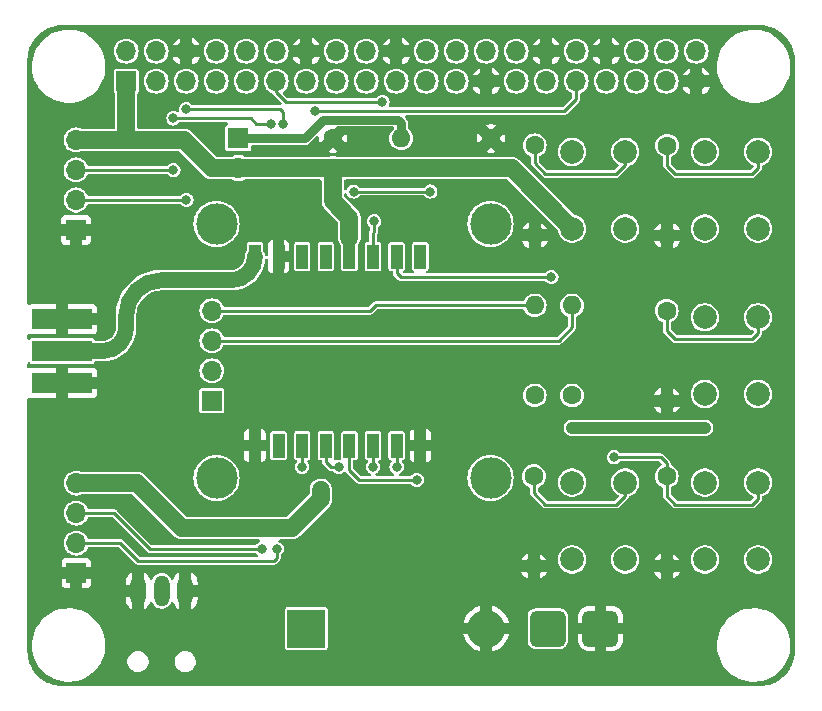
<source format=gbr>
%TF.GenerationSoftware,KiCad,Pcbnew,7.0.1-0*%
%TF.CreationDate,2023-11-24T13:11:02+01:00*%
%TF.ProjectId,LoRa_Hat,4c6f5261-5f48-4617-942e-6b696361645f,rev?*%
%TF.SameCoordinates,Original*%
%TF.FileFunction,Copper,L2,Bot*%
%TF.FilePolarity,Positive*%
%FSLAX46Y46*%
G04 Gerber Fmt 4.6, Leading zero omitted, Abs format (unit mm)*
G04 Created by KiCad (PCBNEW 7.0.1-0) date 2023-11-24 13:11:02*
%MOMM*%
%LPD*%
G01*
G04 APERTURE LIST*
G04 Aperture macros list*
%AMRoundRect*
0 Rectangle with rounded corners*
0 $1 Rounding radius*
0 $2 $3 $4 $5 $6 $7 $8 $9 X,Y pos of 4 corners*
0 Add a 4 corners polygon primitive as box body*
4,1,4,$2,$3,$4,$5,$6,$7,$8,$9,$2,$3,0*
0 Add four circle primitives for the rounded corners*
1,1,$1+$1,$2,$3*
1,1,$1+$1,$4,$5*
1,1,$1+$1,$6,$7*
1,1,$1+$1,$8,$9*
0 Add four rect primitives between the rounded corners*
20,1,$1+$1,$2,$3,$4,$5,0*
20,1,$1+$1,$4,$5,$6,$7,0*
20,1,$1+$1,$6,$7,$8,$9,0*
20,1,$1+$1,$8,$9,$2,$3,0*%
G04 Aperture macros list end*
%TA.AperFunction,ComponentPad*%
%ADD10O,1.308000X2.616000*%
%TD*%
%TA.AperFunction,ComponentPad*%
%ADD11R,3.200000X3.200000*%
%TD*%
%TA.AperFunction,ComponentPad*%
%ADD12O,3.200000X3.200000*%
%TD*%
%TA.AperFunction,ComponentPad*%
%ADD13C,1.600000*%
%TD*%
%TA.AperFunction,ComponentPad*%
%ADD14O,1.600000X1.600000*%
%TD*%
%TA.AperFunction,ComponentPad*%
%ADD15C,2.000000*%
%TD*%
%TA.AperFunction,ComponentPad*%
%ADD16R,1.700000X1.700000*%
%TD*%
%TA.AperFunction,ComponentPad*%
%ADD17O,1.700000X1.700000*%
%TD*%
%TA.AperFunction,ComponentPad*%
%ADD18C,3.500000*%
%TD*%
%TA.AperFunction,ComponentPad*%
%ADD19RoundRect,0.468750X1.031250X1.031250X-1.031250X1.031250X-1.031250X-1.031250X1.031250X-1.031250X0*%
%TD*%
%TA.AperFunction,ComponentPad*%
%ADD20R,1.800000X1.800000*%
%TD*%
%TA.AperFunction,ComponentPad*%
%ADD21C,1.800000*%
%TD*%
%TA.AperFunction,SMDPad,CuDef*%
%ADD22R,1.000000X2.000000*%
%TD*%
%TA.AperFunction,SMDPad,CuDef*%
%ADD23R,5.080000X1.800000*%
%TD*%
%TA.AperFunction,ViaPad*%
%ADD24C,0.800000*%
%TD*%
%TA.AperFunction,Conductor*%
%ADD25C,1.500000*%
%TD*%
%TA.AperFunction,Conductor*%
%ADD26C,1.000000*%
%TD*%
%TA.AperFunction,Conductor*%
%ADD27C,0.750000*%
%TD*%
%TA.AperFunction,Conductor*%
%ADD28C,0.250000*%
%TD*%
%TA.AperFunction,Conductor*%
%ADD29C,1.330000*%
%TD*%
G04 APERTURE END LIST*
D10*
%TO.P,J6,1*%
%TO.N,+5V*%
X121770000Y-119912500D03*
%TO.P,J6,2*%
%TO.N,GND*%
X123770000Y-119912500D03*
%TO.P,J6,3*%
X119770000Y-119912500D03*
%TD*%
D11*
%TO.P,D1,1,K*%
%TO.N,+5V*%
X134020000Y-123110000D03*
D12*
%TO.P,D1,2,A*%
%TO.N,GND*%
X149260000Y-123110000D03*
%TD*%
D13*
%TO.P,R5,1*%
%TO.N,SW5*%
X164570000Y-82210000D03*
D14*
%TO.P,R5,2*%
%TO.N,GND*%
X164570000Y-89830000D03*
%TD*%
D15*
%TO.P,SW5,1,1*%
%TO.N,+3V3*%
X167770000Y-89250000D03*
X167770000Y-82750000D03*
%TO.P,SW5,2,2*%
%TO.N,SW5*%
X172270000Y-89250000D03*
X172270000Y-82750000D03*
%TD*%
D13*
%TO.P,C1,1*%
%TO.N,+3V3*%
X136270000Y-84110000D03*
%TO.P,C1,2*%
%TO.N,GND*%
X136270000Y-81610000D03*
%TD*%
%TO.P,R4,1*%
%TO.N,SW4*%
X164540000Y-96200000D03*
D14*
%TO.P,R4,2*%
%TO.N,GND*%
X164540000Y-103820000D03*
%TD*%
D13*
%TO.P,R2,1*%
%TO.N,SW2*%
X153370000Y-82190000D03*
D14*
%TO.P,R2,2*%
%TO.N,GND*%
X153370000Y-89810000D03*
%TD*%
D16*
%TO.P,J2,1,Pin_1*%
%TO.N,DP1*%
X126020000Y-103820000D03*
D17*
%TO.P,J2,2,Pin_2*%
%TO.N,DP2*%
X126020000Y-101280000D03*
%TO.P,J2,3,Pin_3*%
%TO.N,SCL*%
X126020000Y-98740000D03*
%TO.P,J2,4,Pin_4*%
%TO.N,SDA*%
X126020000Y-96200000D03*
D18*
%TO.P,J2,5*%
%TO.N,N/C*%
X126420000Y-88850000D03*
X126420000Y-110360000D03*
X149620000Y-88850000D03*
X149620000Y-110360000D03*
%TD*%
D15*
%TO.P,SW1,1,1*%
%TO.N,+3V3*%
X156520000Y-117250000D03*
X156520000Y-110750000D03*
%TO.P,SW1,2,2*%
%TO.N,SW1*%
X161020000Y-117250000D03*
X161020000Y-110750000D03*
%TD*%
D13*
%TO.P,R7,1*%
%TO.N,+3V3*%
X156520000Y-103370000D03*
D14*
%TO.P,R7,2*%
%TO.N,SCL*%
X156520000Y-95750000D03*
%TD*%
D19*
%TO.P,J8,1,Pin_1*%
%TO.N,GND*%
X158927745Y-123110000D03*
%TD*%
D15*
%TO.P,SW2,1,1*%
%TO.N,+3V3*%
X156520000Y-89250000D03*
X156520000Y-82750000D03*
%TO.P,SW2,2,2*%
%TO.N,SW2*%
X161020000Y-89250000D03*
X161020000Y-82750000D03*
%TD*%
D19*
%TO.P,J7,1,Pin_1*%
%TO.N,+5V*%
X154477745Y-123110000D03*
%TD*%
D13*
%TO.P,R1,1*%
%TO.N,SW1*%
X153290000Y-110200000D03*
D14*
%TO.P,R1,2*%
%TO.N,GND*%
X153290000Y-117820000D03*
%TD*%
D13*
%TO.P,R6,1*%
%TO.N,+3V3*%
X153370000Y-103370000D03*
D14*
%TO.P,R6,2*%
%TO.N,SDA*%
X153370000Y-95750000D03*
%TD*%
D16*
%TO.P,J4,1,Pin_1*%
%TO.N,GND*%
X114545000Y-118410000D03*
D17*
%TO.P,J4,2,Pin_2*%
%TO.N,RX*%
X114545000Y-115870000D03*
%TO.P,J4,3,Pin_3*%
%TO.N,TX*%
X114545000Y-113330000D03*
%TO.P,J4,4,Pin_4*%
%TO.N,+3V3*%
X114545000Y-110790000D03*
%TD*%
D13*
%TO.P,R8,1*%
%TO.N,GND*%
X149670000Y-81610000D03*
D14*
%TO.P,R8,2*%
%TO.N,Net-(D2-K)*%
X142050000Y-81610000D03*
%TD*%
D20*
%TO.P,D2,1,K*%
%TO.N,Net-(D2-K)*%
X128270000Y-81570000D03*
D21*
%TO.P,D2,2,A*%
%TO.N,+3V3*%
X128270000Y-84110000D03*
%TD*%
D15*
%TO.P,SW4,1,1*%
%TO.N,+3V3*%
X167770000Y-103250000D03*
X167770000Y-96750000D03*
%TO.P,SW4,2,2*%
%TO.N,SW4*%
X172270000Y-103250000D03*
X172270000Y-96750000D03*
%TD*%
D16*
%TO.P,J3,1,Pin_1*%
%TO.N,GND*%
X114520000Y-89360000D03*
D17*
%TO.P,J3,2,Pin_2*%
%TO.N,SCL*%
X114520000Y-86820000D03*
%TO.P,J3,3,Pin_3*%
%TO.N,SDA*%
X114520000Y-84280000D03*
%TO.P,J3,4,Pin_4*%
%TO.N,+3V3*%
X114520000Y-81740000D03*
%TD*%
D13*
%TO.P,R3,1*%
%TO.N,SW3*%
X164540000Y-110200000D03*
D14*
%TO.P,R3,2*%
%TO.N,GND*%
X164540000Y-117820000D03*
%TD*%
D15*
%TO.P,SW3,1,1*%
%TO.N,+3V3*%
X167770000Y-117250000D03*
X167770000Y-110750000D03*
%TO.P,SW3,2,2*%
%TO.N,SW3*%
X172270000Y-117250000D03*
X172270000Y-110750000D03*
%TD*%
D16*
%TO.P,J1,1,3.3V*%
%TO.N,+3V3*%
X118770000Y-76770000D03*
D17*
%TO.P,J1,2,5V*%
%TO.N,+5V*%
X118770000Y-74230000D03*
%TO.P,J1,3,BCM2_SDA*%
%TO.N,SDA*%
X121310000Y-76770000D03*
%TO.P,J1,4,5V*%
%TO.N,+5V*%
X121310000Y-74230000D03*
%TO.P,J1,5,BCM3_SCL*%
%TO.N,SCL*%
X123850000Y-76770000D03*
%TO.P,J1,6,GND*%
%TO.N,GND*%
X123850000Y-74230000D03*
%TO.P,J1,7,BCM4_GPCLK0*%
%TO.N,unconnected-(J1-BCM4_GPCLK0-Pad7)*%
X126390000Y-76770000D03*
%TO.P,J1,8,BCM14_TXD*%
%TO.N,TX*%
X126390000Y-74230000D03*
%TO.P,J1,9,GND*%
%TO.N,unconnected-(J1-GND-Pad9)*%
X128930000Y-76770000D03*
%TO.P,J1,10,BCM15_RXD*%
%TO.N,RX*%
X128930000Y-74230000D03*
%TO.P,J1,11,BCM17*%
%TO.N,DID0*%
X131470000Y-76770000D03*
%TO.P,J1,12,BCM18_PCM_C*%
%TO.N,unconnected-(J1-BCM18_PCM_C-Pad12)*%
X131470000Y-74230000D03*
%TO.P,J1,13,BCM27*%
%TO.N,unconnected-(J1-BCM27-Pad13)*%
X134010000Y-76770000D03*
%TO.P,J1,14,GND*%
%TO.N,GND*%
X134010000Y-74230000D03*
%TO.P,J1,15,BCM22*%
%TO.N,unconnected-(J1-BCM22-Pad15)*%
X136550000Y-76770000D03*
%TO.P,J1,16,BCM23*%
%TO.N,unconnected-(J1-BCM23-Pad16)*%
X136550000Y-74230000D03*
%TO.P,J1,17,3.3V*%
%TO.N,+3V3*%
X139090000Y-76770000D03*
%TO.P,J1,18,BCM24*%
%TO.N,unconnected-(J1-BCM24-Pad18)*%
X139090000Y-74230000D03*
%TO.P,J1,19,BCM10_MOSI*%
%TO.N,MOSI*%
X141630000Y-76770000D03*
%TO.P,J1,20,GND*%
%TO.N,GND*%
X141630000Y-74230000D03*
%TO.P,J1,21,BCM9_MISO*%
%TO.N,MISO*%
X144170000Y-76770000D03*
%TO.P,J1,22,BCM25*%
%TO.N,unconnected-(J1-BCM25-Pad22)*%
X144170000Y-74230000D03*
%TO.P,J1,23,BCM11_SCLK*%
%TO.N,SCK*%
X146710000Y-76770000D03*
%TO.P,J1,24,BCM8_CE0*%
%TO.N,CS*%
X146710000Y-74230000D03*
%TO.P,J1,25,GND*%
%TO.N,GND*%
X149250000Y-76770000D03*
%TO.P,J1,26,BCM7_CE1*%
%TO.N,unconnected-(J1-BCM7_CE1-Pad26)*%
X149250000Y-74230000D03*
%TO.P,J1,27,BCM0_ID_SD*%
%TO.N,unconnected-(J1-BCM0_ID_SD-Pad27)*%
X151790000Y-76770000D03*
%TO.P,J1,28,BCM1_ID_SC*%
%TO.N,unconnected-(J1-BCM1_ID_SC-Pad28)*%
X151790000Y-74230000D03*
%TO.P,J1,29,BCM5*%
%TO.N,DID1*%
X154330000Y-76770000D03*
%TO.P,J1,30,GND*%
%TO.N,GND*%
X154330000Y-74230000D03*
%TO.P,J1,31,BCM6*%
%TO.N,RESET*%
X156870000Y-76770000D03*
%TO.P,J1,32,BCM12_PWM0*%
%TO.N,unconnected-(J1-BCM12_PWM0-Pad32)*%
X156870000Y-74230000D03*
%TO.P,J1,33,BCM13_PWM1*%
%TO.N,unconnected-(J1-BCM13_PWM1-Pad33)*%
X159410000Y-76770000D03*
%TO.P,J1,34,GND*%
%TO.N,GND*%
X159410000Y-74230000D03*
%TO.P,J1,35,BCM19_MISO_PCM_FS*%
%TO.N,SW4*%
X161950000Y-76770000D03*
%TO.P,J1,36,BCM16*%
%TO.N,SW3*%
X161950000Y-74230000D03*
%TO.P,J1,37,BCM26*%
%TO.N,SW5*%
X164490000Y-76770000D03*
%TO.P,J1,38,BCM20_MOSI_PCM_DI*%
%TO.N,SW2*%
X164490000Y-74230000D03*
%TO.P,J1,39,GND*%
%TO.N,GND*%
X167030000Y-76770000D03*
%TO.P,J1,40,BCM21_SCLK_PCM_DO*%
%TO.N,SW1*%
X167030000Y-74230000D03*
%TD*%
D22*
%TO.P,U1,1,GND*%
%TO.N,GND*%
X143670000Y-107610000D03*
%TO.P,U1,2,MISO*%
%TO.N,MISO*%
X141670000Y-107610000D03*
%TO.P,U1,3,MOSI*%
%TO.N,MOSI*%
X139670000Y-107610000D03*
%TO.P,U1,4,SCK*%
%TO.N,SCK*%
X137670000Y-107610000D03*
%TO.P,U1,5,NSS*%
%TO.N,CS*%
X135670000Y-107610000D03*
%TO.P,U1,6,RESET*%
%TO.N,RESET*%
X133670000Y-107610000D03*
%TO.P,U1,7,DIO5*%
%TO.N,unconnected-(U1-DIO5-Pad7)*%
X131670000Y-107610000D03*
%TO.P,U1,8,GND*%
%TO.N,GND*%
X129670000Y-107610000D03*
%TO.P,U1,9,ANT*%
%TO.N,Net-(J5-In)*%
X129670000Y-91610000D03*
%TO.P,U1,10,GND*%
%TO.N,GND*%
X131670000Y-91610000D03*
%TO.P,U1,11,DIO3*%
%TO.N,unconnected-(U1-DIO3-Pad11)*%
X133670000Y-91610000D03*
%TO.P,U1,12,DIO4*%
%TO.N,unconnected-(U1-DIO4-Pad12)*%
X135670000Y-91610000D03*
%TO.P,U1,13,3.3V*%
%TO.N,+3V3*%
X137670000Y-91610000D03*
%TO.P,U1,14,DIO0*%
%TO.N,DID0*%
X139670000Y-91610000D03*
%TO.P,U1,15,DIO1*%
%TO.N,DID1*%
X141670000Y-91610000D03*
%TO.P,U1,16,DIO2*%
%TO.N,unconnected-(U1-DIO2-Pad16)*%
X143670000Y-91610000D03*
%TD*%
D23*
%TO.P,J5,1,In*%
%TO.N,Net-(J5-In)*%
X113350000Y-99610000D03*
%TO.P,J5,2,Ext*%
%TO.N,GND*%
X113350000Y-96910000D03*
X113350000Y-102310000D03*
%TD*%
D24*
%TO.N,+3V3*%
X156520000Y-106110000D03*
X122770000Y-113860000D03*
X167770000Y-106110000D03*
X135270000Y-111360000D03*
%TO.N,SDA*%
X131020000Y-80360000D03*
X122770000Y-79910000D03*
X122770000Y-84310000D03*
%TO.N,SCL*%
X123870000Y-86810000D03*
X132020000Y-80360000D03*
X123850000Y-79130000D03*
%TO.N,GND*%
X117270000Y-105110000D03*
X166270000Y-107610000D03*
X111270000Y-91610000D03*
X121770000Y-95110000D03*
X121770000Y-110610000D03*
X121270000Y-106610000D03*
X124770000Y-95110000D03*
X145770000Y-97360000D03*
X158270000Y-104610000D03*
X142520000Y-111360000D03*
X139270000Y-87110000D03*
X161770000Y-91610000D03*
X164770000Y-94110000D03*
X151270000Y-107610000D03*
X141770000Y-87110000D03*
X170270000Y-94610000D03*
X121770000Y-122610000D03*
X174270000Y-108610000D03*
X115270000Y-105110000D03*
X113270000Y-105110000D03*
X162270000Y-107610000D03*
X111270000Y-108110000D03*
X151270000Y-99610000D03*
X115270000Y-108610000D03*
X154770000Y-105110000D03*
X145770000Y-94610000D03*
X154770000Y-107610000D03*
X161770000Y-121110000D03*
X162270000Y-103610000D03*
X174270000Y-105610000D03*
X121770000Y-85610000D03*
X118770000Y-123610000D03*
X149270000Y-126610000D03*
X168770000Y-119610000D03*
X127770000Y-107610000D03*
X127770000Y-91610000D03*
X170270000Y-105610000D03*
X151270000Y-105110000D03*
X117770000Y-118110000D03*
X174270000Y-91610000D03*
X122770000Y-123610000D03*
X161770000Y-125110000D03*
X145770000Y-103610000D03*
X151270000Y-94610000D03*
X120770000Y-123610000D03*
X136770000Y-111360000D03*
X111770000Y-120610000D03*
X145770000Y-111360000D03*
X134270000Y-126610000D03*
X161270000Y-95860000D03*
X145770000Y-107610000D03*
X158270000Y-107610000D03*
X161270000Y-101360000D03*
X117770000Y-122610000D03*
X129270000Y-88610000D03*
X124770000Y-123610000D03*
X113270000Y-94110000D03*
X117770000Y-120610000D03*
X115270000Y-91610000D03*
X115770000Y-120610000D03*
X111270000Y-105110000D03*
X129770000Y-109610000D03*
X161770000Y-123110000D03*
X151270000Y-97360000D03*
X124770000Y-91610000D03*
X130270000Y-86110000D03*
X121270000Y-80110000D03*
X174270000Y-94610000D03*
X121770000Y-88110000D03*
X170270000Y-108610000D03*
X111270000Y-94110000D03*
X127770000Y-95110000D03*
X119770000Y-122610000D03*
X115270000Y-94110000D03*
X127770000Y-105610000D03*
X121770000Y-91610000D03*
X142270000Y-126610000D03*
X153270000Y-91860000D03*
X123770000Y-122610000D03*
X117270000Y-94110000D03*
X145770000Y-99610000D03*
X168770000Y-127110000D03*
X127770000Y-86110000D03*
X145770000Y-91610000D03*
X139770000Y-111360000D03*
X141770000Y-89610000D03*
X174270000Y-119610000D03*
X117270000Y-89110000D03*
X170270000Y-91610000D03*
%TO.N,TX*%
X130270000Y-116360000D03*
%TO.N,RX*%
X131520000Y-116360000D03*
%TO.N,DID0*%
X140470000Y-78510000D03*
X139770000Y-88610000D03*
%TO.N,SW3*%
X160070000Y-108610000D03*
%TO.N,MOSI*%
X139670000Y-109410000D03*
%TO.N,MISO*%
X141670000Y-109410000D03*
%TO.N,SCK*%
X143370000Y-110510000D03*
%TO.N,CS*%
X136770000Y-109410000D03*
X144520000Y-86110000D03*
X138020000Y-86110000D03*
%TO.N,DID1*%
X154770000Y-93360000D03*
%TO.N,RESET*%
X134770000Y-79310000D03*
X133670000Y-109410000D03*
%TD*%
D25*
%TO.N,+3V3*%
X122770000Y-113860000D02*
X123520000Y-114610000D01*
X151395000Y-84125000D02*
X156520000Y-89250000D01*
X136285000Y-84125000D02*
X151395000Y-84125000D01*
X136270000Y-86910000D02*
X136270000Y-84110000D01*
X114545000Y-110790000D02*
X119700000Y-110790000D01*
X119700000Y-110790000D02*
X122770000Y-113860000D01*
X126035000Y-84125000D02*
X127770000Y-84125000D01*
X123520000Y-114610000D02*
X132770000Y-114610000D01*
X123650000Y-81740000D02*
X126035000Y-84125000D01*
X114520000Y-81740000D02*
X118890000Y-81740000D01*
D26*
X156520000Y-106110000D02*
X167770000Y-106110000D01*
D25*
X137670000Y-88310000D02*
X137670000Y-90010000D01*
X136270000Y-84140000D02*
X136285000Y-84125000D01*
X136270000Y-86910000D02*
X137670000Y-88310000D01*
D27*
X137670000Y-91610000D02*
X137670000Y-90010000D01*
D25*
X118770000Y-81620000D02*
X118770000Y-76770000D01*
X135035000Y-84125000D02*
X136285000Y-84125000D01*
X118890000Y-81740000D02*
X123650000Y-81740000D01*
X118890000Y-81740000D02*
X118770000Y-81620000D01*
X132770000Y-114610000D02*
X135270000Y-112110000D01*
X127770000Y-84125000D02*
X135035000Y-84125000D01*
X135270000Y-112110000D02*
X135270000Y-111360000D01*
D28*
%TO.N,SDA*%
X139890000Y-95740000D02*
X153370000Y-95740000D01*
X122740000Y-84280000D02*
X114520000Y-84280000D01*
X129320000Y-79910000D02*
X129770000Y-80360000D01*
X122770000Y-79910000D02*
X129320000Y-79910000D01*
X122770000Y-84310000D02*
X122740000Y-84280000D01*
X139430000Y-96200000D02*
X139890000Y-95740000D01*
X129770000Y-80360000D02*
X131020000Y-80360000D01*
X126020000Y-96200000D02*
X139430000Y-96200000D01*
D27*
%TO.N,Net-(D2-K)*%
X133895000Y-81585000D02*
X135470000Y-80010000D01*
X142070000Y-80310000D02*
X142060000Y-80320000D01*
X141770000Y-80010000D02*
X142070000Y-80310000D01*
X135470000Y-80010000D02*
X141770000Y-80010000D01*
X142060000Y-80320000D02*
X142060000Y-81610000D01*
X128270000Y-81585000D02*
X133895000Y-81585000D01*
D28*
%TO.N,SCL*%
X129290000Y-79130000D02*
X131790000Y-79130000D01*
X131790000Y-79130000D02*
X132020000Y-79360000D01*
X126020000Y-98740000D02*
X134640000Y-98740000D01*
X132020000Y-79360000D02*
X132020000Y-80360000D01*
X134640000Y-98740000D02*
X155390000Y-98740000D01*
X123870000Y-79110000D02*
X123850000Y-79130000D01*
X155390000Y-98740000D02*
X156520000Y-97610000D01*
X156520000Y-97610000D02*
X156520000Y-95740000D01*
X123870000Y-86810000D02*
X123860000Y-86820000D01*
X123850000Y-79130000D02*
X129290000Y-79130000D01*
X123860000Y-86820000D02*
X114520000Y-86820000D01*
%TO.N,TX*%
X120770000Y-116360000D02*
X117740000Y-113330000D01*
X117740000Y-113330000D02*
X114545000Y-113330000D01*
X130270000Y-116360000D02*
X120770000Y-116360000D01*
%TO.N,SW4*%
X172270000Y-98110000D02*
X172270000Y-96750000D01*
X164540000Y-96200000D02*
X164540000Y-97880000D01*
X171770000Y-98610000D02*
X172270000Y-98110000D01*
X165270000Y-98610000D02*
X171770000Y-98610000D01*
X164540000Y-97880000D02*
X165270000Y-98610000D01*
%TO.N,RX*%
X131270000Y-117360000D02*
X119770000Y-117360000D01*
X131520000Y-116360000D02*
X131520000Y-117110000D01*
X118270000Y-115860000D02*
X118260000Y-115870000D01*
X131520000Y-117110000D02*
X131270000Y-117360000D01*
X119770000Y-117360000D02*
X118270000Y-115860000D01*
X118260000Y-115870000D02*
X114545000Y-115870000D01*
%TO.N,DID0*%
X132270000Y-78510000D02*
X140470000Y-78510000D01*
X139770000Y-88610000D02*
X139770000Y-89510000D01*
X131470000Y-77710000D02*
X132270000Y-78510000D01*
X139770000Y-89510000D02*
X139670000Y-89610000D01*
X139670000Y-89610000D02*
X139670000Y-91610000D01*
X131470000Y-76770000D02*
X131470000Y-77710000D01*
%TO.N,SW3*%
X171770000Y-112610000D02*
X172270000Y-112110000D01*
X164020000Y-108610000D02*
X164540000Y-109130000D01*
X165270000Y-112610000D02*
X171770000Y-112610000D01*
X160270000Y-108610000D02*
X164020000Y-108610000D01*
X164540000Y-111880000D02*
X165270000Y-112610000D01*
X172270000Y-112110000D02*
X172270000Y-110750000D01*
X164540000Y-109130000D02*
X164540000Y-110200000D01*
X164540000Y-110200000D02*
X164540000Y-111880000D01*
X160070000Y-108610000D02*
X160270000Y-108610000D01*
%TO.N,SW5*%
X164570000Y-83910000D02*
X165270000Y-84610000D01*
X165270000Y-84610000D02*
X171770000Y-84610000D01*
X164570000Y-82210000D02*
X164570000Y-83910000D01*
X171770000Y-84610000D02*
X172270000Y-84110000D01*
X172270000Y-84110000D02*
X172270000Y-82750000D01*
%TO.N,MOSI*%
X139670000Y-109410000D02*
X139670000Y-107610000D01*
%TO.N,SW2*%
X153370000Y-83710000D02*
X154270000Y-84610000D01*
X160270000Y-84610000D02*
X161020000Y-83860000D01*
X153370000Y-82190000D02*
X153370000Y-83710000D01*
X154270000Y-84610000D02*
X160270000Y-84610000D01*
X161020000Y-83860000D02*
X161020000Y-82750000D01*
%TO.N,MISO*%
X141670000Y-109410000D02*
X141670000Y-107610000D01*
%TO.N,SCK*%
X138470000Y-110510000D02*
X137670000Y-109710000D01*
X137670000Y-109410000D02*
X137670000Y-109710000D01*
X137670000Y-107610000D02*
X137670000Y-109410000D01*
X143370000Y-110510000D02*
X138470000Y-110510000D01*
%TO.N,CS*%
X135670000Y-107610000D02*
X135670000Y-109010000D01*
X136070000Y-109410000D02*
X136770000Y-109410000D01*
X135670000Y-109010000D02*
X136070000Y-109410000D01*
X138020000Y-86110000D02*
X144520000Y-86110000D01*
%TO.N,SW1*%
X153290000Y-111630000D02*
X154270000Y-112610000D01*
X153290000Y-110200000D02*
X153290000Y-111630000D01*
X154270000Y-112610000D02*
X160270000Y-112610000D01*
X161020000Y-111860000D02*
X161020000Y-110750000D01*
X160270000Y-112610000D02*
X161020000Y-111860000D01*
%TO.N,DID1*%
X142020000Y-93360000D02*
X146020000Y-93360000D01*
X142020000Y-93360000D02*
X141670000Y-93010000D01*
X146020000Y-93360000D02*
X154770000Y-93360000D01*
X141670000Y-93010000D02*
X141670000Y-91610000D01*
%TO.N,RESET*%
X155820000Y-79310000D02*
X156870000Y-78260000D01*
X134770000Y-79310000D02*
X155820000Y-79310000D01*
X156870000Y-78260000D02*
X156870000Y-76770000D01*
X133670000Y-107610000D02*
X133670000Y-109410000D01*
D29*
%TO.N,Net-(J5-In)*%
X113350000Y-99610000D02*
X116770000Y-99610000D01*
X118770000Y-97610000D02*
X118770000Y-96610000D01*
X121770000Y-93610000D02*
X127670000Y-93610000D01*
X121770000Y-93610000D02*
G75*
G03*
X118770000Y-96610000I0J-3000000D01*
G01*
X127670000Y-93610000D02*
G75*
G03*
X129670000Y-91610000I0J2000000D01*
G01*
X116770000Y-99610000D02*
G75*
G03*
X118770000Y-97610000I0J2000000D01*
G01*
%TD*%
%TA.AperFunction,Conductor*%
%TO.N,GND*%
G36*
X172403244Y-72010669D02*
G01*
X172706002Y-72026537D01*
X172718910Y-72027894D01*
X173015134Y-72074811D01*
X173027818Y-72077506D01*
X173317537Y-72155136D01*
X173329875Y-72159146D01*
X173609876Y-72266628D01*
X173621719Y-72271900D01*
X173888965Y-72408068D01*
X173900196Y-72414553D01*
X174151739Y-72577908D01*
X174162231Y-72585531D01*
X174228743Y-72639391D01*
X174395319Y-72774282D01*
X174404964Y-72782967D01*
X174617033Y-72995036D01*
X174625718Y-73004681D01*
X174699552Y-73095857D01*
X174814474Y-73237774D01*
X174822093Y-73248262D01*
X174835425Y-73268790D01*
X174985440Y-73499795D01*
X174991930Y-73511035D01*
X175128094Y-73778271D01*
X175133372Y-73790126D01*
X175147161Y-73826046D01*
X175240855Y-74070127D01*
X175244866Y-74082472D01*
X175322491Y-74372174D01*
X175325189Y-74384869D01*
X175372105Y-74681090D01*
X175373462Y-74693998D01*
X175389331Y-74996777D01*
X175389501Y-75003267D01*
X175389501Y-124996754D01*
X175389331Y-125003244D01*
X175373463Y-125306001D01*
X175372106Y-125318909D01*
X175325190Y-125615127D01*
X175322492Y-125627823D01*
X175244865Y-125917530D01*
X175240854Y-125929873D01*
X175133374Y-126209870D01*
X175128095Y-126221728D01*
X174991932Y-126488964D01*
X174985442Y-126500204D01*
X174822098Y-126751731D01*
X174814469Y-126762232D01*
X174625719Y-126995319D01*
X174617034Y-127004964D01*
X174404965Y-127217033D01*
X174395320Y-127225718D01*
X174162233Y-127414469D01*
X174151732Y-127422098D01*
X173900205Y-127585441D01*
X173888965Y-127591931D01*
X173621729Y-127728095D01*
X173609871Y-127733374D01*
X173329874Y-127840854D01*
X173317531Y-127844865D01*
X173027824Y-127922492D01*
X173015128Y-127925190D01*
X172718910Y-127972106D01*
X172706002Y-127973463D01*
X172403264Y-127989330D01*
X172396774Y-127989500D01*
X113403247Y-127989500D01*
X113396757Y-127989330D01*
X113093999Y-127973462D01*
X113081091Y-127972105D01*
X112784870Y-127925189D01*
X112772175Y-127922491D01*
X112482472Y-127844866D01*
X112470127Y-127840855D01*
X112190128Y-127733373D01*
X112178271Y-127728094D01*
X111911036Y-127591930D01*
X111899802Y-127585444D01*
X111648249Y-127422085D01*
X111637774Y-127414474D01*
X111549219Y-127342763D01*
X111404681Y-127225718D01*
X111395036Y-127217033D01*
X111182967Y-127004964D01*
X111174282Y-126995319D01*
X110985531Y-126762231D01*
X110977909Y-126751741D01*
X110814545Y-126500183D01*
X110808075Y-126488977D01*
X110671900Y-126221718D01*
X110666626Y-126209870D01*
X110659882Y-126192302D01*
X110559146Y-125929873D01*
X110555135Y-125917530D01*
X110528426Y-125817852D01*
X110477506Y-125627817D01*
X110474810Y-125615127D01*
X110452076Y-125471592D01*
X110427894Y-125318909D01*
X110426537Y-125306001D01*
X110410671Y-125003263D01*
X110410501Y-124996773D01*
X110410501Y-124588680D01*
X110795701Y-124588680D01*
X110826046Y-124941969D01*
X110896463Y-125289490D01*
X111006038Y-125626727D01*
X111153335Y-125949264D01*
X111336442Y-126252912D01*
X111336444Y-126252915D01*
X111541141Y-126518370D01*
X111552973Y-126533714D01*
X111800093Y-126787995D01*
X111830673Y-126813000D01*
X112074596Y-127012455D01*
X112372892Y-127204159D01*
X112691097Y-127360609D01*
X113025062Y-127479768D01*
X113370433Y-127560080D01*
X113722708Y-127600500D01*
X113988573Y-127600500D01*
X113988577Y-127600500D01*
X114254009Y-127585322D01*
X114603401Y-127524857D01*
X114943624Y-127424959D01*
X115270242Y-127286929D01*
X115578996Y-127112568D01*
X115865862Y-126904147D01*
X116127100Y-126664385D01*
X116359305Y-126396407D01*
X116559449Y-126103706D01*
X116610397Y-126007148D01*
X118869500Y-126007148D01*
X118908855Y-126192302D01*
X118985848Y-126365230D01*
X119097110Y-126518370D01*
X119237783Y-126645033D01*
X119401715Y-126739679D01*
X119488363Y-126767832D01*
X119581744Y-126798174D01*
X119722808Y-126813000D01*
X119817189Y-126813000D01*
X119817192Y-126813000D01*
X119958256Y-126798174D01*
X120138284Y-126739679D01*
X120302216Y-126645033D01*
X120442888Y-126518371D01*
X120456087Y-126500205D01*
X120554151Y-126365230D01*
X120620620Y-126215939D01*
X120631144Y-126192303D01*
X120644262Y-126130583D01*
X120670500Y-126007148D01*
X122869500Y-126007148D01*
X122908855Y-126192302D01*
X122985848Y-126365230D01*
X123097110Y-126518370D01*
X123237783Y-126645033D01*
X123401715Y-126739679D01*
X123488363Y-126767832D01*
X123581744Y-126798174D01*
X123722808Y-126813000D01*
X123817189Y-126813000D01*
X123817192Y-126813000D01*
X123958256Y-126798174D01*
X124138284Y-126739679D01*
X124302216Y-126645033D01*
X124442888Y-126518371D01*
X124456087Y-126500205D01*
X124554151Y-126365230D01*
X124620620Y-126215939D01*
X124631144Y-126192303D01*
X124644262Y-126130583D01*
X124670500Y-126007148D01*
X124670500Y-125817852D01*
X124631144Y-125632697D01*
X124554151Y-125459769D01*
X124442889Y-125306629D01*
X124302216Y-125179966D01*
X124138284Y-125085320D01*
X123958257Y-125026826D01*
X123922989Y-125023119D01*
X123817192Y-125012000D01*
X123722808Y-125012000D01*
X123638169Y-125020895D01*
X123581742Y-125026826D01*
X123401715Y-125085320D01*
X123237783Y-125179966D01*
X123097110Y-125306629D01*
X122985848Y-125459769D01*
X122908855Y-125632697D01*
X122869500Y-125817852D01*
X122869500Y-126007148D01*
X120670500Y-126007148D01*
X120670500Y-125817852D01*
X120631144Y-125632697D01*
X120554151Y-125459769D01*
X120442889Y-125306629D01*
X120302216Y-125179966D01*
X120138284Y-125085320D01*
X119958257Y-125026826D01*
X119922989Y-125023119D01*
X119817192Y-125012000D01*
X119722808Y-125012000D01*
X119638169Y-125020895D01*
X119581742Y-125026826D01*
X119401715Y-125085320D01*
X119237783Y-125179966D01*
X119097110Y-125306629D01*
X118985848Y-125459769D01*
X118908855Y-125632697D01*
X118869500Y-125817852D01*
X118869500Y-126007148D01*
X116610397Y-126007148D01*
X116724922Y-125790098D01*
X116853569Y-125459672D01*
X116943711Y-125116736D01*
X116994174Y-124765759D01*
X116995203Y-124729749D01*
X132219500Y-124729749D01*
X132231132Y-124788230D01*
X132275447Y-124854552D01*
X132341769Y-124898867D01*
X132400251Y-124910500D01*
X132400252Y-124910500D01*
X135639748Y-124910500D01*
X135639749Y-124910500D01*
X135668989Y-124904683D01*
X135698231Y-124898867D01*
X135764552Y-124854552D01*
X135808867Y-124788231D01*
X135820500Y-124729748D01*
X135820500Y-123610000D01*
X147321992Y-123610000D01*
X147336111Y-123674902D01*
X147436088Y-123942952D01*
X147573193Y-124194041D01*
X147744642Y-124423069D01*
X147946930Y-124625357D01*
X148175958Y-124796806D01*
X148427047Y-124933911D01*
X148695097Y-125033888D01*
X148759999Y-125048007D01*
X148760000Y-125048007D01*
X148760000Y-123610000D01*
X149760000Y-123610000D01*
X149760000Y-125048007D01*
X149824902Y-125033888D01*
X150092952Y-124933911D01*
X150344041Y-124796806D01*
X150573069Y-124625357D01*
X150775357Y-124423069D01*
X150945833Y-124195341D01*
X152777245Y-124195341D01*
X152783372Y-124262770D01*
X152831723Y-124417934D01*
X152915804Y-124557022D01*
X153030722Y-124671940D01*
X153169811Y-124756022D01*
X153201043Y-124765754D01*
X153324973Y-124804372D01*
X153392408Y-124810500D01*
X155563081Y-124810499D01*
X155563086Y-124810499D01*
X155611249Y-124806122D01*
X155630517Y-124804372D01*
X155785681Y-124756021D01*
X155924765Y-124671942D01*
X156039687Y-124557020D01*
X156123766Y-124417936D01*
X156172117Y-124262772D01*
X156178245Y-124195337D01*
X156178245Y-123610000D01*
X157027746Y-123610000D01*
X157027746Y-124216798D01*
X157030621Y-124259220D01*
X157076226Y-124442603D01*
X157160186Y-124611891D01*
X157278573Y-124759171D01*
X157425853Y-124877558D01*
X157595141Y-124961518D01*
X157778522Y-125007123D01*
X157820948Y-125010000D01*
X158427745Y-125010000D01*
X158427745Y-123610000D01*
X159427745Y-123610000D01*
X159427745Y-125009999D01*
X160034543Y-125009999D01*
X160076965Y-125007123D01*
X160260348Y-124961518D01*
X160429636Y-124877558D01*
X160576916Y-124759171D01*
X160695303Y-124611891D01*
X160706815Y-124588680D01*
X168795701Y-124588680D01*
X168826046Y-124941969D01*
X168896463Y-125289490D01*
X169006038Y-125626727D01*
X169153335Y-125949264D01*
X169336442Y-126252912D01*
X169336444Y-126252915D01*
X169541141Y-126518370D01*
X169552973Y-126533714D01*
X169800093Y-126787995D01*
X169830673Y-126813000D01*
X170074596Y-127012455D01*
X170372892Y-127204159D01*
X170691097Y-127360609D01*
X171025062Y-127479768D01*
X171370433Y-127560080D01*
X171722708Y-127600500D01*
X171988573Y-127600500D01*
X171988577Y-127600500D01*
X172254009Y-127585322D01*
X172603401Y-127524857D01*
X172943624Y-127424959D01*
X173270242Y-127286929D01*
X173578996Y-127112568D01*
X173865862Y-126904147D01*
X174127100Y-126664385D01*
X174359305Y-126396407D01*
X174559449Y-126103706D01*
X174724922Y-125790098D01*
X174853569Y-125459672D01*
X174943711Y-125116736D01*
X174994174Y-124765759D01*
X175004300Y-124411317D01*
X174973956Y-124058032D01*
X174903538Y-123710508D01*
X174793965Y-123373277D01*
X174793963Y-123373272D01*
X174646666Y-123050735D01*
X174463559Y-122747087D01*
X174463558Y-122747085D01*
X174247030Y-122466287D01*
X174234195Y-122453080D01*
X173999908Y-122212004D01*
X173725406Y-121987545D01*
X173427112Y-121795842D01*
X173108903Y-121639390D01*
X172928549Y-121575040D01*
X172774940Y-121520232D01*
X172429569Y-121439920D01*
X172077294Y-121399500D01*
X171811425Y-121399500D01*
X171599079Y-121411642D01*
X171545992Y-121414678D01*
X171196599Y-121475143D01*
X170856377Y-121575040D01*
X170529764Y-121713069D01*
X170529761Y-121713070D01*
X170529760Y-121713071D01*
X170372172Y-121802065D01*
X170221004Y-121887433D01*
X170120053Y-121960779D01*
X169934140Y-122095853D01*
X169934138Y-122095854D01*
X169934135Y-122095857D01*
X169672905Y-122335610D01*
X169440693Y-122603597D01*
X169240556Y-122896287D01*
X169075077Y-123209906D01*
X168946432Y-123540327D01*
X168856291Y-123883261D01*
X168805827Y-124234245D01*
X168795701Y-124588680D01*
X160706815Y-124588680D01*
X160779263Y-124442603D01*
X160824868Y-124259222D01*
X160827745Y-124216797D01*
X160827745Y-123610000D01*
X159427745Y-123610000D01*
X158427745Y-123610000D01*
X157027746Y-123610000D01*
X156178245Y-123610000D01*
X156178244Y-122610000D01*
X157027745Y-122610000D01*
X158427745Y-122610000D01*
X158427745Y-121210001D01*
X157820947Y-121210001D01*
X157778524Y-121212876D01*
X157595141Y-121258481D01*
X157425853Y-121342441D01*
X157278573Y-121460828D01*
X157160186Y-121608108D01*
X157076226Y-121777396D01*
X157030621Y-121960777D01*
X157027745Y-122003203D01*
X157027745Y-122610000D01*
X156178244Y-122610000D01*
X156178244Y-122024664D01*
X156178244Y-122024661D01*
X156178244Y-122024658D01*
X156172117Y-121957229D01*
X156150367Y-121887432D01*
X156123766Y-121802064D01*
X156039687Y-121662980D01*
X156039686Y-121662979D01*
X156039685Y-121662977D01*
X155924767Y-121548059D01*
X155785678Y-121463977D01*
X155630518Y-121415628D01*
X155563083Y-121409500D01*
X153392403Y-121409500D01*
X153324974Y-121415627D01*
X153169810Y-121463978D01*
X153030722Y-121548059D01*
X152915804Y-121662977D01*
X152831722Y-121802066D01*
X152783373Y-121957226D01*
X152777245Y-122024661D01*
X152777245Y-124195341D01*
X150945833Y-124195341D01*
X150946806Y-124194041D01*
X151083911Y-123942952D01*
X151183888Y-123674902D01*
X151198007Y-123610000D01*
X149760000Y-123610000D01*
X148760000Y-123610000D01*
X147321992Y-123610000D01*
X135820500Y-123610000D01*
X135820500Y-122609999D01*
X147321992Y-122609999D01*
X147321993Y-122610000D01*
X148760000Y-122610000D01*
X148760000Y-121171994D01*
X148759999Y-121171992D01*
X149760000Y-121171992D01*
X149760000Y-122610000D01*
X151198007Y-122610000D01*
X151198007Y-122609999D01*
X151183888Y-122545097D01*
X151083911Y-122277047D01*
X150946806Y-122025958D01*
X150775357Y-121796930D01*
X150573069Y-121594642D01*
X150344041Y-121423193D01*
X150092952Y-121286088D01*
X149888951Y-121210000D01*
X159427745Y-121210000D01*
X159427745Y-122610000D01*
X160827744Y-122610000D01*
X160827744Y-122003202D01*
X160824868Y-121960779D01*
X160779263Y-121777396D01*
X160695303Y-121608108D01*
X160576916Y-121460828D01*
X160429636Y-121342441D01*
X160260348Y-121258481D01*
X160076967Y-121212876D01*
X160034542Y-121210000D01*
X159427745Y-121210000D01*
X149888951Y-121210000D01*
X149824902Y-121186111D01*
X149760000Y-121171992D01*
X148759999Y-121171992D01*
X148695097Y-121186111D01*
X148427047Y-121286088D01*
X148175958Y-121423193D01*
X147946930Y-121594642D01*
X147744642Y-121796930D01*
X147573193Y-122025958D01*
X147436088Y-122277047D01*
X147336111Y-122545097D01*
X147321992Y-122609999D01*
X135820500Y-122609999D01*
X135820500Y-121490252D01*
X135808867Y-121431769D01*
X135798081Y-121415627D01*
X135764552Y-121365447D01*
X135698230Y-121321132D01*
X135639749Y-121309500D01*
X135639748Y-121309500D01*
X132400252Y-121309500D01*
X132400251Y-121309500D01*
X132341769Y-121321132D01*
X132275447Y-121365447D01*
X132231132Y-121431769D01*
X132219500Y-121490251D01*
X132219500Y-124729749D01*
X116995203Y-124729749D01*
X117004300Y-124411317D01*
X116973956Y-124058032D01*
X116903538Y-123710508D01*
X116793965Y-123373277D01*
X116793963Y-123373272D01*
X116646666Y-123050735D01*
X116463559Y-122747087D01*
X116463558Y-122747085D01*
X116247030Y-122466287D01*
X116234195Y-122453080D01*
X115999908Y-122212004D01*
X115725406Y-121987545D01*
X115427112Y-121795842D01*
X115108903Y-121639390D01*
X114928549Y-121575040D01*
X114774940Y-121520232D01*
X114429569Y-121439920D01*
X114077294Y-121399500D01*
X113811425Y-121399500D01*
X113599079Y-121411642D01*
X113545992Y-121414678D01*
X113196599Y-121475143D01*
X112856377Y-121575040D01*
X112529764Y-121713069D01*
X112529761Y-121713070D01*
X112529760Y-121713071D01*
X112372172Y-121802065D01*
X112221004Y-121887433D01*
X112120053Y-121960779D01*
X111934140Y-122095853D01*
X111934138Y-122095854D01*
X111934135Y-122095857D01*
X111672905Y-122335610D01*
X111440693Y-122603597D01*
X111240556Y-122896287D01*
X111075077Y-123209906D01*
X110946432Y-123540327D01*
X110856291Y-123883261D01*
X110805827Y-124234245D01*
X110795701Y-124588680D01*
X110410501Y-124588680D01*
X110410501Y-120412500D01*
X118716000Y-120412500D01*
X118716000Y-120618282D01*
X118731249Y-120773118D01*
X118791519Y-120971800D01*
X118889391Y-121154904D01*
X119021102Y-121315397D01*
X119181595Y-121447108D01*
X119270000Y-121494362D01*
X119270000Y-120412500D01*
X118716000Y-120412500D01*
X110410501Y-120412500D01*
X110410501Y-118910000D01*
X113295001Y-118910000D01*
X113295001Y-119291478D01*
X113309836Y-119385149D01*
X113367358Y-119498045D01*
X113456953Y-119587640D01*
X113569853Y-119645165D01*
X113663516Y-119660000D01*
X114045000Y-119660000D01*
X114045000Y-118910000D01*
X115045000Y-118910000D01*
X115045000Y-119659999D01*
X115426478Y-119659999D01*
X115520149Y-119645163D01*
X115633045Y-119587641D01*
X115722640Y-119498046D01*
X115766228Y-119412500D01*
X118716000Y-119412500D01*
X119270000Y-119412500D01*
X119270000Y-118330637D01*
X120269999Y-118330637D01*
X120270000Y-118330638D01*
X120270000Y-121494361D01*
X120358404Y-121447108D01*
X120518897Y-121315397D01*
X120650608Y-121154904D01*
X120748481Y-120971798D01*
X120757480Y-120942132D01*
X120789647Y-120889272D01*
X120843353Y-120858537D01*
X120905224Y-120857583D01*
X120959852Y-120886645D01*
X120980032Y-120917612D01*
X120982952Y-120915856D01*
X120989903Y-120927409D01*
X120989904Y-120927411D01*
X121016610Y-120971797D01*
X121085727Y-121086672D01*
X121150361Y-121154904D01*
X121213546Y-121221608D01*
X121367385Y-121325913D01*
X121540049Y-121394709D01*
X121723465Y-121424778D01*
X121909058Y-121414716D01*
X122088148Y-121364992D01*
X122252362Y-121277931D01*
X122394021Y-121157605D01*
X122506502Y-121009639D01*
X122548885Y-120918029D01*
X122585914Y-120871740D01*
X122640202Y-120847927D01*
X122699341Y-120852038D01*
X122749813Y-120883132D01*
X122780083Y-120934102D01*
X122791518Y-120971797D01*
X122889391Y-121154904D01*
X123021102Y-121315397D01*
X123181595Y-121447108D01*
X123270000Y-121494362D01*
X123270000Y-120412500D01*
X124270000Y-120412500D01*
X124270000Y-121494361D01*
X124358404Y-121447108D01*
X124518897Y-121315397D01*
X124650608Y-121154904D01*
X124748480Y-120971800D01*
X124808750Y-120773118D01*
X124824000Y-120618282D01*
X124824000Y-120412500D01*
X124270000Y-120412500D01*
X123270000Y-120412500D01*
X123270000Y-118330637D01*
X124269999Y-118330637D01*
X124270000Y-118330638D01*
X124270000Y-119412500D01*
X124824000Y-119412500D01*
X124824000Y-119206718D01*
X124808750Y-119051881D01*
X124748480Y-118853199D01*
X124650608Y-118670095D01*
X124518897Y-118509602D01*
X124358404Y-118377891D01*
X124269999Y-118330637D01*
X123270000Y-118330637D01*
X123181595Y-118377891D01*
X123021102Y-118509602D01*
X122889391Y-118670095D01*
X122791518Y-118853202D01*
X122782518Y-118882871D01*
X122750344Y-118935736D01*
X122696627Y-118966467D01*
X122634748Y-118967410D01*
X122580120Y-118938329D01*
X122559969Y-118907386D01*
X122557048Y-118909144D01*
X122541240Y-118882871D01*
X122454273Y-118738329D01*
X122454272Y-118738327D01*
X122353457Y-118631899D01*
X122326454Y-118603392D01*
X122172615Y-118499087D01*
X121999951Y-118430291D01*
X121816535Y-118400222D01*
X121816532Y-118400222D01*
X121630942Y-118410283D01*
X121451852Y-118460008D01*
X121287636Y-118547069D01*
X121145978Y-118667395D01*
X121033497Y-118815360D01*
X120991115Y-118906968D01*
X120954084Y-118953260D01*
X120899795Y-118977072D01*
X120840656Y-118972961D01*
X120790185Y-118941866D01*
X120759915Y-118890895D01*
X120748480Y-118853199D01*
X120650608Y-118670095D01*
X120518897Y-118509602D01*
X120358404Y-118377891D01*
X120269999Y-118330637D01*
X119270000Y-118330637D01*
X119181595Y-118377891D01*
X119021102Y-118509602D01*
X118889391Y-118670095D01*
X118791519Y-118853199D01*
X118731249Y-119051881D01*
X118716000Y-119206718D01*
X118716000Y-119412500D01*
X115766228Y-119412500D01*
X115780165Y-119385146D01*
X115795000Y-119291484D01*
X115795000Y-118910000D01*
X115045000Y-118910000D01*
X114045000Y-118910000D01*
X113295001Y-118910000D01*
X110410501Y-118910000D01*
X110410501Y-118320000D01*
X152198432Y-118320000D01*
X152265368Y-118454424D01*
X152399390Y-118631899D01*
X152563737Y-118781721D01*
X152752825Y-118898800D01*
X152789999Y-118913201D01*
X152790000Y-118913201D01*
X152790000Y-118320000D01*
X153790000Y-118320000D01*
X153790000Y-118913201D01*
X153827174Y-118898800D01*
X154016262Y-118781721D01*
X154180609Y-118631899D01*
X154314631Y-118454424D01*
X154381568Y-118320000D01*
X153790000Y-118320000D01*
X152790000Y-118320000D01*
X152198432Y-118320000D01*
X110410501Y-118320000D01*
X110410501Y-117910000D01*
X113295000Y-117910000D01*
X115794999Y-117910000D01*
X115794999Y-117528522D01*
X115780163Y-117434850D01*
X115722641Y-117321954D01*
X115633046Y-117232359D01*
X115520146Y-117174834D01*
X115426484Y-117160000D01*
X114688997Y-117160000D01*
X114628762Y-117144387D01*
X114583696Y-117101480D01*
X114565146Y-117042084D01*
X114577785Y-116981156D01*
X114618429Y-116934038D01*
X114676841Y-116912597D01*
X114750934Y-116905300D01*
X114948954Y-116845232D01*
X115131450Y-116747685D01*
X115291410Y-116616410D01*
X115422685Y-116456450D01*
X115509093Y-116294791D01*
X115525990Y-116263182D01*
X115528024Y-116264269D01*
X115542769Y-116237740D01*
X115584821Y-116206553D01*
X115635996Y-116195500D01*
X118093812Y-116195500D01*
X118141265Y-116204939D01*
X118181493Y-116231819D01*
X119525955Y-117576282D01*
X119533263Y-117584256D01*
X119557545Y-117613194D01*
X119590266Y-117632085D01*
X119599360Y-117637878D01*
X119630316Y-117659554D01*
X119630317Y-117659554D01*
X119631201Y-117660173D01*
X119655891Y-117670400D01*
X119656954Y-117670587D01*
X119656955Y-117670588D01*
X119694146Y-117677145D01*
X119704704Y-117679486D01*
X119741191Y-117689263D01*
X119741192Y-117689262D01*
X119741193Y-117689263D01*
X119778811Y-117685971D01*
X119789618Y-117685500D01*
X131250373Y-117685500D01*
X131261180Y-117685971D01*
X131298807Y-117689264D01*
X131335324Y-117679478D01*
X131345830Y-117677149D01*
X131383045Y-117670588D01*
X131383047Y-117670586D01*
X131384112Y-117670399D01*
X131408799Y-117660173D01*
X131409682Y-117659554D01*
X131409684Y-117659554D01*
X131440625Y-117637887D01*
X131449744Y-117632079D01*
X131482455Y-117613194D01*
X131506747Y-117584242D01*
X131514033Y-117576292D01*
X131736296Y-117354029D01*
X131744248Y-117346742D01*
X131773194Y-117322455D01*
X131774611Y-117320000D01*
X152198432Y-117320000D01*
X152790000Y-117320000D01*
X152790000Y-116726799D01*
X152789999Y-116726798D01*
X153790000Y-116726798D01*
X153790000Y-117320000D01*
X154381567Y-117320000D01*
X154346711Y-117250000D01*
X155314357Y-117250000D01*
X155334885Y-117471537D01*
X155395769Y-117685526D01*
X155494941Y-117884688D01*
X155629019Y-118062237D01*
X155793437Y-118212124D01*
X155982595Y-118329245D01*
X155982597Y-118329245D01*
X155982599Y-118329247D01*
X156190060Y-118409618D01*
X156408757Y-118450500D01*
X156631241Y-118450500D01*
X156631243Y-118450500D01*
X156849940Y-118409618D01*
X157057401Y-118329247D01*
X157246562Y-118212124D01*
X157410981Y-118062236D01*
X157545058Y-117884689D01*
X157644229Y-117685528D01*
X157646347Y-117678086D01*
X157688901Y-117528522D01*
X157705115Y-117471536D01*
X157725643Y-117250000D01*
X159814357Y-117250000D01*
X159834885Y-117471537D01*
X159895769Y-117685526D01*
X159994941Y-117884688D01*
X160129019Y-118062237D01*
X160293437Y-118212124D01*
X160482595Y-118329245D01*
X160482597Y-118329245D01*
X160482599Y-118329247D01*
X160690060Y-118409618D01*
X160908757Y-118450500D01*
X161131241Y-118450500D01*
X161131243Y-118450500D01*
X161349940Y-118409618D01*
X161557401Y-118329247D01*
X161572335Y-118320000D01*
X163448432Y-118320000D01*
X163515368Y-118454424D01*
X163649390Y-118631899D01*
X163813737Y-118781721D01*
X164002825Y-118898800D01*
X164039999Y-118913201D01*
X164040000Y-118913201D01*
X164040000Y-118320000D01*
X165040000Y-118320000D01*
X165040000Y-118913201D01*
X165077174Y-118898800D01*
X165266262Y-118781721D01*
X165430609Y-118631899D01*
X165564631Y-118454424D01*
X165631568Y-118320000D01*
X165040000Y-118320000D01*
X164040000Y-118320000D01*
X163448432Y-118320000D01*
X161572335Y-118320000D01*
X161746562Y-118212124D01*
X161910981Y-118062236D01*
X162045058Y-117884689D01*
X162144229Y-117685528D01*
X162146347Y-117678086D01*
X162188901Y-117528522D01*
X162205115Y-117471536D01*
X162219157Y-117320000D01*
X163448432Y-117320000D01*
X164040000Y-117320000D01*
X164040000Y-116726799D01*
X164039999Y-116726798D01*
X165040000Y-116726798D01*
X165040000Y-117320000D01*
X165631567Y-117320000D01*
X165596711Y-117250000D01*
X166564357Y-117250000D01*
X166584885Y-117471537D01*
X166645769Y-117685526D01*
X166744941Y-117884688D01*
X166879019Y-118062237D01*
X167043437Y-118212124D01*
X167232595Y-118329245D01*
X167232597Y-118329245D01*
X167232599Y-118329247D01*
X167440060Y-118409618D01*
X167658757Y-118450500D01*
X167881241Y-118450500D01*
X167881243Y-118450500D01*
X168099940Y-118409618D01*
X168307401Y-118329247D01*
X168496562Y-118212124D01*
X168660981Y-118062236D01*
X168795058Y-117884689D01*
X168894229Y-117685528D01*
X168896347Y-117678086D01*
X168938901Y-117528522D01*
X168955115Y-117471536D01*
X168975643Y-117250000D01*
X171064357Y-117250000D01*
X171084885Y-117471537D01*
X171145769Y-117685526D01*
X171244941Y-117884688D01*
X171379019Y-118062237D01*
X171543437Y-118212124D01*
X171732595Y-118329245D01*
X171732597Y-118329245D01*
X171732599Y-118329247D01*
X171940060Y-118409618D01*
X172158757Y-118450500D01*
X172381241Y-118450500D01*
X172381243Y-118450500D01*
X172599940Y-118409618D01*
X172807401Y-118329247D01*
X172996562Y-118212124D01*
X173160981Y-118062236D01*
X173295058Y-117884689D01*
X173394229Y-117685528D01*
X173396347Y-117678086D01*
X173438901Y-117528522D01*
X173455115Y-117471536D01*
X173475643Y-117250000D01*
X173455115Y-117028464D01*
X173431380Y-116945044D01*
X173394230Y-116814473D01*
X173295058Y-116615311D01*
X173160980Y-116437762D01*
X172996562Y-116287875D01*
X172807404Y-116170754D01*
X172746174Y-116147033D01*
X172599940Y-116090382D01*
X172381243Y-116049500D01*
X172158757Y-116049500D01*
X171940060Y-116090381D01*
X171940060Y-116090382D01*
X171732595Y-116170754D01*
X171543437Y-116287875D01*
X171379019Y-116437762D01*
X171244941Y-116615311D01*
X171145769Y-116814473D01*
X171084885Y-117028462D01*
X171064357Y-117250000D01*
X168975643Y-117250000D01*
X168955115Y-117028464D01*
X168931380Y-116945044D01*
X168894230Y-116814473D01*
X168795058Y-116615311D01*
X168660980Y-116437762D01*
X168496562Y-116287875D01*
X168307404Y-116170754D01*
X168246174Y-116147033D01*
X168099940Y-116090382D01*
X167881243Y-116049500D01*
X167658757Y-116049500D01*
X167440060Y-116090381D01*
X167440060Y-116090382D01*
X167232595Y-116170754D01*
X167043437Y-116287875D01*
X166879019Y-116437762D01*
X166744941Y-116615311D01*
X166645769Y-116814473D01*
X166584885Y-117028462D01*
X166564357Y-117250000D01*
X165596711Y-117250000D01*
X165564631Y-117185575D01*
X165430609Y-117008100D01*
X165266262Y-116858278D01*
X165077174Y-116741199D01*
X165040000Y-116726798D01*
X164039999Y-116726798D01*
X164002825Y-116741199D01*
X163813737Y-116858278D01*
X163649390Y-117008100D01*
X163515368Y-117185575D01*
X163448432Y-117320000D01*
X162219157Y-117320000D01*
X162225643Y-117250000D01*
X162205115Y-117028464D01*
X162181380Y-116945044D01*
X162144230Y-116814473D01*
X162045058Y-116615311D01*
X161910980Y-116437762D01*
X161746562Y-116287875D01*
X161557404Y-116170754D01*
X161496174Y-116147033D01*
X161349940Y-116090382D01*
X161131243Y-116049500D01*
X160908757Y-116049500D01*
X160690060Y-116090381D01*
X160690060Y-116090382D01*
X160482595Y-116170754D01*
X160293437Y-116287875D01*
X160129019Y-116437762D01*
X159994941Y-116615311D01*
X159895769Y-116814473D01*
X159834885Y-117028462D01*
X159814357Y-117250000D01*
X157725643Y-117250000D01*
X157705115Y-117028464D01*
X157681380Y-116945044D01*
X157644230Y-116814473D01*
X157545058Y-116615311D01*
X157410980Y-116437762D01*
X157246562Y-116287875D01*
X157057404Y-116170754D01*
X156996174Y-116147033D01*
X156849940Y-116090382D01*
X156631243Y-116049500D01*
X156408757Y-116049500D01*
X156190060Y-116090381D01*
X156190060Y-116090382D01*
X155982595Y-116170754D01*
X155793437Y-116287875D01*
X155629019Y-116437762D01*
X155494941Y-116615311D01*
X155395769Y-116814473D01*
X155334885Y-117028462D01*
X155314357Y-117250000D01*
X154346711Y-117250000D01*
X154314631Y-117185575D01*
X154180609Y-117008100D01*
X154016262Y-116858278D01*
X153827174Y-116741199D01*
X153790000Y-116726798D01*
X152789999Y-116726798D01*
X152752825Y-116741199D01*
X152563737Y-116858278D01*
X152399390Y-117008100D01*
X152265368Y-117185575D01*
X152198432Y-117320000D01*
X131774611Y-117320000D01*
X131792102Y-117289703D01*
X131797878Y-117280638D01*
X131819553Y-117249684D01*
X131819553Y-117249681D01*
X131820171Y-117248800D01*
X131830400Y-117224105D01*
X131830586Y-117223047D01*
X131830588Y-117223045D01*
X131837150Y-117185824D01*
X131839480Y-117175312D01*
X131849263Y-117138807D01*
X131845971Y-117101188D01*
X131845500Y-117090382D01*
X131845500Y-116928299D01*
X131858288Y-116873455D01*
X131894014Y-116829923D01*
X131948282Y-116788282D01*
X132044536Y-116662841D01*
X132105044Y-116516762D01*
X132125682Y-116360000D01*
X132105044Y-116203238D01*
X132044536Y-116057159D01*
X132027149Y-116034500D01*
X131948282Y-115931717D01*
X131822840Y-115835463D01*
X131734957Y-115799061D01*
X131682091Y-115757386D01*
X131658791Y-115694229D01*
X131671924Y-115628205D01*
X131717619Y-115578773D01*
X131782409Y-115560500D01*
X132756374Y-115560500D01*
X132759516Y-115560540D01*
X132842542Y-115562644D01*
X132842542Y-115562643D01*
X132842546Y-115562644D01*
X132897497Y-115552794D01*
X132906788Y-115551491D01*
X132962321Y-115545845D01*
X132989535Y-115537305D01*
X133004760Y-115533569D01*
X133032828Y-115528539D01*
X133084658Y-115507834D01*
X133093515Y-115504682D01*
X133108853Y-115499869D01*
X133146768Y-115487974D01*
X133171701Y-115474134D01*
X133185868Y-115467406D01*
X133212348Y-115456830D01*
X133258951Y-115426114D01*
X133266995Y-115421242D01*
X133315789Y-115394160D01*
X133315788Y-115394160D01*
X133315791Y-115394159D01*
X133337423Y-115375586D01*
X133349952Y-115366139D01*
X133373759Y-115350451D01*
X133413215Y-115310994D01*
X133420127Y-115304588D01*
X133462468Y-115268240D01*
X133479923Y-115245688D01*
X133490285Y-115233923D01*
X135932504Y-112791704D01*
X135934673Y-112789589D01*
X135994919Y-112732323D01*
X136026816Y-112686493D01*
X136032459Y-112679011D01*
X136067734Y-112635751D01*
X136080941Y-112610465D01*
X136089059Y-112597065D01*
X136105353Y-112573658D01*
X136127375Y-112522338D01*
X136131384Y-112513895D01*
X136157237Y-112464406D01*
X136165080Y-112436991D01*
X136170344Y-112422209D01*
X136181587Y-112396012D01*
X136192822Y-112341333D01*
X136195057Y-112332228D01*
X136210417Y-112278552D01*
X136212582Y-112250106D01*
X136214758Y-112234591D01*
X136220500Y-112206656D01*
X136220500Y-112150853D01*
X136220858Y-112141439D01*
X136221061Y-112138769D01*
X136225095Y-112085797D01*
X136221493Y-112057522D01*
X136220500Y-112041857D01*
X136220500Y-111311796D01*
X136212670Y-111234795D01*
X136205845Y-111167679D01*
X136147974Y-110983232D01*
X136054159Y-110814209D01*
X135928240Y-110667532D01*
X135890468Y-110638294D01*
X135775375Y-110549204D01*
X135601816Y-110464070D01*
X135414674Y-110415615D01*
X135395090Y-110414621D01*
X135221608Y-110405823D01*
X135030525Y-110435096D01*
X134849247Y-110502235D01*
X134685196Y-110604488D01*
X134545079Y-110737678D01*
X134434647Y-110896341D01*
X134358412Y-111073988D01*
X134319500Y-111263345D01*
X134319500Y-111664928D01*
X134310061Y-111712381D01*
X134283181Y-111752609D01*
X132412609Y-113623181D01*
X132372381Y-113650061D01*
X132324928Y-113659500D01*
X123965072Y-113659500D01*
X123917619Y-113650061D01*
X123877391Y-113623181D01*
X120614210Y-110360000D01*
X124464517Y-110360000D01*
X124484422Y-110638294D01*
X124543727Y-110910918D01*
X124543729Y-110910923D01*
X124641231Y-111172337D01*
X124641233Y-111172340D01*
X124774942Y-111417211D01*
X124830378Y-111491265D01*
X124942145Y-111640568D01*
X125139432Y-111837855D01*
X125236940Y-111910848D01*
X125362788Y-112005057D01*
X125430183Y-112041857D01*
X125607663Y-112138769D01*
X125869077Y-112236271D01*
X125869080Y-112236271D01*
X125869081Y-112236272D01*
X125896704Y-112242281D01*
X126141706Y-112295578D01*
X126420000Y-112315482D01*
X126698294Y-112295578D01*
X126970923Y-112236271D01*
X127232337Y-112138769D01*
X127477213Y-112005056D01*
X127700568Y-111837855D01*
X127897855Y-111640568D01*
X128065056Y-111417213D01*
X128198769Y-111172337D01*
X128296271Y-110910923D01*
X128355578Y-110638294D01*
X128375482Y-110360000D01*
X128355578Y-110081706D01*
X128299310Y-109823045D01*
X128296272Y-109809081D01*
X128288363Y-109787875D01*
X128198769Y-109547663D01*
X128065056Y-109302787D01*
X127897855Y-109079432D01*
X127700568Y-108882145D01*
X127546434Y-108766762D01*
X127477211Y-108714942D01*
X127285023Y-108610000D01*
X127232337Y-108581231D01*
X126970923Y-108483729D01*
X126970918Y-108483727D01*
X126698294Y-108424422D01*
X126420000Y-108404517D01*
X126141705Y-108424422D01*
X125869081Y-108483727D01*
X125738370Y-108532479D01*
X125607663Y-108581231D01*
X125607660Y-108581232D01*
X125607659Y-108581233D01*
X125362788Y-108714942D01*
X125139429Y-108882147D01*
X124942147Y-109079429D01*
X124774942Y-109302788D01*
X124641233Y-109547659D01*
X124641231Y-109547663D01*
X124617424Y-109611493D01*
X124543727Y-109809081D01*
X124484422Y-110081705D01*
X124464517Y-110360000D01*
X120614210Y-110360000D01*
X120381743Y-110127533D01*
X120379588Y-110125324D01*
X120322323Y-110065081D01*
X120276518Y-110033199D01*
X120268996Y-110027527D01*
X120225752Y-109992267D01*
X120225751Y-109992266D01*
X120200477Y-109979064D01*
X120187062Y-109970937D01*
X120163658Y-109954647D01*
X120163655Y-109954645D01*
X120163654Y-109954645D01*
X120112373Y-109932638D01*
X120103864Y-109928597D01*
X120054406Y-109902763D01*
X120054405Y-109902762D01*
X120026992Y-109894918D01*
X120012215Y-109889657D01*
X119986012Y-109878413D01*
X119986010Y-109878412D01*
X119931346Y-109867178D01*
X119922208Y-109864935D01*
X119868552Y-109849583D01*
X119868549Y-109849582D01*
X119840124Y-109847418D01*
X119824579Y-109845238D01*
X119796656Y-109839500D01*
X119740853Y-109839500D01*
X119731439Y-109839142D01*
X119720145Y-109838282D01*
X119675797Y-109834905D01*
X119675796Y-109834905D01*
X119651373Y-109838015D01*
X119649282Y-109838282D01*
X119647523Y-109838506D01*
X119631857Y-109839500D01*
X115026284Y-109839500D01*
X114967834Y-109824859D01*
X114948954Y-109814768D01*
X114828815Y-109778324D01*
X114750932Y-109754699D01*
X114545000Y-109734417D01*
X114339067Y-109754699D01*
X114141043Y-109814769D01*
X113958551Y-109912314D01*
X113798589Y-110043589D01*
X113667314Y-110203551D01*
X113569769Y-110386043D01*
X113569768Y-110386045D01*
X113569768Y-110386046D01*
X113566708Y-110396133D01*
X113509699Y-110584067D01*
X113489417Y-110790000D01*
X113509699Y-110995932D01*
X113521826Y-111035909D01*
X113569768Y-111193954D01*
X113667315Y-111376450D01*
X113700768Y-111417213D01*
X113798589Y-111536410D01*
X113830059Y-111562236D01*
X113958550Y-111667685D01*
X114141046Y-111765232D01*
X114339066Y-111825300D01*
X114545000Y-111845583D01*
X114750934Y-111825300D01*
X114948954Y-111765232D01*
X114967834Y-111755140D01*
X115026284Y-111740500D01*
X119254928Y-111740500D01*
X119302381Y-111749939D01*
X119342609Y-111776819D01*
X122838255Y-115272465D01*
X122840411Y-115274675D01*
X122897677Y-115334919D01*
X122943486Y-115366803D01*
X122950992Y-115372463D01*
X122994249Y-115407734D01*
X123019522Y-115420935D01*
X123032943Y-115429067D01*
X123056340Y-115445352D01*
X123056341Y-115445352D01*
X123056342Y-115445353D01*
X123107643Y-115467367D01*
X123116143Y-115471404D01*
X123165594Y-115497236D01*
X123192995Y-115505076D01*
X123207781Y-115510341D01*
X123233986Y-115521587D01*
X123261182Y-115527175D01*
X123288662Y-115532822D01*
X123297780Y-115535060D01*
X123351448Y-115550417D01*
X123379894Y-115552582D01*
X123395405Y-115554758D01*
X123423344Y-115560500D01*
X123479147Y-115560500D01*
X123488561Y-115560858D01*
X123544203Y-115565095D01*
X123572477Y-115561493D01*
X123588143Y-115560500D01*
X130007591Y-115560500D01*
X130072381Y-115578773D01*
X130118076Y-115628205D01*
X130131209Y-115694229D01*
X130107909Y-115757386D01*
X130055043Y-115799061D01*
X129967159Y-115835463D01*
X129841718Y-115931717D01*
X129800077Y-115985986D01*
X129756545Y-116021712D01*
X129701701Y-116034500D01*
X120956188Y-116034500D01*
X120908735Y-116025061D01*
X120868507Y-115998181D01*
X117984043Y-113113717D01*
X117976734Y-113105741D01*
X117952454Y-113076805D01*
X117919736Y-113057915D01*
X117910627Y-113052112D01*
X117879684Y-113030446D01*
X117878803Y-113029829D01*
X117854107Y-113019599D01*
X117815852Y-113012853D01*
X117805296Y-113010512D01*
X117768807Y-113000735D01*
X117731180Y-113004028D01*
X117720372Y-113004500D01*
X115635996Y-113004500D01*
X115584821Y-112993447D01*
X115542769Y-112962260D01*
X115528024Y-112935730D01*
X115525990Y-112936818D01*
X115486636Y-112863193D01*
X115422685Y-112743550D01*
X115375879Y-112686516D01*
X115291410Y-112583589D01*
X115193952Y-112503609D01*
X115131450Y-112452315D01*
X114948954Y-112354768D01*
X114819444Y-112315482D01*
X114750932Y-112294699D01*
X114545000Y-112274417D01*
X114339067Y-112294699D01*
X114167531Y-112346734D01*
X114143430Y-112354045D01*
X114141043Y-112354769D01*
X113958551Y-112452314D01*
X113798589Y-112583589D01*
X113667314Y-112743551D01*
X113569769Y-112926043D01*
X113569768Y-112926045D01*
X113569768Y-112926046D01*
X113568724Y-112929487D01*
X113509699Y-113124067D01*
X113489417Y-113329999D01*
X113509699Y-113535932D01*
X113509700Y-113535934D01*
X113569768Y-113733954D01*
X113667315Y-113916450D01*
X113718608Y-113978952D01*
X113798589Y-114076410D01*
X113878570Y-114142047D01*
X113958550Y-114207685D01*
X114141046Y-114305232D01*
X114339066Y-114365300D01*
X114545000Y-114385583D01*
X114750934Y-114365300D01*
X114948954Y-114305232D01*
X115131450Y-114207685D01*
X115291410Y-114076410D01*
X115422685Y-113916450D01*
X115520232Y-113733954D01*
X115520231Y-113733954D01*
X115525990Y-113723182D01*
X115528024Y-113724269D01*
X115542769Y-113697740D01*
X115584821Y-113666553D01*
X115635996Y-113655500D01*
X117553812Y-113655500D01*
X117601265Y-113664939D01*
X117641493Y-113691819D01*
X120525950Y-116576276D01*
X120533258Y-116584250D01*
X120557545Y-116613194D01*
X120576944Y-116624394D01*
X120590256Y-116632080D01*
X120599379Y-116637892D01*
X120630316Y-116659554D01*
X120630317Y-116659554D01*
X120631198Y-116660171D01*
X120655891Y-116670400D01*
X120656954Y-116670587D01*
X120656955Y-116670588D01*
X120694146Y-116677145D01*
X120704704Y-116679486D01*
X120741191Y-116689263D01*
X120741192Y-116689262D01*
X120741193Y-116689263D01*
X120778811Y-116685971D01*
X120789618Y-116685500D01*
X129701701Y-116685500D01*
X129756545Y-116698288D01*
X129800077Y-116734014D01*
X129841718Y-116788282D01*
X129872789Y-116812124D01*
X129910583Y-116860065D01*
X129920921Y-116920229D01*
X129901298Y-116978035D01*
X129856471Y-117019473D01*
X129797303Y-117034500D01*
X119956189Y-117034500D01*
X119908736Y-117025061D01*
X119868508Y-116998181D01*
X118480028Y-115609702D01*
X118459579Y-115589253D01*
X118443200Y-115581615D01*
X118424484Y-115570809D01*
X118409684Y-115560446D01*
X118392228Y-115555768D01*
X118371924Y-115548377D01*
X118355546Y-115540740D01*
X118337547Y-115539166D01*
X118316264Y-115535413D01*
X118298807Y-115530736D01*
X118298804Y-115530736D01*
X118280798Y-115532311D01*
X118259190Y-115532311D01*
X118241192Y-115530736D01*
X118223743Y-115535412D01*
X118202463Y-115539165D01*
X118162676Y-115542647D01*
X118162572Y-115541469D01*
X118148903Y-115544500D01*
X115635996Y-115544500D01*
X115584821Y-115533447D01*
X115542769Y-115502260D01*
X115528024Y-115475730D01*
X115525990Y-115476818D01*
X115466827Y-115366134D01*
X115422685Y-115283550D01*
X115381951Y-115233915D01*
X115291410Y-115123589D01*
X115193952Y-115043609D01*
X115131450Y-114992315D01*
X114948954Y-114894768D01*
X114849944Y-114864734D01*
X114750932Y-114834699D01*
X114545000Y-114814417D01*
X114339067Y-114834699D01*
X114141043Y-114894769D01*
X113958551Y-114992314D01*
X113798589Y-115123589D01*
X113667314Y-115283551D01*
X113569769Y-115466043D01*
X113509699Y-115664067D01*
X113489417Y-115870000D01*
X113509699Y-116075932D01*
X113515667Y-116095605D01*
X113566500Y-116263182D01*
X113569769Y-116273956D01*
X113615760Y-116359999D01*
X113667315Y-116456450D01*
X113718609Y-116518952D01*
X113798589Y-116616410D01*
X113864377Y-116670400D01*
X113958550Y-116747685D01*
X114141046Y-116845232D01*
X114339066Y-116905300D01*
X114413158Y-116912597D01*
X114471572Y-116934038D01*
X114512216Y-116981156D01*
X114524855Y-117042084D01*
X114506305Y-117101480D01*
X114461239Y-117144387D01*
X114401004Y-117160000D01*
X113663522Y-117160000D01*
X113569850Y-117174836D01*
X113456954Y-117232358D01*
X113367359Y-117321953D01*
X113309834Y-117434853D01*
X113295000Y-117528516D01*
X113295000Y-117910000D01*
X110410501Y-117910000D01*
X110410501Y-108110000D01*
X128770001Y-108110000D01*
X128770001Y-108641478D01*
X128784836Y-108735149D01*
X128842358Y-108848045D01*
X128931953Y-108937640D01*
X129044853Y-108995165D01*
X129138516Y-109010000D01*
X129170000Y-109010000D01*
X129170000Y-108110000D01*
X130170000Y-108110000D01*
X130170000Y-109009999D01*
X130201478Y-109009999D01*
X130295149Y-108995163D01*
X130408045Y-108937641D01*
X130497640Y-108848046D01*
X130555165Y-108735146D01*
X130570000Y-108641484D01*
X130570000Y-108629749D01*
X130969500Y-108629749D01*
X130981132Y-108688230D01*
X131025447Y-108754552D01*
X131091769Y-108798867D01*
X131150251Y-108810500D01*
X131150252Y-108810500D01*
X132189748Y-108810500D01*
X132189749Y-108810500D01*
X132223019Y-108803882D01*
X132248231Y-108798867D01*
X132314552Y-108754552D01*
X132358867Y-108688231D01*
X132370500Y-108629749D01*
X132969500Y-108629749D01*
X132981132Y-108688230D01*
X133025447Y-108754552D01*
X133043721Y-108766762D01*
X133091769Y-108798867D01*
X133148015Y-108810055D01*
X133204043Y-108837117D01*
X133239873Y-108887991D01*
X133246479Y-108949865D01*
X133222197Y-109007157D01*
X133145463Y-109107159D01*
X133084956Y-109253237D01*
X133064317Y-109410000D01*
X133084956Y-109566762D01*
X133145463Y-109712840D01*
X133241717Y-109838282D01*
X133338200Y-109912315D01*
X133367159Y-109934536D01*
X133513238Y-109995044D01*
X133670000Y-110015682D01*
X133826762Y-109995044D01*
X133972841Y-109934536D01*
X134098282Y-109838282D01*
X134194536Y-109712841D01*
X134255044Y-109566762D01*
X134275682Y-109410000D01*
X134255044Y-109253238D01*
X134194536Y-109107159D01*
X134124504Y-109015891D01*
X134117802Y-109007157D01*
X134093520Y-108949865D01*
X134100126Y-108887992D01*
X134135956Y-108837117D01*
X134191982Y-108810055D01*
X134248231Y-108798867D01*
X134314552Y-108754552D01*
X134358867Y-108688231D01*
X134370500Y-108629749D01*
X134969500Y-108629749D01*
X134981132Y-108688230D01*
X135025447Y-108754552D01*
X135091769Y-108798867D01*
X135150251Y-108810500D01*
X135150252Y-108810500D01*
X135220500Y-108810500D01*
X135282500Y-108827113D01*
X135327887Y-108872500D01*
X135344500Y-108934500D01*
X135344500Y-108990372D01*
X135344028Y-109001180D01*
X135340735Y-109038807D01*
X135350512Y-109075296D01*
X135352853Y-109085852D01*
X135359599Y-109124107D01*
X135369829Y-109148803D01*
X135370446Y-109149684D01*
X135392112Y-109180627D01*
X135397915Y-109189736D01*
X135416805Y-109222454D01*
X135416806Y-109222455D01*
X135432936Y-109235990D01*
X135445742Y-109246735D01*
X135453718Y-109254044D01*
X135825955Y-109626282D01*
X135833263Y-109634256D01*
X135857545Y-109663194D01*
X135870638Y-109670753D01*
X135890261Y-109682083D01*
X135899382Y-109687894D01*
X135931195Y-109710169D01*
X135955901Y-109720402D01*
X135956954Y-109720587D01*
X135956955Y-109720588D01*
X135994143Y-109727145D01*
X136004701Y-109729484D01*
X136041193Y-109739263D01*
X136041193Y-109739262D01*
X136041194Y-109739263D01*
X136062086Y-109737435D01*
X136078811Y-109735971D01*
X136089618Y-109735500D01*
X136201701Y-109735500D01*
X136256545Y-109748288D01*
X136300076Y-109784013D01*
X136341718Y-109838282D01*
X136467159Y-109934536D01*
X136613238Y-109995044D01*
X136770000Y-110015682D01*
X136926762Y-109995044D01*
X137072841Y-109934536D01*
X137198282Y-109838282D01*
X137198284Y-109838278D01*
X137202315Y-109835186D01*
X137263406Y-109810400D01*
X137328566Y-109820429D01*
X137379375Y-109862436D01*
X137392112Y-109880627D01*
X137397915Y-109889736D01*
X137416806Y-109922455D01*
X137445742Y-109946735D01*
X137453718Y-109954044D01*
X138225950Y-110726276D01*
X138233258Y-110734250D01*
X138257545Y-110763194D01*
X138281594Y-110777079D01*
X138290256Y-110782080D01*
X138299379Y-110787892D01*
X138330316Y-110809554D01*
X138330317Y-110809554D01*
X138331198Y-110810171D01*
X138355891Y-110820400D01*
X138356954Y-110820587D01*
X138356955Y-110820588D01*
X138394143Y-110827145D01*
X138404701Y-110829485D01*
X138441193Y-110839264D01*
X138478823Y-110835971D01*
X138489630Y-110835500D01*
X142801701Y-110835500D01*
X142856545Y-110848288D01*
X142900076Y-110884013D01*
X142941718Y-110938282D01*
X143067159Y-111034536D01*
X143213238Y-111095044D01*
X143370000Y-111115682D01*
X143526762Y-111095044D01*
X143672841Y-111034536D01*
X143798282Y-110938282D01*
X143894536Y-110812841D01*
X143955044Y-110666762D01*
X143975682Y-110510000D01*
X143955934Y-110360000D01*
X147664517Y-110360000D01*
X147684422Y-110638294D01*
X147743727Y-110910918D01*
X147743729Y-110910923D01*
X147841231Y-111172337D01*
X147841233Y-111172340D01*
X147974942Y-111417211D01*
X148030378Y-111491265D01*
X148142145Y-111640568D01*
X148339432Y-111837855D01*
X148436940Y-111910848D01*
X148562788Y-112005057D01*
X148630183Y-112041857D01*
X148807663Y-112138769D01*
X149069077Y-112236271D01*
X149069080Y-112236271D01*
X149069081Y-112236272D01*
X149096704Y-112242281D01*
X149341706Y-112295578D01*
X149620000Y-112315482D01*
X149898294Y-112295578D01*
X150170923Y-112236271D01*
X150432337Y-112138769D01*
X150677213Y-112005056D01*
X150900568Y-111837855D01*
X151097855Y-111640568D01*
X151265056Y-111417213D01*
X151398769Y-111172337D01*
X151496271Y-110910923D01*
X151555578Y-110638294D01*
X151575482Y-110360000D01*
X151564039Y-110200000D01*
X152284659Y-110200000D01*
X152303976Y-110396133D01*
X152361185Y-110584726D01*
X152405446Y-110667532D01*
X152454090Y-110758538D01*
X152579117Y-110910883D01*
X152731462Y-111035910D01*
X152802701Y-111073988D01*
X152898954Y-111125437D01*
X152946858Y-111171046D01*
X152964500Y-111234795D01*
X152964500Y-111610372D01*
X152964028Y-111621180D01*
X152960735Y-111658807D01*
X152970512Y-111695296D01*
X152972853Y-111705852D01*
X152979599Y-111744107D01*
X152989829Y-111768803D01*
X152990446Y-111769684D01*
X153012112Y-111800627D01*
X153017915Y-111809736D01*
X153036806Y-111842455D01*
X153065742Y-111866735D01*
X153073718Y-111874044D01*
X154025955Y-112826282D01*
X154033258Y-112834250D01*
X154057545Y-112863194D01*
X154090266Y-112882085D01*
X154099360Y-112887878D01*
X154130316Y-112909554D01*
X154130317Y-112909554D01*
X154131201Y-112910173D01*
X154155891Y-112920400D01*
X154156954Y-112920587D01*
X154156955Y-112920588D01*
X154194146Y-112927145D01*
X154204704Y-112929486D01*
X154241191Y-112939263D01*
X154241192Y-112939262D01*
X154241193Y-112939263D01*
X154278811Y-112935971D01*
X154289618Y-112935500D01*
X160250373Y-112935500D01*
X160261180Y-112935971D01*
X160298807Y-112939264D01*
X160335324Y-112929478D01*
X160345830Y-112927149D01*
X160383045Y-112920588D01*
X160383047Y-112920586D01*
X160384112Y-112920399D01*
X160408799Y-112910173D01*
X160409682Y-112909554D01*
X160409684Y-112909554D01*
X160440625Y-112887887D01*
X160449722Y-112882091D01*
X160482455Y-112863194D01*
X160506748Y-112834241D01*
X160514035Y-112826289D01*
X161236296Y-112104029D01*
X161244249Y-112096741D01*
X161273194Y-112072455D01*
X161292082Y-112039738D01*
X161297881Y-112030635D01*
X161319554Y-111999684D01*
X161319554Y-111999682D01*
X161320173Y-111998799D01*
X161331487Y-111971486D01*
X161341526Y-111954102D01*
X161341745Y-111954228D01*
X161355345Y-111924664D01*
X161406354Y-111887762D01*
X161557401Y-111829247D01*
X161746562Y-111712124D01*
X161910981Y-111562236D01*
X162045058Y-111384689D01*
X162144229Y-111185528D01*
X162147982Y-111172340D01*
X162198173Y-110995934D01*
X162205115Y-110971536D01*
X162225643Y-110750000D01*
X162205115Y-110528464D01*
X162167464Y-110396133D01*
X162144230Y-110314473D01*
X162045058Y-110115311D01*
X161910980Y-109937762D01*
X161746562Y-109787875D01*
X161557404Y-109670754D01*
X161481792Y-109641462D01*
X161349940Y-109590382D01*
X161131243Y-109549500D01*
X160908757Y-109549500D01*
X160771415Y-109575174D01*
X160690060Y-109590382D01*
X160482595Y-109670754D01*
X160293437Y-109787875D01*
X160129019Y-109937762D01*
X159994941Y-110115311D01*
X159895769Y-110314473D01*
X159834885Y-110528462D01*
X159827840Y-110604488D01*
X159814357Y-110750000D01*
X159819875Y-110809554D01*
X159834885Y-110971537D01*
X159895769Y-111185526D01*
X159994941Y-111384688D01*
X160129019Y-111562237D01*
X160293437Y-111712124D01*
X160416092Y-111788068D01*
X160455481Y-111827004D01*
X160473989Y-111879204D01*
X160467924Y-111934256D01*
X160438497Y-111981174D01*
X160171490Y-112248183D01*
X160131265Y-112275061D01*
X160083812Y-112284500D01*
X154456189Y-112284500D01*
X154408736Y-112275061D01*
X154368508Y-112248181D01*
X153651819Y-111531493D01*
X153624939Y-111491265D01*
X153615500Y-111443812D01*
X153615500Y-111234795D01*
X153633142Y-111171046D01*
X153681046Y-111125437D01*
X153777299Y-111073988D01*
X153848538Y-111035910D01*
X154000883Y-110910883D01*
X154125910Y-110758538D01*
X154130474Y-110750000D01*
X155314357Y-110750000D01*
X155319875Y-110809554D01*
X155334885Y-110971537D01*
X155395769Y-111185526D01*
X155494941Y-111384688D01*
X155629019Y-111562237D01*
X155793437Y-111712124D01*
X155982595Y-111829245D01*
X155982597Y-111829245D01*
X155982599Y-111829247D01*
X156190060Y-111909618D01*
X156408757Y-111950500D01*
X156631241Y-111950500D01*
X156631243Y-111950500D01*
X156849940Y-111909618D01*
X157057401Y-111829247D01*
X157246562Y-111712124D01*
X157410981Y-111562236D01*
X157545058Y-111384689D01*
X157644229Y-111185528D01*
X157647982Y-111172340D01*
X157698173Y-110995934D01*
X157705115Y-110971536D01*
X157725643Y-110750000D01*
X157705115Y-110528464D01*
X157667464Y-110396133D01*
X157644230Y-110314473D01*
X157545058Y-110115311D01*
X157410980Y-109937762D01*
X157246562Y-109787875D01*
X157057404Y-109670754D01*
X156981792Y-109641462D01*
X156849940Y-109590382D01*
X156631243Y-109549500D01*
X156408757Y-109549500D01*
X156271415Y-109575174D01*
X156190060Y-109590382D01*
X155982595Y-109670754D01*
X155793437Y-109787875D01*
X155629019Y-109937762D01*
X155494941Y-110115311D01*
X155395769Y-110314473D01*
X155334885Y-110528462D01*
X155327840Y-110604488D01*
X155314357Y-110750000D01*
X154130474Y-110750000D01*
X154218814Y-110584727D01*
X154276024Y-110396132D01*
X154295341Y-110200000D01*
X154276024Y-110003868D01*
X154218814Y-109815273D01*
X154125910Y-109641462D01*
X154000883Y-109489117D01*
X153848538Y-109364090D01*
X153779434Y-109327153D01*
X153674726Y-109271185D01*
X153486133Y-109213976D01*
X153290000Y-109194659D01*
X153093866Y-109213976D01*
X152905273Y-109271185D01*
X152731463Y-109364089D01*
X152579117Y-109489117D01*
X152454089Y-109641463D01*
X152361185Y-109815273D01*
X152303976Y-110003866D01*
X152284659Y-110200000D01*
X151564039Y-110200000D01*
X151555578Y-110081706D01*
X151499310Y-109823045D01*
X151496272Y-109809081D01*
X151488363Y-109787875D01*
X151398769Y-109547663D01*
X151265056Y-109302787D01*
X151097855Y-109079432D01*
X150900568Y-108882145D01*
X150746434Y-108766762D01*
X150677211Y-108714942D01*
X150485023Y-108610000D01*
X159464317Y-108610000D01*
X159484956Y-108766762D01*
X159545463Y-108912840D01*
X159641717Y-109038282D01*
X159753568Y-109124107D01*
X159767159Y-109134536D01*
X159913238Y-109195044D01*
X160070000Y-109215682D01*
X160226762Y-109195044D01*
X160372841Y-109134536D01*
X160498282Y-109038282D01*
X160539923Y-108984013D01*
X160583455Y-108948288D01*
X160638299Y-108935500D01*
X163833812Y-108935500D01*
X163881265Y-108944939D01*
X163921493Y-108971819D01*
X164079789Y-109130115D01*
X164109849Y-109178899D01*
X164114766Y-109235990D01*
X164093489Y-109289195D01*
X164050563Y-109327153D01*
X163981463Y-109364088D01*
X163829117Y-109489117D01*
X163704089Y-109641463D01*
X163611185Y-109815273D01*
X163553976Y-110003866D01*
X163534659Y-110200000D01*
X163553976Y-110396133D01*
X163611185Y-110584726D01*
X163655446Y-110667532D01*
X163704090Y-110758538D01*
X163829117Y-110910883D01*
X163981462Y-111035910D01*
X164052701Y-111073988D01*
X164148954Y-111125437D01*
X164196858Y-111171046D01*
X164214500Y-111234795D01*
X164214500Y-111860372D01*
X164214028Y-111871180D01*
X164210735Y-111908807D01*
X164220512Y-111945296D01*
X164222853Y-111955852D01*
X164229599Y-111994107D01*
X164239829Y-112018803D01*
X164240446Y-112019684D01*
X164262112Y-112050627D01*
X164267915Y-112059736D01*
X164286806Y-112092455D01*
X164300612Y-112104040D01*
X164315742Y-112116735D01*
X164323718Y-112124044D01*
X165025950Y-112826276D01*
X165033258Y-112834250D01*
X165057545Y-112863194D01*
X165081594Y-112877079D01*
X165090256Y-112882080D01*
X165099379Y-112887892D01*
X165130316Y-112909554D01*
X165130317Y-112909554D01*
X165131198Y-112910171D01*
X165155891Y-112920400D01*
X165156954Y-112920587D01*
X165156955Y-112920588D01*
X165194137Y-112927144D01*
X165194143Y-112927145D01*
X165204706Y-112929487D01*
X165241192Y-112939264D01*
X165241192Y-112939263D01*
X165241193Y-112939264D01*
X165278819Y-112935971D01*
X165289627Y-112935500D01*
X171750373Y-112935500D01*
X171761180Y-112935971D01*
X171798807Y-112939264D01*
X171835324Y-112929478D01*
X171845830Y-112927149D01*
X171883045Y-112920588D01*
X171883047Y-112920586D01*
X171884112Y-112920399D01*
X171908799Y-112910173D01*
X171909682Y-112909554D01*
X171909684Y-112909554D01*
X171940625Y-112887887D01*
X171949722Y-112882091D01*
X171982455Y-112863194D01*
X172006748Y-112834241D01*
X172014036Y-112826288D01*
X172486290Y-112354034D01*
X172494258Y-112346734D01*
X172523192Y-112322457D01*
X172523192Y-112322456D01*
X172523194Y-112322455D01*
X172542091Y-112289722D01*
X172547887Y-112280625D01*
X172569554Y-112249684D01*
X172569554Y-112249682D01*
X172570173Y-112248799D01*
X172580399Y-112224112D01*
X172580586Y-112223047D01*
X172580588Y-112223045D01*
X172587149Y-112185830D01*
X172589478Y-112175324D01*
X172599264Y-112138807D01*
X172595971Y-112101176D01*
X172595500Y-112090370D01*
X172595500Y-111996280D01*
X172605308Y-111947947D01*
X172633179Y-111907259D01*
X172674704Y-111880654D01*
X172807401Y-111829247D01*
X172996562Y-111712124D01*
X173160981Y-111562236D01*
X173295058Y-111384689D01*
X173394229Y-111185528D01*
X173397982Y-111172340D01*
X173448173Y-110995934D01*
X173455115Y-110971536D01*
X173475643Y-110750000D01*
X173455115Y-110528464D01*
X173417464Y-110396133D01*
X173394230Y-110314473D01*
X173295058Y-110115311D01*
X173160980Y-109937762D01*
X172996562Y-109787875D01*
X172807404Y-109670754D01*
X172731792Y-109641462D01*
X172599940Y-109590382D01*
X172381243Y-109549500D01*
X172158757Y-109549500D01*
X172021415Y-109575174D01*
X171940060Y-109590382D01*
X171732595Y-109670754D01*
X171543437Y-109787875D01*
X171379019Y-109937762D01*
X171244941Y-110115311D01*
X171145769Y-110314473D01*
X171084885Y-110528462D01*
X171077840Y-110604488D01*
X171064357Y-110750000D01*
X171069875Y-110809554D01*
X171084885Y-110971537D01*
X171145769Y-111185526D01*
X171244941Y-111384688D01*
X171379019Y-111562237D01*
X171543437Y-111712124D01*
X171732597Y-111829246D01*
X171732599Y-111829247D01*
X171813062Y-111860418D01*
X171862743Y-111895730D01*
X171889597Y-111950449D01*
X171887134Y-112011353D01*
X171855948Y-112063725D01*
X171671493Y-112248181D01*
X171631265Y-112275061D01*
X171583812Y-112284500D01*
X165456188Y-112284500D01*
X165408735Y-112275061D01*
X165368507Y-112248181D01*
X164901819Y-111781493D01*
X164874939Y-111741265D01*
X164865500Y-111693812D01*
X164865500Y-111234795D01*
X164883142Y-111171046D01*
X164931046Y-111125437D01*
X165027299Y-111073988D01*
X165098538Y-111035910D01*
X165250883Y-110910883D01*
X165375910Y-110758538D01*
X165380474Y-110750000D01*
X166564357Y-110750000D01*
X166569875Y-110809554D01*
X166584885Y-110971537D01*
X166645769Y-111185526D01*
X166744941Y-111384688D01*
X166879019Y-111562237D01*
X167043437Y-111712124D01*
X167232595Y-111829245D01*
X167232597Y-111829245D01*
X167232599Y-111829247D01*
X167440060Y-111909618D01*
X167658757Y-111950500D01*
X167881241Y-111950500D01*
X167881243Y-111950500D01*
X168099940Y-111909618D01*
X168307401Y-111829247D01*
X168496562Y-111712124D01*
X168660981Y-111562236D01*
X168795058Y-111384689D01*
X168894229Y-111185528D01*
X168897982Y-111172340D01*
X168948173Y-110995934D01*
X168955115Y-110971536D01*
X168975643Y-110750000D01*
X168955115Y-110528464D01*
X168917464Y-110396133D01*
X168894230Y-110314473D01*
X168795058Y-110115311D01*
X168660980Y-109937762D01*
X168496562Y-109787875D01*
X168307404Y-109670754D01*
X168231792Y-109641462D01*
X168099940Y-109590382D01*
X167881243Y-109549500D01*
X167658757Y-109549500D01*
X167521415Y-109575174D01*
X167440060Y-109590382D01*
X167232595Y-109670754D01*
X167043437Y-109787875D01*
X166879019Y-109937762D01*
X166744941Y-110115311D01*
X166645769Y-110314473D01*
X166584885Y-110528462D01*
X166577840Y-110604488D01*
X166564357Y-110750000D01*
X165380474Y-110750000D01*
X165468814Y-110584727D01*
X165526024Y-110396132D01*
X165545341Y-110200000D01*
X165526024Y-110003868D01*
X165468814Y-109815273D01*
X165375910Y-109641462D01*
X165250883Y-109489117D01*
X165098538Y-109364090D01*
X165029434Y-109327153D01*
X164931046Y-109274563D01*
X164883142Y-109228954D01*
X164865500Y-109165205D01*
X164865500Y-109149627D01*
X164865972Y-109138819D01*
X164869264Y-109101192D01*
X164859487Y-109064706D01*
X164857145Y-109054143D01*
X164850400Y-109015891D01*
X164840171Y-108991198D01*
X164839554Y-108990317D01*
X164839554Y-108990316D01*
X164817892Y-108959379D01*
X164812080Y-108950256D01*
X164793194Y-108917544D01*
X164764255Y-108893262D01*
X164756280Y-108885954D01*
X164264043Y-108393717D01*
X164256734Y-108385741D01*
X164232454Y-108356805D01*
X164199736Y-108337915D01*
X164190627Y-108332112D01*
X164159684Y-108310446D01*
X164158803Y-108309829D01*
X164134107Y-108299599D01*
X164095852Y-108292853D01*
X164085296Y-108290512D01*
X164048807Y-108280735D01*
X164011180Y-108284028D01*
X164000372Y-108284500D01*
X160638299Y-108284500D01*
X160583455Y-108271712D01*
X160539923Y-108235986D01*
X160498281Y-108181717D01*
X160372840Y-108085463D01*
X160226762Y-108024956D01*
X160070000Y-108004317D01*
X159913237Y-108024956D01*
X159767159Y-108085463D01*
X159641717Y-108181717D01*
X159545463Y-108307159D01*
X159484956Y-108453237D01*
X159464317Y-108610000D01*
X150485023Y-108610000D01*
X150432337Y-108581231D01*
X150170923Y-108483729D01*
X150170918Y-108483727D01*
X149898294Y-108424422D01*
X149620000Y-108404517D01*
X149341705Y-108424422D01*
X149069081Y-108483727D01*
X148938370Y-108532479D01*
X148807663Y-108581231D01*
X148807660Y-108581232D01*
X148807659Y-108581233D01*
X148562788Y-108714942D01*
X148339429Y-108882147D01*
X148142147Y-109079429D01*
X147974942Y-109302788D01*
X147841233Y-109547659D01*
X147841231Y-109547663D01*
X147817424Y-109611493D01*
X147743727Y-109809081D01*
X147684422Y-110081705D01*
X147664517Y-110360000D01*
X143955934Y-110360000D01*
X143955044Y-110353238D01*
X143894536Y-110207159D01*
X143798282Y-110081717D01*
X143672840Y-109985463D01*
X143526762Y-109924956D01*
X143370000Y-109904317D01*
X143213237Y-109924956D01*
X143067159Y-109985463D01*
X142941718Y-110081717D01*
X142900077Y-110135986D01*
X142856545Y-110171712D01*
X142801701Y-110184500D01*
X141992765Y-110184500D01*
X141927975Y-110166227D01*
X141882280Y-110116795D01*
X141869147Y-110050771D01*
X141892447Y-109987615D01*
X141945312Y-109945939D01*
X141947736Y-109944934D01*
X141972841Y-109934536D01*
X142098282Y-109838282D01*
X142194536Y-109712841D01*
X142255044Y-109566762D01*
X142275682Y-109410000D01*
X142255044Y-109253238D01*
X142194536Y-109107159D01*
X142124504Y-109015891D01*
X142117802Y-109007157D01*
X142093520Y-108949865D01*
X142100126Y-108887992D01*
X142135956Y-108837117D01*
X142191982Y-108810055D01*
X142248231Y-108798867D01*
X142314552Y-108754552D01*
X142358867Y-108688231D01*
X142370500Y-108629748D01*
X142370500Y-108110000D01*
X142770001Y-108110000D01*
X142770001Y-108641478D01*
X142784836Y-108735149D01*
X142842358Y-108848045D01*
X142931953Y-108937640D01*
X143044853Y-108995165D01*
X143138516Y-109010000D01*
X143170000Y-109010000D01*
X143170000Y-108110000D01*
X144170000Y-108110000D01*
X144170000Y-109009999D01*
X144201478Y-109009999D01*
X144295149Y-108995163D01*
X144408045Y-108937641D01*
X144497640Y-108848046D01*
X144555165Y-108735146D01*
X144570000Y-108641484D01*
X144570000Y-108110000D01*
X144170000Y-108110000D01*
X143170000Y-108110000D01*
X142770001Y-108110000D01*
X142370500Y-108110000D01*
X142370500Y-107110000D01*
X142770000Y-107110000D01*
X143170000Y-107110000D01*
X143170000Y-106210001D01*
X143138522Y-106210001D01*
X143044850Y-106224836D01*
X142931954Y-106282358D01*
X142842359Y-106371953D01*
X142784834Y-106484853D01*
X142770000Y-106578516D01*
X142770000Y-107110000D01*
X142370500Y-107110000D01*
X142370500Y-106590252D01*
X142358867Y-106531769D01*
X142314552Y-106465447D01*
X142248230Y-106421132D01*
X142189749Y-106409500D01*
X142189748Y-106409500D01*
X141150252Y-106409500D01*
X141150251Y-106409500D01*
X141091769Y-106421132D01*
X141025447Y-106465447D01*
X140981132Y-106531769D01*
X140969500Y-106590251D01*
X140969500Y-108629749D01*
X140981132Y-108688230D01*
X141025447Y-108754552D01*
X141043721Y-108766762D01*
X141091769Y-108798867D01*
X141148015Y-108810055D01*
X141204043Y-108837117D01*
X141239873Y-108887991D01*
X141246479Y-108949865D01*
X141222197Y-109007157D01*
X141145463Y-109107159D01*
X141084956Y-109253237D01*
X141064317Y-109410000D01*
X141084956Y-109566762D01*
X141145463Y-109712840D01*
X141241717Y-109838282D01*
X141327777Y-109904317D01*
X141367159Y-109934536D01*
X141390792Y-109944325D01*
X141394688Y-109945939D01*
X141447553Y-109987615D01*
X141470853Y-110050771D01*
X141457720Y-110116795D01*
X141412025Y-110166227D01*
X141347235Y-110184500D01*
X139992765Y-110184500D01*
X139927975Y-110166227D01*
X139882280Y-110116795D01*
X139869147Y-110050771D01*
X139892447Y-109987615D01*
X139945312Y-109945939D01*
X139947736Y-109944934D01*
X139972841Y-109934536D01*
X140098282Y-109838282D01*
X140194536Y-109712841D01*
X140255044Y-109566762D01*
X140275682Y-109410000D01*
X140255044Y-109253238D01*
X140194536Y-109107159D01*
X140124504Y-109015891D01*
X140117802Y-109007157D01*
X140093520Y-108949865D01*
X140100126Y-108887992D01*
X140135956Y-108837117D01*
X140191982Y-108810055D01*
X140248231Y-108798867D01*
X140314552Y-108754552D01*
X140358867Y-108688231D01*
X140370500Y-108629748D01*
X140370500Y-106590252D01*
X140358867Y-106531769D01*
X140314552Y-106465447D01*
X140248230Y-106421132D01*
X140189749Y-106409500D01*
X140189748Y-106409500D01*
X139150252Y-106409500D01*
X139150251Y-106409500D01*
X139091769Y-106421132D01*
X139025447Y-106465447D01*
X138981132Y-106531769D01*
X138969500Y-106590251D01*
X138969500Y-108629749D01*
X138981132Y-108688230D01*
X139025447Y-108754552D01*
X139043721Y-108766762D01*
X139091769Y-108798867D01*
X139148015Y-108810055D01*
X139204043Y-108837117D01*
X139239873Y-108887991D01*
X139246479Y-108949865D01*
X139222197Y-109007157D01*
X139145463Y-109107159D01*
X139084956Y-109253237D01*
X139064317Y-109410000D01*
X139084956Y-109566762D01*
X139145463Y-109712840D01*
X139241717Y-109838282D01*
X139327777Y-109904317D01*
X139367159Y-109934536D01*
X139390792Y-109944325D01*
X139394688Y-109945939D01*
X139447553Y-109987615D01*
X139470853Y-110050771D01*
X139457720Y-110116795D01*
X139412025Y-110166227D01*
X139347235Y-110184500D01*
X138656188Y-110184500D01*
X138608735Y-110175061D01*
X138568507Y-110148181D01*
X138031819Y-109611493D01*
X138004939Y-109571265D01*
X137995500Y-109523812D01*
X137995500Y-108934500D01*
X138012113Y-108872500D01*
X138057500Y-108827113D01*
X138119500Y-108810500D01*
X138189749Y-108810500D01*
X138223019Y-108803882D01*
X138248231Y-108798867D01*
X138314552Y-108754552D01*
X138358867Y-108688231D01*
X138370500Y-108629748D01*
X138370500Y-106590252D01*
X138358867Y-106531769D01*
X138314552Y-106465447D01*
X138248230Y-106421132D01*
X138189749Y-106409500D01*
X138189748Y-106409500D01*
X137150252Y-106409500D01*
X137150251Y-106409500D01*
X137091769Y-106421132D01*
X137025447Y-106465447D01*
X136981132Y-106531769D01*
X136971834Y-106578516D01*
X136969500Y-106590252D01*
X136969500Y-108629748D01*
X136974575Y-108655265D01*
X136976764Y-108666267D01*
X136974380Y-108724507D01*
X136945649Y-108775222D01*
X136896921Y-108807208D01*
X136838962Y-108813396D01*
X136770001Y-108804317D01*
X136613240Y-108824955D01*
X136512862Y-108866533D01*
X136450834Y-108875111D01*
X136392523Y-108852288D01*
X136352799Y-108803882D01*
X136341793Y-108742238D01*
X136356640Y-108699426D01*
X136370500Y-108629749D01*
X136370500Y-106590251D01*
X136358867Y-106531769D01*
X136314552Y-106465447D01*
X136248230Y-106421132D01*
X136189749Y-106409500D01*
X136189748Y-106409500D01*
X135150252Y-106409500D01*
X135150251Y-106409500D01*
X135091769Y-106421132D01*
X135025447Y-106465447D01*
X134981132Y-106531769D01*
X134969500Y-106590251D01*
X134969500Y-108629749D01*
X134370500Y-108629749D01*
X134370500Y-108629748D01*
X134370500Y-106590252D01*
X134358867Y-106531769D01*
X134314552Y-106465447D01*
X134248230Y-106421132D01*
X134189749Y-106409500D01*
X134189748Y-106409500D01*
X133150252Y-106409500D01*
X133150251Y-106409500D01*
X133091769Y-106421132D01*
X133025447Y-106465447D01*
X132981132Y-106531769D01*
X132969500Y-106590251D01*
X132969500Y-108629749D01*
X132370500Y-108629749D01*
X132370500Y-108629748D01*
X132370500Y-106590252D01*
X132358867Y-106531769D01*
X132314552Y-106465447D01*
X132248230Y-106421132D01*
X132189749Y-106409500D01*
X132189748Y-106409500D01*
X131150252Y-106409500D01*
X131150251Y-106409500D01*
X131091769Y-106421132D01*
X131025447Y-106465447D01*
X130981132Y-106531769D01*
X130969500Y-106590251D01*
X130969500Y-108629749D01*
X130570000Y-108629749D01*
X130570000Y-108110000D01*
X130170000Y-108110000D01*
X129170000Y-108110000D01*
X128770001Y-108110000D01*
X110410501Y-108110000D01*
X110410501Y-107110000D01*
X128770000Y-107110000D01*
X129170000Y-107110000D01*
X129170000Y-106210001D01*
X129138522Y-106210001D01*
X129044850Y-106224836D01*
X128931954Y-106282358D01*
X128842359Y-106371953D01*
X128784834Y-106484853D01*
X128770000Y-106578516D01*
X128770000Y-107110000D01*
X110410501Y-107110000D01*
X110410501Y-106210000D01*
X130170000Y-106210000D01*
X130170000Y-107110000D01*
X130569999Y-107110000D01*
X130569999Y-106578522D01*
X130555163Y-106484850D01*
X130497641Y-106371954D01*
X130408046Y-106282359D01*
X130295146Y-106224834D01*
X130201484Y-106210000D01*
X144170000Y-106210000D01*
X144170000Y-107110000D01*
X144569999Y-107110000D01*
X144569999Y-106578522D01*
X144555163Y-106484850D01*
X144497641Y-106371954D01*
X144408046Y-106282359D01*
X144295146Y-106224834D01*
X144201484Y-106210000D01*
X144170000Y-106210000D01*
X130201484Y-106210000D01*
X130170000Y-106210000D01*
X110410501Y-106210000D01*
X110410501Y-106195055D01*
X155819500Y-106195055D01*
X155860209Y-106360224D01*
X155931780Y-106496588D01*
X155939266Y-106510852D01*
X156052071Y-106638183D01*
X156192070Y-106734818D01*
X156351128Y-106795140D01*
X156477628Y-106810500D01*
X167812371Y-106810500D01*
X167812372Y-106810500D01*
X167938872Y-106795140D01*
X168097930Y-106734818D01*
X168237929Y-106638183D01*
X168350734Y-106510852D01*
X168429790Y-106360225D01*
X168470500Y-106195056D01*
X168470500Y-106024944D01*
X168429790Y-105859775D01*
X168350734Y-105709148D01*
X168237929Y-105581817D01*
X168237928Y-105581816D01*
X168237927Y-105581815D01*
X168097930Y-105485182D01*
X167938872Y-105424860D01*
X167938871Y-105424859D01*
X167812372Y-105409500D01*
X156477628Y-105409500D01*
X156414378Y-105417179D01*
X156351127Y-105424860D01*
X156192069Y-105485182D01*
X156052072Y-105581815D01*
X155939265Y-105709149D01*
X155860209Y-105859775D01*
X155819500Y-106024945D01*
X155819500Y-106195055D01*
X110410501Y-106195055D01*
X110410501Y-104689749D01*
X124969500Y-104689749D01*
X124981132Y-104748230D01*
X125025447Y-104814552D01*
X125091769Y-104858867D01*
X125150251Y-104870500D01*
X125150252Y-104870500D01*
X126889748Y-104870500D01*
X126889749Y-104870500D01*
X126918989Y-104864683D01*
X126948231Y-104858867D01*
X127014552Y-104814552D01*
X127058867Y-104748231D01*
X127070500Y-104689748D01*
X127070500Y-103369999D01*
X152364659Y-103369999D01*
X152383976Y-103566133D01*
X152441185Y-103754726D01*
X152441186Y-103754727D01*
X152534090Y-103928538D01*
X152659117Y-104080883D01*
X152811462Y-104205910D01*
X152985273Y-104298814D01*
X153173868Y-104356024D01*
X153370000Y-104375341D01*
X153566132Y-104356024D01*
X153754727Y-104298814D01*
X153928538Y-104205910D01*
X154080883Y-104080883D01*
X154205910Y-103928538D01*
X154298814Y-103754727D01*
X154356024Y-103566132D01*
X154375341Y-103370000D01*
X154375341Y-103369999D01*
X155514659Y-103369999D01*
X155533976Y-103566133D01*
X155591185Y-103754726D01*
X155591186Y-103754727D01*
X155684090Y-103928538D01*
X155809117Y-104080883D01*
X155961462Y-104205910D01*
X156135273Y-104298814D01*
X156323868Y-104356024D01*
X156520000Y-104375341D01*
X156716132Y-104356024D01*
X156834887Y-104320000D01*
X163448432Y-104320000D01*
X163515368Y-104454424D01*
X163649390Y-104631899D01*
X163813737Y-104781721D01*
X164002825Y-104898800D01*
X164039999Y-104913201D01*
X164040000Y-104913201D01*
X164040000Y-104320000D01*
X165040000Y-104320000D01*
X165040000Y-104913201D01*
X165077174Y-104898800D01*
X165266262Y-104781721D01*
X165430609Y-104631899D01*
X165564631Y-104454424D01*
X165631568Y-104320000D01*
X165040000Y-104320000D01*
X164040000Y-104320000D01*
X163448432Y-104320000D01*
X156834887Y-104320000D01*
X156904727Y-104298814D01*
X157078538Y-104205910D01*
X157230883Y-104080883D01*
X157355910Y-103928538D01*
X157448814Y-103754727D01*
X157506024Y-103566132D01*
X157525341Y-103370000D01*
X157520417Y-103320000D01*
X163448432Y-103320000D01*
X164040000Y-103320000D01*
X164040000Y-102726799D01*
X164039999Y-102726798D01*
X165040000Y-102726798D01*
X165040000Y-103320000D01*
X165631567Y-103320000D01*
X165596710Y-103249999D01*
X166564357Y-103249999D01*
X166584885Y-103471537D01*
X166645769Y-103685526D01*
X166744941Y-103884688D01*
X166879019Y-104062237D01*
X167043437Y-104212124D01*
X167232595Y-104329245D01*
X167232597Y-104329245D01*
X167232599Y-104329247D01*
X167440060Y-104409618D01*
X167658757Y-104450500D01*
X167881241Y-104450500D01*
X167881243Y-104450500D01*
X168099940Y-104409618D01*
X168307401Y-104329247D01*
X168496562Y-104212124D01*
X168660981Y-104062236D01*
X168795058Y-103884689D01*
X168894229Y-103685528D01*
X168902140Y-103657726D01*
X168919378Y-103597137D01*
X168955115Y-103471536D01*
X168975643Y-103250000D01*
X168975643Y-103249999D01*
X171064357Y-103249999D01*
X171084885Y-103471537D01*
X171145769Y-103685526D01*
X171244941Y-103884688D01*
X171379019Y-104062237D01*
X171543437Y-104212124D01*
X171732595Y-104329245D01*
X171732597Y-104329245D01*
X171732599Y-104329247D01*
X171940060Y-104409618D01*
X172158757Y-104450500D01*
X172381241Y-104450500D01*
X172381243Y-104450500D01*
X172599940Y-104409618D01*
X172807401Y-104329247D01*
X172996562Y-104212124D01*
X173160981Y-104062236D01*
X173295058Y-103884689D01*
X173394229Y-103685528D01*
X173402140Y-103657726D01*
X173419378Y-103597137D01*
X173455115Y-103471536D01*
X173475643Y-103250000D01*
X173455115Y-103028464D01*
X173406693Y-102858278D01*
X173394230Y-102814473D01*
X173295058Y-102615311D01*
X173160980Y-102437762D01*
X172996562Y-102287875D01*
X172807404Y-102170754D01*
X172746174Y-102147033D01*
X172599940Y-102090382D01*
X172381243Y-102049500D01*
X172158757Y-102049500D01*
X171940059Y-102090382D01*
X171940060Y-102090382D01*
X171732595Y-102170754D01*
X171543437Y-102287875D01*
X171379019Y-102437762D01*
X171244941Y-102615311D01*
X171145769Y-102814473D01*
X171084885Y-103028462D01*
X171064357Y-103249999D01*
X168975643Y-103249999D01*
X168955115Y-103028464D01*
X168906693Y-102858278D01*
X168894230Y-102814473D01*
X168795058Y-102615311D01*
X168660980Y-102437762D01*
X168496562Y-102287875D01*
X168307404Y-102170754D01*
X168246174Y-102147033D01*
X168099940Y-102090382D01*
X167881243Y-102049500D01*
X167658757Y-102049500D01*
X167440059Y-102090382D01*
X167440060Y-102090382D01*
X167232595Y-102170754D01*
X167043437Y-102287875D01*
X166879019Y-102437762D01*
X166744941Y-102615311D01*
X166645769Y-102814473D01*
X166584885Y-103028462D01*
X166564357Y-103249999D01*
X165596710Y-103249999D01*
X165564631Y-103185575D01*
X165430609Y-103008100D01*
X165266262Y-102858278D01*
X165077174Y-102741199D01*
X165040000Y-102726798D01*
X164039999Y-102726798D01*
X164002825Y-102741199D01*
X163813737Y-102858278D01*
X163649390Y-103008100D01*
X163515368Y-103185575D01*
X163448432Y-103320000D01*
X157520417Y-103320000D01*
X157506024Y-103173868D01*
X157448814Y-102985273D01*
X157355910Y-102811462D01*
X157230883Y-102659117D01*
X157078538Y-102534090D01*
X157056091Y-102522091D01*
X156904726Y-102441185D01*
X156716133Y-102383976D01*
X156520000Y-102364659D01*
X156323866Y-102383976D01*
X156135273Y-102441185D01*
X155961463Y-102534089D01*
X155809117Y-102659117D01*
X155684089Y-102811463D01*
X155591185Y-102985273D01*
X155533976Y-103173866D01*
X155514659Y-103369999D01*
X154375341Y-103369999D01*
X154356024Y-103173868D01*
X154298814Y-102985273D01*
X154205910Y-102811462D01*
X154080883Y-102659117D01*
X153928538Y-102534090D01*
X153906091Y-102522091D01*
X153754726Y-102441185D01*
X153566133Y-102383976D01*
X153370000Y-102364659D01*
X153173866Y-102383976D01*
X152985273Y-102441185D01*
X152811463Y-102534089D01*
X152659117Y-102659117D01*
X152534089Y-102811463D01*
X152441185Y-102985273D01*
X152383976Y-103173866D01*
X152364659Y-103369999D01*
X127070500Y-103369999D01*
X127070500Y-102950252D01*
X127058867Y-102891769D01*
X127036489Y-102858278D01*
X127014552Y-102825447D01*
X126948230Y-102781132D01*
X126889749Y-102769500D01*
X126889748Y-102769500D01*
X125150252Y-102769500D01*
X125150251Y-102769500D01*
X125091769Y-102781132D01*
X125025447Y-102825447D01*
X124981132Y-102891769D01*
X124969500Y-102950251D01*
X124969500Y-104689749D01*
X110410501Y-104689749D01*
X110410501Y-103657726D01*
X110426311Y-103597137D01*
X110469711Y-103551999D01*
X110529633Y-103533822D01*
X110590796Y-103547241D01*
X110684853Y-103595165D01*
X110778516Y-103610000D01*
X112850000Y-103610000D01*
X112850000Y-102810000D01*
X113850000Y-102810000D01*
X113850000Y-103609999D01*
X115921478Y-103609999D01*
X116015149Y-103595163D01*
X116128045Y-103537641D01*
X116217640Y-103448046D01*
X116275165Y-103335146D01*
X116290000Y-103241484D01*
X116290000Y-102810000D01*
X113850000Y-102810000D01*
X112850000Y-102810000D01*
X112850000Y-101010001D01*
X110778522Y-101010001D01*
X110684850Y-101024836D01*
X110590795Y-101072759D01*
X110529632Y-101086178D01*
X110469711Y-101068001D01*
X110426311Y-101022863D01*
X110422955Y-101010000D01*
X113850000Y-101010000D01*
X113850000Y-101810000D01*
X116289999Y-101810000D01*
X116289999Y-101378522D01*
X116275163Y-101284850D01*
X116272692Y-101280000D01*
X124964417Y-101280000D01*
X124984699Y-101485932D01*
X124984700Y-101485934D01*
X125044768Y-101683954D01*
X125142315Y-101866450D01*
X125193608Y-101928952D01*
X125273589Y-102026410D01*
X125301725Y-102049500D01*
X125433550Y-102157685D01*
X125616046Y-102255232D01*
X125814066Y-102315300D01*
X126020000Y-102335583D01*
X126225934Y-102315300D01*
X126423954Y-102255232D01*
X126606450Y-102157685D01*
X126766410Y-102026410D01*
X126897685Y-101866450D01*
X126995232Y-101683954D01*
X127055300Y-101485934D01*
X127075583Y-101280000D01*
X127055300Y-101074066D01*
X126995232Y-100876046D01*
X126897685Y-100693550D01*
X126831481Y-100612880D01*
X126766410Y-100533589D01*
X126651719Y-100439466D01*
X126606450Y-100402315D01*
X126423954Y-100304768D01*
X126324944Y-100274734D01*
X126225932Y-100244699D01*
X126020000Y-100224417D01*
X125814067Y-100244699D01*
X125616043Y-100304769D01*
X125433551Y-100402314D01*
X125273589Y-100533589D01*
X125142314Y-100693551D01*
X125044769Y-100876043D01*
X124984699Y-101074067D01*
X124964417Y-101280000D01*
X116272692Y-101280000D01*
X116217641Y-101171954D01*
X116128046Y-101082359D01*
X116015146Y-101024834D01*
X115921484Y-101010000D01*
X113850000Y-101010000D01*
X110422955Y-101010000D01*
X110410501Y-100962274D01*
X110410501Y-100681771D01*
X110426311Y-100621182D01*
X110469711Y-100576044D01*
X110529632Y-100557867D01*
X110590795Y-100571286D01*
X110637603Y-100612880D01*
X110643150Y-100621182D01*
X110665448Y-100654552D01*
X110723812Y-100693550D01*
X110731769Y-100698867D01*
X110790251Y-100710500D01*
X110790252Y-100710500D01*
X115909748Y-100710500D01*
X115909749Y-100710500D01*
X115938989Y-100704683D01*
X115968231Y-100698867D01*
X116034552Y-100654552D01*
X116078867Y-100588231D01*
X116081438Y-100575307D01*
X116104680Y-100524013D01*
X116148212Y-100488288D01*
X116203055Y-100475500D01*
X116930927Y-100475500D01*
X117250741Y-100439466D01*
X117268431Y-100435428D01*
X117564522Y-100367847D01*
X117868307Y-100261548D01*
X118158280Y-100121904D01*
X118430795Y-99950672D01*
X118682425Y-99750004D01*
X118910004Y-99522425D01*
X119110672Y-99270795D01*
X119281904Y-98998280D01*
X119406286Y-98739999D01*
X124964417Y-98739999D01*
X124984699Y-98945932D01*
X125013099Y-99039554D01*
X125044768Y-99143954D01*
X125142315Y-99326450D01*
X125193609Y-99388952D01*
X125273589Y-99486410D01*
X125317477Y-99522427D01*
X125433550Y-99617685D01*
X125616046Y-99715232D01*
X125814066Y-99775300D01*
X126020000Y-99795583D01*
X126225934Y-99775300D01*
X126423954Y-99715232D01*
X126606450Y-99617685D01*
X126766410Y-99486410D01*
X126897685Y-99326450D01*
X126995232Y-99143954D01*
X126995231Y-99143954D01*
X127000990Y-99133182D01*
X127003024Y-99134269D01*
X127017769Y-99107740D01*
X127059821Y-99076553D01*
X127110996Y-99065500D01*
X134611525Y-99065500D01*
X134668475Y-99065500D01*
X155370373Y-99065500D01*
X155381180Y-99065971D01*
X155418807Y-99069264D01*
X155455324Y-99059478D01*
X155465830Y-99057149D01*
X155503045Y-99050588D01*
X155503047Y-99050586D01*
X155504112Y-99050399D01*
X155528799Y-99040173D01*
X155529682Y-99039554D01*
X155529684Y-99039554D01*
X155560625Y-99017887D01*
X155569722Y-99012091D01*
X155602455Y-98993194D01*
X155626748Y-98964241D01*
X155634036Y-98956289D01*
X156736296Y-97854029D01*
X156744249Y-97846741D01*
X156773194Y-97822455D01*
X156792082Y-97789738D01*
X156797881Y-97780635D01*
X156819554Y-97749684D01*
X156819554Y-97749682D01*
X156820173Y-97748799D01*
X156830398Y-97724112D01*
X156830585Y-97723049D01*
X156830588Y-97723045D01*
X156837150Y-97685822D01*
X156839479Y-97675316D01*
X156849263Y-97638807D01*
X156845971Y-97601188D01*
X156845500Y-97590382D01*
X156845500Y-96784795D01*
X156863142Y-96721046D01*
X156911046Y-96675437D01*
X156972460Y-96642609D01*
X157078538Y-96585910D01*
X157230883Y-96460883D01*
X157355910Y-96308538D01*
X157413925Y-96200000D01*
X163534659Y-96200000D01*
X163553976Y-96396133D01*
X163611185Y-96584726D01*
X163671080Y-96696780D01*
X163704090Y-96758538D01*
X163829117Y-96910883D01*
X163981462Y-97035910D01*
X164056109Y-97075809D01*
X164148954Y-97125437D01*
X164196858Y-97171046D01*
X164214500Y-97234795D01*
X164214500Y-97860372D01*
X164214028Y-97871180D01*
X164210735Y-97908807D01*
X164220512Y-97945296D01*
X164222853Y-97955852D01*
X164229599Y-97994107D01*
X164239829Y-98018803D01*
X164240446Y-98019684D01*
X164262112Y-98050627D01*
X164267915Y-98059736D01*
X164286806Y-98092455D01*
X164315742Y-98116735D01*
X164323718Y-98124044D01*
X165025950Y-98826276D01*
X165033258Y-98834250D01*
X165057545Y-98863194D01*
X165081594Y-98877079D01*
X165090256Y-98882080D01*
X165099379Y-98887892D01*
X165130316Y-98909554D01*
X165130317Y-98909554D01*
X165131198Y-98910171D01*
X165155891Y-98920400D01*
X165156954Y-98920587D01*
X165156955Y-98920588D01*
X165194143Y-98927145D01*
X165204706Y-98929487D01*
X165241192Y-98939264D01*
X165241192Y-98939263D01*
X165241193Y-98939264D01*
X165278819Y-98935971D01*
X165289627Y-98935500D01*
X171750373Y-98935500D01*
X171761180Y-98935971D01*
X171798807Y-98939264D01*
X171835324Y-98929478D01*
X171845830Y-98927149D01*
X171883045Y-98920588D01*
X171883047Y-98920586D01*
X171884112Y-98920399D01*
X171908799Y-98910173D01*
X171909682Y-98909554D01*
X171909684Y-98909554D01*
X171940625Y-98887887D01*
X171949722Y-98882091D01*
X171982455Y-98863194D01*
X172006748Y-98834241D01*
X172014036Y-98826288D01*
X172486290Y-98354034D01*
X172494258Y-98346734D01*
X172523192Y-98322457D01*
X172523192Y-98322456D01*
X172523194Y-98322455D01*
X172542091Y-98289722D01*
X172547887Y-98280625D01*
X172569554Y-98249684D01*
X172569554Y-98249682D01*
X172570173Y-98248799D01*
X172580399Y-98224112D01*
X172580586Y-98223047D01*
X172580588Y-98223045D01*
X172587149Y-98185830D01*
X172589478Y-98175324D01*
X172599264Y-98138807D01*
X172595971Y-98101176D01*
X172595500Y-98090370D01*
X172595500Y-97996280D01*
X172605308Y-97947947D01*
X172633179Y-97907259D01*
X172674704Y-97880654D01*
X172807401Y-97829247D01*
X172996562Y-97712124D01*
X173031232Y-97680518D01*
X173160980Y-97562237D01*
X173160981Y-97562236D01*
X173295058Y-97384689D01*
X173394229Y-97185528D01*
X173397159Y-97175232D01*
X173436799Y-97035909D01*
X173455115Y-96971536D01*
X173475643Y-96750000D01*
X173455115Y-96528464D01*
X173417464Y-96396133D01*
X173394230Y-96314473D01*
X173295058Y-96115311D01*
X173160980Y-95937762D01*
X172996562Y-95787875D01*
X172807404Y-95670754D01*
X172731792Y-95641462D01*
X172599940Y-95590382D01*
X172381243Y-95549500D01*
X172158757Y-95549500D01*
X171940060Y-95590381D01*
X171940060Y-95590382D01*
X171732595Y-95670754D01*
X171543437Y-95787875D01*
X171379019Y-95937762D01*
X171244941Y-96115311D01*
X171145769Y-96314473D01*
X171084885Y-96528462D01*
X171064357Y-96750000D01*
X171084885Y-96971537D01*
X171145769Y-97185526D01*
X171244941Y-97384688D01*
X171379019Y-97562237D01*
X171543437Y-97712124D01*
X171732597Y-97829246D01*
X171732599Y-97829247D01*
X171813062Y-97860418D01*
X171862743Y-97895730D01*
X171889597Y-97950449D01*
X171887134Y-98011353D01*
X171855948Y-98063725D01*
X171671493Y-98248181D01*
X171631265Y-98275061D01*
X171583812Y-98284500D01*
X165456188Y-98284500D01*
X165408735Y-98275061D01*
X165368507Y-98248181D01*
X164901819Y-97781493D01*
X164874939Y-97741265D01*
X164865500Y-97693812D01*
X164865500Y-97234795D01*
X164883142Y-97171046D01*
X164931046Y-97125437D01*
X164992460Y-97092609D01*
X165098538Y-97035910D01*
X165250883Y-96910883D01*
X165375910Y-96758538D01*
X165380474Y-96750000D01*
X166564357Y-96750000D01*
X166584885Y-96971537D01*
X166645769Y-97185526D01*
X166744941Y-97384688D01*
X166879019Y-97562237D01*
X167043437Y-97712124D01*
X167232595Y-97829245D01*
X167232597Y-97829245D01*
X167232599Y-97829247D01*
X167440060Y-97909618D01*
X167658757Y-97950500D01*
X167881241Y-97950500D01*
X167881243Y-97950500D01*
X168099940Y-97909618D01*
X168307401Y-97829247D01*
X168496562Y-97712124D01*
X168531232Y-97680518D01*
X168660980Y-97562237D01*
X168660981Y-97562236D01*
X168795058Y-97384689D01*
X168894229Y-97185528D01*
X168897159Y-97175232D01*
X168936799Y-97035909D01*
X168955115Y-96971536D01*
X168975643Y-96750000D01*
X168955115Y-96528464D01*
X168917464Y-96396133D01*
X168894230Y-96314473D01*
X168795058Y-96115311D01*
X168660980Y-95937762D01*
X168496562Y-95787875D01*
X168307404Y-95670754D01*
X168231792Y-95641462D01*
X168099940Y-95590382D01*
X167881243Y-95549500D01*
X167658757Y-95549500D01*
X167440060Y-95590381D01*
X167440060Y-95590382D01*
X167232595Y-95670754D01*
X167043437Y-95787875D01*
X166879019Y-95937762D01*
X166744941Y-96115311D01*
X166645769Y-96314473D01*
X166584885Y-96528462D01*
X166564357Y-96750000D01*
X165380474Y-96750000D01*
X165468814Y-96584727D01*
X165526024Y-96396132D01*
X165545341Y-96200000D01*
X165526024Y-96003868D01*
X165468814Y-95815273D01*
X165375910Y-95641462D01*
X165250883Y-95489117D01*
X165098538Y-95364090D01*
X165011107Y-95317357D01*
X164924726Y-95271185D01*
X164736133Y-95213976D01*
X164540000Y-95194659D01*
X164343866Y-95213976D01*
X164155273Y-95271185D01*
X163981463Y-95364089D01*
X163829117Y-95489117D01*
X163704089Y-95641463D01*
X163611185Y-95815273D01*
X163553976Y-96003866D01*
X163534659Y-96200000D01*
X157413925Y-96200000D01*
X157448814Y-96134727D01*
X157506024Y-95946132D01*
X157525341Y-95750000D01*
X157506024Y-95553868D01*
X157448814Y-95365273D01*
X157355910Y-95191462D01*
X157230883Y-95039117D01*
X157078538Y-94914090D01*
X157056091Y-94902091D01*
X156904726Y-94821185D01*
X156716133Y-94763976D01*
X156520000Y-94744659D01*
X156323866Y-94763976D01*
X156135273Y-94821185D01*
X155961463Y-94914089D01*
X155809117Y-95039117D01*
X155684089Y-95191463D01*
X155591185Y-95365273D01*
X155533976Y-95553866D01*
X155514659Y-95749999D01*
X155533976Y-95946133D01*
X155591185Y-96134726D01*
X155626075Y-96200000D01*
X155684090Y-96308538D01*
X155809117Y-96460883D01*
X155961462Y-96585910D01*
X156014140Y-96614067D01*
X156128954Y-96675437D01*
X156176858Y-96721046D01*
X156194500Y-96784795D01*
X156194500Y-97423811D01*
X156185061Y-97471264D01*
X156158181Y-97511492D01*
X155291493Y-98378181D01*
X155251265Y-98405061D01*
X155203812Y-98414500D01*
X134668475Y-98414500D01*
X127110996Y-98414500D01*
X127059821Y-98403447D01*
X127017769Y-98372260D01*
X127003024Y-98345730D01*
X127000990Y-98346818D01*
X126941562Y-98235637D01*
X126897685Y-98153550D01*
X126846143Y-98090745D01*
X126766410Y-97993589D01*
X126661215Y-97907259D01*
X126606450Y-97862315D01*
X126423954Y-97764768D01*
X126289928Y-97724112D01*
X126225932Y-97704699D01*
X126042497Y-97686632D01*
X126020000Y-97684417D01*
X126019999Y-97684417D01*
X125814067Y-97704699D01*
X125616043Y-97764769D01*
X125433551Y-97862314D01*
X125273589Y-97993589D01*
X125142314Y-98153551D01*
X125044769Y-98336043D01*
X124984699Y-98534067D01*
X124964417Y-98739999D01*
X119406286Y-98739999D01*
X119421548Y-98708307D01*
X119527847Y-98404522D01*
X119599465Y-98090745D01*
X119599464Y-98090745D01*
X119599466Y-98090741D01*
X119635500Y-97770927D01*
X119635500Y-96614067D01*
X119635765Y-96605957D01*
X119637156Y-96584727D01*
X119653230Y-96339481D01*
X119655345Y-96323427D01*
X119679896Y-96199999D01*
X124964417Y-96199999D01*
X124984699Y-96405932D01*
X125013099Y-96499554D01*
X125041500Y-96593182D01*
X125044769Y-96603956D01*
X125082977Y-96675437D01*
X125142315Y-96786450D01*
X125193609Y-96848952D01*
X125273589Y-96946410D01*
X125353570Y-97012047D01*
X125433550Y-97077685D01*
X125616046Y-97175232D01*
X125814066Y-97235300D01*
X126020000Y-97255583D01*
X126225934Y-97235300D01*
X126423954Y-97175232D01*
X126606450Y-97077685D01*
X126766410Y-96946410D01*
X126897685Y-96786450D01*
X126984093Y-96624791D01*
X127000990Y-96593182D01*
X127003024Y-96594269D01*
X127017769Y-96567740D01*
X127059821Y-96536553D01*
X127110996Y-96525500D01*
X139410373Y-96525500D01*
X139421180Y-96525971D01*
X139458807Y-96529264D01*
X139495324Y-96519478D01*
X139505830Y-96517149D01*
X139543045Y-96510588D01*
X139543047Y-96510586D01*
X139544112Y-96510399D01*
X139568799Y-96500173D01*
X139569682Y-96499554D01*
X139569684Y-96499554D01*
X139600625Y-96477887D01*
X139609722Y-96472091D01*
X139642455Y-96453194D01*
X139666748Y-96424241D01*
X139674024Y-96416300D01*
X139988510Y-96101816D01*
X140028737Y-96074939D01*
X140076189Y-96065500D01*
X152329861Y-96065500D01*
X152393610Y-96083142D01*
X152439219Y-96131047D01*
X152441185Y-96134726D01*
X152441186Y-96134727D01*
X152534090Y-96308538D01*
X152659117Y-96460883D01*
X152811462Y-96585910D01*
X152985273Y-96678814D01*
X153173868Y-96736024D01*
X153370000Y-96755341D01*
X153566132Y-96736024D01*
X153754727Y-96678814D01*
X153928538Y-96585910D01*
X154080883Y-96460883D01*
X154205910Y-96308538D01*
X154298814Y-96134727D01*
X154356024Y-95946132D01*
X154375341Y-95750000D01*
X154356024Y-95553868D01*
X154298814Y-95365273D01*
X154205910Y-95191462D01*
X154080883Y-95039117D01*
X153928538Y-94914090D01*
X153906091Y-94902091D01*
X153754726Y-94821185D01*
X153566133Y-94763976D01*
X153370000Y-94744659D01*
X153173866Y-94763976D01*
X152985273Y-94821185D01*
X152811463Y-94914089D01*
X152659117Y-95039117D01*
X152534089Y-95191463D01*
X152449909Y-95348953D01*
X152404300Y-95396858D01*
X152340551Y-95414500D01*
X139909619Y-95414500D01*
X139898812Y-95414028D01*
X139896298Y-95413808D01*
X139861191Y-95410736D01*
X139824710Y-95420511D01*
X139814155Y-95422852D01*
X139802814Y-95424851D01*
X139776955Y-95429412D01*
X139776953Y-95429412D01*
X139775897Y-95429599D01*
X139751192Y-95439832D01*
X139719378Y-95462107D01*
X139710261Y-95467915D01*
X139677545Y-95486804D01*
X139653261Y-95515744D01*
X139645955Y-95523716D01*
X139331490Y-95838183D01*
X139291265Y-95865061D01*
X139243812Y-95874500D01*
X127110996Y-95874500D01*
X127059821Y-95863447D01*
X127017769Y-95832260D01*
X127003024Y-95805730D01*
X127000990Y-95806818D01*
X126912604Y-95641462D01*
X126897685Y-95613550D01*
X126845121Y-95549500D01*
X126766410Y-95453589D01*
X126657352Y-95364089D01*
X126606450Y-95322315D01*
X126423954Y-95224768D01*
X126314158Y-95191462D01*
X126225932Y-95164699D01*
X126020000Y-95144417D01*
X125814067Y-95164699D01*
X125616043Y-95224769D01*
X125433551Y-95322314D01*
X125273589Y-95453589D01*
X125142314Y-95613551D01*
X125044769Y-95796043D01*
X124984699Y-95994067D01*
X124964417Y-96199999D01*
X119679896Y-96199999D01*
X119706645Y-96065522D01*
X119710843Y-96049857D01*
X119770368Y-95874500D01*
X119795369Y-95800850D01*
X119801567Y-95785885D01*
X119917877Y-95550033D01*
X119925984Y-95535993D01*
X119957627Y-95488635D01*
X120072074Y-95317352D01*
X120081936Y-95304499D01*
X120255327Y-95106785D01*
X120266785Y-95095327D01*
X120464499Y-94921936D01*
X120477352Y-94912074D01*
X120695991Y-94765984D01*
X120710033Y-94757877D01*
X120945885Y-94641567D01*
X120960850Y-94635369D01*
X121135494Y-94576085D01*
X121209857Y-94550843D01*
X121225524Y-94546645D01*
X121483427Y-94495345D01*
X121499481Y-94493230D01*
X121765956Y-94475765D01*
X121774067Y-94475500D01*
X127830927Y-94475500D01*
X128150741Y-94439466D01*
X128168431Y-94435428D01*
X128464522Y-94367847D01*
X128768307Y-94261548D01*
X129058280Y-94121904D01*
X129330795Y-93950672D01*
X129582425Y-93750004D01*
X129810004Y-93522425D01*
X130010672Y-93270795D01*
X130181904Y-92998280D01*
X130277344Y-92800095D01*
X130306691Y-92766315D01*
X130314550Y-92754553D01*
X130314552Y-92754552D01*
X130358867Y-92688231D01*
X130370500Y-92629748D01*
X130370500Y-92589480D01*
X130377458Y-92548526D01*
X130384459Y-92528516D01*
X130427847Y-92404522D01*
X130499465Y-92090745D01*
X130499466Y-92090742D01*
X130522780Y-91883816D01*
X130544870Y-91825944D01*
X130592198Y-91785979D01*
X130652952Y-91773894D01*
X130711972Y-91792705D01*
X130754528Y-91837718D01*
X130770000Y-91897699D01*
X130770000Y-92641477D01*
X130784836Y-92735149D01*
X130842358Y-92848045D01*
X130931953Y-92937640D01*
X131044853Y-92995165D01*
X131138516Y-93010000D01*
X131170000Y-93010000D01*
X131170000Y-92110000D01*
X132170000Y-92110000D01*
X132170000Y-93009999D01*
X132201478Y-93009999D01*
X132295149Y-92995163D01*
X132408045Y-92937641D01*
X132497640Y-92848046D01*
X132555165Y-92735146D01*
X132570000Y-92641484D01*
X132570000Y-92629749D01*
X132969500Y-92629749D01*
X132981132Y-92688230D01*
X133025447Y-92754552D01*
X133091769Y-92798867D01*
X133150251Y-92810500D01*
X133150252Y-92810500D01*
X134189748Y-92810500D01*
X134189749Y-92810500D01*
X134242047Y-92800097D01*
X134248231Y-92798867D01*
X134314552Y-92754552D01*
X134358867Y-92688231D01*
X134370500Y-92629749D01*
X134969500Y-92629749D01*
X134981132Y-92688230D01*
X135025447Y-92754552D01*
X135091769Y-92798867D01*
X135150251Y-92810500D01*
X135150252Y-92810500D01*
X136189748Y-92810500D01*
X136189749Y-92810500D01*
X136242047Y-92800097D01*
X136248231Y-92798867D01*
X136314552Y-92754552D01*
X136358867Y-92688231D01*
X136370500Y-92629748D01*
X136370500Y-90590252D01*
X136358867Y-90531769D01*
X136358866Y-90531768D01*
X136314552Y-90465447D01*
X136248230Y-90421132D01*
X136189749Y-90409500D01*
X136189748Y-90409500D01*
X135150252Y-90409500D01*
X135150251Y-90409500D01*
X135091769Y-90421132D01*
X135025447Y-90465447D01*
X134981132Y-90531769D01*
X134969500Y-90590251D01*
X134969500Y-92629749D01*
X134370500Y-92629749D01*
X134370500Y-92629748D01*
X134370500Y-90590252D01*
X134358867Y-90531769D01*
X134358866Y-90531768D01*
X134314552Y-90465447D01*
X134248230Y-90421132D01*
X134189749Y-90409500D01*
X134189748Y-90409500D01*
X133150252Y-90409500D01*
X133150251Y-90409500D01*
X133091769Y-90421132D01*
X133025447Y-90465447D01*
X132981132Y-90531769D01*
X132969500Y-90590251D01*
X132969500Y-92629749D01*
X132570000Y-92629749D01*
X132570000Y-92110000D01*
X132170000Y-92110000D01*
X131170000Y-92110000D01*
X131170000Y-90210001D01*
X131138522Y-90210001D01*
X131044850Y-90224836D01*
X130931954Y-90282358D01*
X130842359Y-90371953D01*
X130784834Y-90484853D01*
X130770000Y-90578516D01*
X130770000Y-91444674D01*
X130755358Y-91503127D01*
X130714890Y-91547776D01*
X130658154Y-91568077D01*
X130598547Y-91559235D01*
X130550146Y-91523338D01*
X130524383Y-91468866D01*
X130502240Y-91357543D01*
X130436996Y-91200032D01*
X130391396Y-91131787D01*
X130375839Y-91098894D01*
X130370500Y-91062899D01*
X130370500Y-90590251D01*
X130358867Y-90531769D01*
X130314552Y-90465447D01*
X130248230Y-90421132D01*
X130189749Y-90409500D01*
X130189748Y-90409500D01*
X129150252Y-90409500D01*
X129150251Y-90409500D01*
X129091769Y-90421132D01*
X129025447Y-90465447D01*
X128981132Y-90531769D01*
X128969500Y-90590251D01*
X128969500Y-91062899D01*
X128964161Y-91098894D01*
X128948602Y-91131790D01*
X128903004Y-91200031D01*
X128837758Y-91357545D01*
X128804500Y-91524754D01*
X128804500Y-91604587D01*
X128804028Y-91615395D01*
X128788209Y-91796196D01*
X128784456Y-91817481D01*
X128738888Y-91987545D01*
X128731495Y-92007857D01*
X128657093Y-92167413D01*
X128646286Y-92186132D01*
X128545296Y-92330360D01*
X128531402Y-92346917D01*
X128406917Y-92471402D01*
X128390360Y-92485296D01*
X128246132Y-92586286D01*
X128227413Y-92597093D01*
X128067857Y-92671495D01*
X128047545Y-92678888D01*
X127877481Y-92724456D01*
X127856196Y-92728209D01*
X127675395Y-92744028D01*
X127664587Y-92744500D01*
X121855244Y-92744500D01*
X121770000Y-92744500D01*
X121580100Y-92744500D01*
X121517104Y-92750704D01*
X121202124Y-92781727D01*
X120829633Y-92855820D01*
X120466179Y-92966073D01*
X120115289Y-93111416D01*
X119780340Y-93290449D01*
X119464546Y-93501457D01*
X119170955Y-93742400D01*
X118902400Y-94010955D01*
X118661457Y-94304546D01*
X118450449Y-94620340D01*
X118271416Y-94955289D01*
X118126073Y-95306179D01*
X118015820Y-95669633D01*
X117941727Y-96042124D01*
X117935848Y-96101818D01*
X117905896Y-96405932D01*
X117904500Y-96420101D01*
X117904500Y-97604587D01*
X117904028Y-97615395D01*
X117888209Y-97796196D01*
X117884456Y-97817481D01*
X117838888Y-97987545D01*
X117831495Y-98007857D01*
X117757093Y-98167413D01*
X117746286Y-98186132D01*
X117645296Y-98330360D01*
X117631402Y-98346917D01*
X117506917Y-98471402D01*
X117490360Y-98485296D01*
X117346132Y-98586286D01*
X117327413Y-98597093D01*
X117167857Y-98671495D01*
X117147545Y-98678888D01*
X116977481Y-98724456D01*
X116956196Y-98728209D01*
X116775395Y-98744028D01*
X116764587Y-98744500D01*
X116203055Y-98744500D01*
X116148212Y-98731712D01*
X116104680Y-98695987D01*
X116081438Y-98644693D01*
X116078867Y-98631769D01*
X116034552Y-98565447D01*
X115968230Y-98521132D01*
X115909749Y-98509500D01*
X115909748Y-98509500D01*
X110790252Y-98509500D01*
X110790251Y-98509500D01*
X110731769Y-98521132D01*
X110665447Y-98565448D01*
X110637603Y-98607120D01*
X110590795Y-98648714D01*
X110529632Y-98662133D01*
X110469711Y-98643956D01*
X110426311Y-98598818D01*
X110410501Y-98538229D01*
X110410501Y-98257726D01*
X110426311Y-98197137D01*
X110469711Y-98151999D01*
X110529633Y-98133822D01*
X110590796Y-98147241D01*
X110684853Y-98195165D01*
X110778516Y-98210000D01*
X112850000Y-98210000D01*
X112850000Y-97410000D01*
X113850000Y-97410000D01*
X113850000Y-98209999D01*
X115921478Y-98209999D01*
X116015149Y-98195163D01*
X116128045Y-98137641D01*
X116217640Y-98048046D01*
X116275165Y-97935146D01*
X116290000Y-97841484D01*
X116290000Y-97410000D01*
X113850000Y-97410000D01*
X112850000Y-97410000D01*
X112850000Y-95610001D01*
X110778522Y-95610001D01*
X110684850Y-95624836D01*
X110590795Y-95672759D01*
X110529632Y-95686178D01*
X110469711Y-95668001D01*
X110426311Y-95622863D01*
X110422955Y-95610000D01*
X113850000Y-95610000D01*
X113850000Y-96410000D01*
X116289999Y-96410000D01*
X116289999Y-95978522D01*
X116275163Y-95884850D01*
X116217641Y-95771954D01*
X116128046Y-95682359D01*
X116015146Y-95624834D01*
X115921484Y-95610000D01*
X113850000Y-95610000D01*
X110422955Y-95610000D01*
X110410501Y-95562274D01*
X110410501Y-89860000D01*
X113270001Y-89860000D01*
X113270001Y-90241478D01*
X113284836Y-90335149D01*
X113342358Y-90448045D01*
X113431953Y-90537640D01*
X113544853Y-90595165D01*
X113638516Y-90610000D01*
X114020000Y-90610000D01*
X114020000Y-89860000D01*
X115020000Y-89860000D01*
X115020000Y-90609999D01*
X115401478Y-90609999D01*
X115495149Y-90595163D01*
X115608045Y-90537641D01*
X115697640Y-90448046D01*
X115755165Y-90335146D01*
X115770000Y-90241484D01*
X115770000Y-89860000D01*
X115020000Y-89860000D01*
X114020000Y-89860000D01*
X113270001Y-89860000D01*
X110410501Y-89860000D01*
X110410501Y-88860000D01*
X113270000Y-88860000D01*
X115769999Y-88860000D01*
X115769999Y-88850000D01*
X124464517Y-88850000D01*
X124484422Y-89128294D01*
X124543727Y-89400918D01*
X124556690Y-89435675D01*
X124641231Y-89662337D01*
X124656202Y-89689754D01*
X124774942Y-89907211D01*
X124858544Y-90018890D01*
X124942145Y-90130568D01*
X125139432Y-90327855D01*
X125299989Y-90448046D01*
X125362788Y-90495057D01*
X125440773Y-90537640D01*
X125607663Y-90628769D01*
X125869077Y-90726271D01*
X125869080Y-90726271D01*
X125869081Y-90726272D01*
X125907883Y-90734712D01*
X126141706Y-90785578D01*
X126420000Y-90805482D01*
X126698294Y-90785578D01*
X126970923Y-90726271D01*
X127232337Y-90628769D01*
X127477213Y-90495056D01*
X127700568Y-90327855D01*
X127818423Y-90210000D01*
X132170000Y-90210000D01*
X132170000Y-91110000D01*
X132569999Y-91110000D01*
X132569999Y-90578522D01*
X132555163Y-90484850D01*
X132497641Y-90371954D01*
X132408046Y-90282359D01*
X132295146Y-90224834D01*
X132201484Y-90210000D01*
X132170000Y-90210000D01*
X127818423Y-90210000D01*
X127897855Y-90130568D01*
X128065056Y-89907213D01*
X128198769Y-89662337D01*
X128296271Y-89400923D01*
X128355578Y-89128294D01*
X128375482Y-88850000D01*
X128355578Y-88571706D01*
X128296271Y-88299077D01*
X128198769Y-88037663D01*
X128099191Y-87855300D01*
X128065057Y-87792788D01*
X127993864Y-87697685D01*
X127897855Y-87569432D01*
X127700568Y-87372145D01*
X127586517Y-87286768D01*
X127477211Y-87204942D01*
X127289274Y-87102321D01*
X127232337Y-87071231D01*
X127005675Y-86986690D01*
X126970918Y-86973727D01*
X126698294Y-86914422D01*
X126420000Y-86894517D01*
X126141705Y-86914422D01*
X125869081Y-86973727D01*
X125738370Y-87022479D01*
X125607663Y-87071231D01*
X125607660Y-87071232D01*
X125607659Y-87071233D01*
X125362788Y-87204942D01*
X125139429Y-87372147D01*
X124942147Y-87569429D01*
X124774942Y-87792788D01*
X124641233Y-88037659D01*
X124641231Y-88037663D01*
X124608718Y-88124834D01*
X124543727Y-88299081D01*
X124484422Y-88571705D01*
X124464517Y-88850000D01*
X115769999Y-88850000D01*
X115769999Y-88478522D01*
X115755163Y-88384850D01*
X115697641Y-88271954D01*
X115608046Y-88182359D01*
X115495146Y-88124834D01*
X115401484Y-88110000D01*
X114663997Y-88110000D01*
X114603762Y-88094387D01*
X114558696Y-88051480D01*
X114540146Y-87992084D01*
X114552785Y-87931156D01*
X114593429Y-87884038D01*
X114651841Y-87862597D01*
X114725934Y-87855300D01*
X114923954Y-87795232D01*
X115106450Y-87697685D01*
X115266410Y-87566410D01*
X115397685Y-87406450D01*
X115495232Y-87223954D01*
X115495231Y-87223954D01*
X115500990Y-87213182D01*
X115503024Y-87214269D01*
X115517769Y-87187740D01*
X115559821Y-87156553D01*
X115610996Y-87145500D01*
X123309374Y-87145500D01*
X123364218Y-87158288D01*
X123407750Y-87194014D01*
X123441717Y-87238282D01*
X123546350Y-87318569D01*
X123567159Y-87334536D01*
X123713238Y-87395044D01*
X123870000Y-87415682D01*
X124026762Y-87395044D01*
X124172841Y-87334536D01*
X124298282Y-87238282D01*
X124394536Y-87112841D01*
X124455044Y-86966762D01*
X124475682Y-86810000D01*
X124455044Y-86653238D01*
X124394536Y-86507159D01*
X124298282Y-86381717D01*
X124172840Y-86285463D01*
X124026762Y-86224956D01*
X123870000Y-86204317D01*
X123713237Y-86224956D01*
X123567159Y-86285463D01*
X123441718Y-86381717D01*
X123392404Y-86445986D01*
X123348872Y-86481712D01*
X123294028Y-86494500D01*
X115610996Y-86494500D01*
X115559821Y-86483447D01*
X115517769Y-86452260D01*
X115503024Y-86425730D01*
X115500990Y-86426818D01*
X115425433Y-86285463D01*
X115397685Y-86233550D01*
X115296291Y-86110000D01*
X115266410Y-86073589D01*
X115168952Y-85993609D01*
X115106450Y-85942315D01*
X115015202Y-85893541D01*
X114923956Y-85844769D01*
X114923955Y-85844768D01*
X114923954Y-85844768D01*
X114824943Y-85814733D01*
X114725932Y-85784699D01*
X114520000Y-85764417D01*
X114314067Y-85784699D01*
X114116043Y-85844769D01*
X113933551Y-85942314D01*
X113773589Y-86073589D01*
X113642314Y-86233551D01*
X113544769Y-86416043D01*
X113484699Y-86614067D01*
X113464417Y-86820000D01*
X113484699Y-87025932D01*
X113498441Y-87071233D01*
X113541500Y-87213182D01*
X113544769Y-87223956D01*
X113578343Y-87286768D01*
X113642315Y-87406450D01*
X113682808Y-87455791D01*
X113773589Y-87566410D01*
X113838785Y-87619914D01*
X113933550Y-87697685D01*
X114116046Y-87795232D01*
X114314066Y-87855300D01*
X114388158Y-87862597D01*
X114446572Y-87884038D01*
X114487216Y-87931156D01*
X114499855Y-87992084D01*
X114481305Y-88051480D01*
X114436239Y-88094387D01*
X114376004Y-88110000D01*
X113638522Y-88110000D01*
X113544850Y-88124836D01*
X113431954Y-88182358D01*
X113342359Y-88271953D01*
X113284834Y-88384853D01*
X113270000Y-88478516D01*
X113270000Y-88860000D01*
X110410501Y-88860000D01*
X110410501Y-84279999D01*
X113464417Y-84279999D01*
X113484699Y-84485932D01*
X113484700Y-84485934D01*
X113544768Y-84683954D01*
X113642315Y-84866450D01*
X113686590Y-84920399D01*
X113773589Y-85026410D01*
X113839006Y-85080095D01*
X113933550Y-85157685D01*
X114116046Y-85255232D01*
X114314066Y-85315300D01*
X114520000Y-85335583D01*
X114725934Y-85315300D01*
X114923954Y-85255232D01*
X115106450Y-85157685D01*
X115266410Y-85026410D01*
X115397685Y-84866450D01*
X115495232Y-84683954D01*
X115495231Y-84683954D01*
X115500990Y-84673182D01*
X115503024Y-84674269D01*
X115517769Y-84647740D01*
X115559821Y-84616553D01*
X115610996Y-84605500D01*
X122178681Y-84605500D01*
X122233525Y-84618288D01*
X122277057Y-84654014D01*
X122341717Y-84738282D01*
X122456396Y-84826277D01*
X122467159Y-84834536D01*
X122613238Y-84895044D01*
X122770000Y-84915682D01*
X122926762Y-84895044D01*
X123072841Y-84834536D01*
X123198282Y-84738282D01*
X123294536Y-84612841D01*
X123355044Y-84466762D01*
X123375682Y-84310000D01*
X123355044Y-84153238D01*
X123294536Y-84007159D01*
X123269993Y-83975174D01*
X123198282Y-83881717D01*
X123072840Y-83785463D01*
X122926762Y-83724956D01*
X122770000Y-83704317D01*
X122613237Y-83724956D01*
X122467159Y-83785463D01*
X122341719Y-83881716D01*
X122332335Y-83893945D01*
X122323096Y-83905986D01*
X122279566Y-83941712D01*
X122224721Y-83954500D01*
X115610996Y-83954500D01*
X115559821Y-83943447D01*
X115517769Y-83912260D01*
X115503024Y-83885730D01*
X115500990Y-83886818D01*
X115446814Y-83785463D01*
X115397685Y-83693550D01*
X115289920Y-83562237D01*
X115266410Y-83533589D01*
X115168952Y-83453608D01*
X115106450Y-83402315D01*
X114941349Y-83314066D01*
X114923956Y-83304769D01*
X114923955Y-83304768D01*
X114923954Y-83304768D01*
X114824944Y-83274734D01*
X114725932Y-83244699D01*
X114520000Y-83224417D01*
X114314067Y-83244699D01*
X114116043Y-83304769D01*
X113933551Y-83402314D01*
X113773589Y-83533589D01*
X113642314Y-83693551D01*
X113544769Y-83876043D01*
X113544768Y-83876045D01*
X113544768Y-83876046D01*
X113541830Y-83885730D01*
X113484699Y-84074067D01*
X113464417Y-84279999D01*
X110410501Y-84279999D01*
X110410501Y-81740000D01*
X113464417Y-81740000D01*
X113484699Y-81945932D01*
X113502954Y-82006110D01*
X113536079Y-82115311D01*
X113544769Y-82143956D01*
X113562492Y-82177113D01*
X113642315Y-82326450D01*
X113691294Y-82386132D01*
X113773589Y-82486410D01*
X113853570Y-82552047D01*
X113933550Y-82617685D01*
X114116046Y-82715232D01*
X114314066Y-82775300D01*
X114520000Y-82795583D01*
X114725934Y-82775300D01*
X114923954Y-82715232D01*
X114942834Y-82705140D01*
X115001284Y-82690500D01*
X118793344Y-82690500D01*
X118849148Y-82690500D01*
X118858561Y-82690857D01*
X118914203Y-82695095D01*
X118942477Y-82691493D01*
X118958143Y-82690500D01*
X123204928Y-82690500D01*
X123252381Y-82699939D01*
X123292609Y-82726819D01*
X125353255Y-84787465D01*
X125355411Y-84789675D01*
X125412677Y-84849919D01*
X125458486Y-84881803D01*
X125465992Y-84887463D01*
X125509249Y-84922734D01*
X125534522Y-84935935D01*
X125547943Y-84944067D01*
X125571340Y-84960352D01*
X125571341Y-84960352D01*
X125571342Y-84960353D01*
X125622643Y-84982367D01*
X125631133Y-84986399D01*
X125680594Y-85012236D01*
X125707994Y-85020076D01*
X125722783Y-85025341D01*
X125748988Y-85036587D01*
X125803659Y-85047821D01*
X125812793Y-85050062D01*
X125866448Y-85065416D01*
X125881485Y-85066560D01*
X125894869Y-85067580D01*
X125910415Y-85069760D01*
X125938344Y-85075500D01*
X125994149Y-85075500D01*
X126003564Y-85075858D01*
X126007712Y-85076173D01*
X126059203Y-85080095D01*
X126087477Y-85076493D01*
X126103143Y-85075500D01*
X127673344Y-85075500D01*
X127703566Y-85075500D01*
X127768843Y-85094073D01*
X127777361Y-85099347D01*
X127777363Y-85099348D01*
X127967544Y-85173024D01*
X128168024Y-85210500D01*
X128371974Y-85210500D01*
X128371976Y-85210500D01*
X128572456Y-85173024D01*
X128762637Y-85099348D01*
X128767144Y-85096557D01*
X128771157Y-85094073D01*
X128836434Y-85075500D01*
X134938344Y-85075500D01*
X135083206Y-85075500D01*
X135195500Y-85075500D01*
X135257500Y-85092113D01*
X135302887Y-85137500D01*
X135319500Y-85199500D01*
X135319500Y-86896374D01*
X135319460Y-86899516D01*
X135317355Y-86982546D01*
X135327199Y-87037469D01*
X135328508Y-87046797D01*
X135334155Y-87102321D01*
X135342689Y-87129520D01*
X135346431Y-87144764D01*
X135351461Y-87172829D01*
X135372159Y-87224645D01*
X135375319Y-87233520D01*
X135392026Y-87286769D01*
X135405859Y-87311691D01*
X135412592Y-87325868D01*
X135423170Y-87352349D01*
X135453877Y-87398941D01*
X135458760Y-87407000D01*
X135485841Y-87455791D01*
X135504414Y-87477426D01*
X135513865Y-87489961D01*
X135529548Y-87513758D01*
X135569000Y-87553210D01*
X135575404Y-87560119D01*
X135611760Y-87602468D01*
X135634302Y-87619917D01*
X135646080Y-87630290D01*
X136683181Y-88667391D01*
X136710061Y-88707619D01*
X136719500Y-88755072D01*
X136719500Y-90058204D01*
X136734155Y-90202323D01*
X136763551Y-90296012D01*
X136792026Y-90386768D01*
X136852131Y-90495057D01*
X136885841Y-90555791D01*
X136939586Y-90618396D01*
X136961781Y-90656100D01*
X136969500Y-90699166D01*
X136969500Y-92629749D01*
X136981132Y-92688230D01*
X137025447Y-92754552D01*
X137091769Y-92798867D01*
X137150251Y-92810500D01*
X137150252Y-92810500D01*
X138189748Y-92810500D01*
X138189749Y-92810500D01*
X138242047Y-92800097D01*
X138248231Y-92798867D01*
X138314552Y-92754552D01*
X138358867Y-92688231D01*
X138370500Y-92629749D01*
X138969500Y-92629749D01*
X138981132Y-92688230D01*
X139025447Y-92754552D01*
X139091769Y-92798867D01*
X139150251Y-92810500D01*
X139150252Y-92810500D01*
X140189748Y-92810500D01*
X140189749Y-92810500D01*
X140242047Y-92800097D01*
X140248231Y-92798867D01*
X140314552Y-92754552D01*
X140358867Y-92688231D01*
X140370500Y-92629749D01*
X140969500Y-92629749D01*
X140981132Y-92688230D01*
X141025447Y-92754552D01*
X141091769Y-92798867D01*
X141150251Y-92810500D01*
X141150252Y-92810500D01*
X141220500Y-92810500D01*
X141282500Y-92827113D01*
X141327887Y-92872500D01*
X141344500Y-92934500D01*
X141344500Y-92990372D01*
X141344028Y-93001180D01*
X141340735Y-93038807D01*
X141350512Y-93075296D01*
X141352853Y-93085852D01*
X141359599Y-93124107D01*
X141369829Y-93148803D01*
X141370446Y-93149684D01*
X141392112Y-93180627D01*
X141397915Y-93189736D01*
X141416806Y-93222455D01*
X141445742Y-93246735D01*
X141453718Y-93254044D01*
X141775950Y-93576276D01*
X141783258Y-93584250D01*
X141807545Y-93613194D01*
X141831594Y-93627079D01*
X141840256Y-93632080D01*
X141849379Y-93637892D01*
X141880316Y-93659554D01*
X141880317Y-93659554D01*
X141881198Y-93660171D01*
X141905891Y-93670400D01*
X141906954Y-93670587D01*
X141906955Y-93670588D01*
X141944143Y-93677145D01*
X141954701Y-93679485D01*
X141991193Y-93689264D01*
X142028823Y-93685971D01*
X142039630Y-93685500D01*
X145991525Y-93685500D01*
X146048475Y-93685500D01*
X154201701Y-93685500D01*
X154256545Y-93698288D01*
X154300076Y-93734013D01*
X154341718Y-93788282D01*
X154467159Y-93884536D01*
X154613238Y-93945044D01*
X154770000Y-93965682D01*
X154926762Y-93945044D01*
X155072841Y-93884536D01*
X155198282Y-93788282D01*
X155294536Y-93662841D01*
X155355044Y-93516762D01*
X155375682Y-93360000D01*
X155355044Y-93203238D01*
X155294536Y-93057159D01*
X155247443Y-92995786D01*
X155198282Y-92931717D01*
X155072840Y-92835463D01*
X154926762Y-92774956D01*
X154770000Y-92754317D01*
X154613237Y-92774956D01*
X154467159Y-92835463D01*
X154341718Y-92931717D01*
X154300077Y-92985986D01*
X154256545Y-93021712D01*
X154201701Y-93034500D01*
X146048475Y-93034500D01*
X144304354Y-93034500D01*
X144243765Y-93018690D01*
X144198627Y-92975290D01*
X144180450Y-92915368D01*
X144193869Y-92854205D01*
X144235463Y-92807398D01*
X144248229Y-92798867D01*
X144248231Y-92798867D01*
X144314552Y-92754552D01*
X144358867Y-92688231D01*
X144370500Y-92629748D01*
X144370500Y-90590252D01*
X144358867Y-90531769D01*
X144358866Y-90531768D01*
X144314552Y-90465447D01*
X144248230Y-90421132D01*
X144189749Y-90409500D01*
X144189748Y-90409500D01*
X143150252Y-90409500D01*
X143150251Y-90409500D01*
X143091769Y-90421132D01*
X143025447Y-90465447D01*
X142981132Y-90531769D01*
X142969500Y-90590251D01*
X142969500Y-92629749D01*
X142981132Y-92688230D01*
X143025291Y-92754318D01*
X143025448Y-92754552D01*
X143091769Y-92798867D01*
X143104537Y-92807398D01*
X143146131Y-92854205D01*
X143159550Y-92915368D01*
X143141373Y-92975290D01*
X143096235Y-93018690D01*
X143035646Y-93034500D01*
X142304354Y-93034500D01*
X142243765Y-93018690D01*
X142198627Y-92975290D01*
X142180450Y-92915368D01*
X142193869Y-92854205D01*
X142235463Y-92807398D01*
X142248229Y-92798867D01*
X142248231Y-92798867D01*
X142314552Y-92754552D01*
X142358867Y-92688231D01*
X142370500Y-92629748D01*
X142370500Y-90590252D01*
X142358867Y-90531769D01*
X142358866Y-90531768D01*
X142314552Y-90465447D01*
X142248230Y-90421132D01*
X142189749Y-90409500D01*
X142189748Y-90409500D01*
X141150252Y-90409500D01*
X141150251Y-90409500D01*
X141091769Y-90421132D01*
X141025447Y-90465447D01*
X140981132Y-90531769D01*
X140969500Y-90590251D01*
X140969500Y-92629749D01*
X140370500Y-92629749D01*
X140370500Y-92629748D01*
X140370500Y-90590252D01*
X140358867Y-90531769D01*
X140358866Y-90531768D01*
X140314552Y-90465447D01*
X140248230Y-90421132D01*
X140189749Y-90409500D01*
X140189748Y-90409500D01*
X140119500Y-90409500D01*
X140057500Y-90392887D01*
X140012113Y-90347500D01*
X139995500Y-90285500D01*
X139995500Y-89803516D01*
X140007104Y-89751141D01*
X140013865Y-89742321D01*
X140012260Y-89741395D01*
X140023194Y-89722455D01*
X140042085Y-89689732D01*
X140047881Y-89680635D01*
X140069554Y-89649684D01*
X140069554Y-89649682D01*
X140070173Y-89648799D01*
X140080398Y-89624112D01*
X140080585Y-89623049D01*
X140080588Y-89623045D01*
X140087150Y-89585822D01*
X140089479Y-89575316D01*
X140099263Y-89538807D01*
X140095971Y-89501188D01*
X140095500Y-89490382D01*
X140095500Y-89178299D01*
X140108288Y-89123455D01*
X140144014Y-89079923D01*
X140198282Y-89038282D01*
X140294536Y-88912841D01*
X140320566Y-88849999D01*
X147664517Y-88849999D01*
X147684422Y-89128294D01*
X147743727Y-89400918D01*
X147756690Y-89435675D01*
X147841231Y-89662337D01*
X147856202Y-89689754D01*
X147974942Y-89907211D01*
X148058544Y-90018890D01*
X148142145Y-90130568D01*
X148339432Y-90327855D01*
X148499989Y-90448046D01*
X148562788Y-90495057D01*
X148640773Y-90537640D01*
X148807663Y-90628769D01*
X149069077Y-90726271D01*
X149069080Y-90726271D01*
X149069081Y-90726272D01*
X149107883Y-90734712D01*
X149341706Y-90785578D01*
X149620000Y-90805482D01*
X149898294Y-90785578D01*
X150170923Y-90726271D01*
X150432337Y-90628769D01*
X150677213Y-90495056D01*
X150900568Y-90327855D01*
X150918423Y-90310000D01*
X152278432Y-90310000D01*
X152345368Y-90444424D01*
X152479390Y-90621899D01*
X152643737Y-90771721D01*
X152832825Y-90888800D01*
X152869999Y-90903201D01*
X152870000Y-90903201D01*
X152870000Y-90310000D01*
X153870000Y-90310000D01*
X153870000Y-90903201D01*
X153907174Y-90888800D01*
X154096262Y-90771721D01*
X154260609Y-90621899D01*
X154394631Y-90444424D01*
X154461568Y-90310000D01*
X153870000Y-90310000D01*
X152870000Y-90310000D01*
X152278432Y-90310000D01*
X150918423Y-90310000D01*
X151097855Y-90130568D01*
X151265056Y-89907213D01*
X151398769Y-89662337D01*
X151496271Y-89400923D01*
X151516050Y-89310000D01*
X152278432Y-89310000D01*
X152870000Y-89310000D01*
X152870000Y-88716799D01*
X152869999Y-88716798D01*
X153870000Y-88716798D01*
X153870000Y-89310000D01*
X154461567Y-89310000D01*
X154394631Y-89175575D01*
X154260609Y-88998100D01*
X154096262Y-88848278D01*
X153907174Y-88731199D01*
X153870000Y-88716798D01*
X152869999Y-88716798D01*
X152832825Y-88731199D01*
X152643737Y-88848278D01*
X152479390Y-88998100D01*
X152345368Y-89175575D01*
X152278432Y-89310000D01*
X151516050Y-89310000D01*
X151555578Y-89128294D01*
X151575482Y-88850000D01*
X151555578Y-88571706D01*
X151496271Y-88299077D01*
X151398769Y-88037663D01*
X151299191Y-87855300D01*
X151265057Y-87792788D01*
X151193864Y-87697685D01*
X151097855Y-87569432D01*
X150900568Y-87372145D01*
X150786517Y-87286768D01*
X150677211Y-87204942D01*
X150489274Y-87102321D01*
X150432337Y-87071231D01*
X150205675Y-86986690D01*
X150170918Y-86973727D01*
X149898294Y-86914422D01*
X149620000Y-86894517D01*
X149341705Y-86914422D01*
X149069081Y-86973727D01*
X148938370Y-87022479D01*
X148807663Y-87071231D01*
X148807660Y-87071232D01*
X148807659Y-87071233D01*
X148562788Y-87204942D01*
X148339429Y-87372147D01*
X148142147Y-87569429D01*
X147974942Y-87792788D01*
X147841233Y-88037659D01*
X147841231Y-88037663D01*
X147808718Y-88124834D01*
X147743727Y-88299081D01*
X147684422Y-88571705D01*
X147664517Y-88849999D01*
X140320566Y-88849999D01*
X140355044Y-88766762D01*
X140375682Y-88610000D01*
X140355044Y-88453238D01*
X140294536Y-88307159D01*
X140288338Y-88299081D01*
X140198282Y-88181717D01*
X140072840Y-88085463D01*
X139926762Y-88024956D01*
X139770000Y-88004317D01*
X139613237Y-88024956D01*
X139467159Y-88085463D01*
X139341717Y-88181717D01*
X139245463Y-88307159D01*
X139184956Y-88453237D01*
X139164317Y-88610000D01*
X139184956Y-88766762D01*
X139245463Y-88912840D01*
X139341717Y-89038281D01*
X139395986Y-89079923D01*
X139431712Y-89123455D01*
X139444500Y-89178299D01*
X139444500Y-89316485D01*
X139432863Y-89368931D01*
X139426136Y-89377687D01*
X139427738Y-89378612D01*
X139416806Y-89397544D01*
X139416806Y-89397545D01*
X139397915Y-89430264D01*
X139392105Y-89439382D01*
X139369831Y-89471192D01*
X139359597Y-89495899D01*
X139352852Y-89534148D01*
X139350512Y-89544704D01*
X139340735Y-89581192D01*
X139344028Y-89618820D01*
X139344500Y-89629628D01*
X139344500Y-90285500D01*
X139327887Y-90347500D01*
X139282500Y-90392887D01*
X139220500Y-90409500D01*
X139150251Y-90409500D01*
X139091769Y-90421132D01*
X139025447Y-90465447D01*
X138981132Y-90531769D01*
X138969500Y-90590251D01*
X138969500Y-92629749D01*
X138370500Y-92629749D01*
X138370500Y-92629748D01*
X138370500Y-90706312D01*
X138376187Y-90669191D01*
X138392725Y-90635475D01*
X138394919Y-90632323D01*
X138505353Y-90473658D01*
X138581587Y-90296012D01*
X138620500Y-90106656D01*
X138620500Y-88323626D01*
X138620540Y-88320484D01*
X138622644Y-88237457D01*
X138622643Y-88237456D01*
X138622644Y-88237454D01*
X138612793Y-88182497D01*
X138611491Y-88173213D01*
X138605845Y-88117679D01*
X138597305Y-88090464D01*
X138593568Y-88075234D01*
X138588539Y-88047172D01*
X138567835Y-87995343D01*
X138564685Y-87986495D01*
X138547974Y-87933232D01*
X138534138Y-87908305D01*
X138527406Y-87894128D01*
X138516831Y-87867653D01*
X138486124Y-87821062D01*
X138481241Y-87813002D01*
X138454160Y-87764211D01*
X138454159Y-87764209D01*
X138435581Y-87742569D01*
X138426140Y-87730047D01*
X138410451Y-87706241D01*
X138370998Y-87666788D01*
X138364594Y-87659878D01*
X138328240Y-87617532D01*
X138305698Y-87600083D01*
X138293918Y-87589708D01*
X137428544Y-86724334D01*
X137420036Y-86709962D01*
X137405665Y-86701455D01*
X137256819Y-86552609D01*
X137229939Y-86512381D01*
X137220500Y-86464928D01*
X137220500Y-86372409D01*
X137238773Y-86307619D01*
X137288205Y-86261924D01*
X137354229Y-86248791D01*
X137417386Y-86272091D01*
X137459061Y-86324957D01*
X137495463Y-86412840D01*
X137571843Y-86512381D01*
X137591718Y-86538282D01*
X137717159Y-86634536D01*
X137863238Y-86695044D01*
X138020000Y-86715682D01*
X138176762Y-86695044D01*
X138322841Y-86634536D01*
X138448282Y-86538282D01*
X138489923Y-86484013D01*
X138533455Y-86448288D01*
X138588299Y-86435500D01*
X143951701Y-86435500D01*
X144006545Y-86448288D01*
X144050076Y-86484013D01*
X144091718Y-86538282D01*
X144217159Y-86634536D01*
X144363238Y-86695044D01*
X144520000Y-86715682D01*
X144676762Y-86695044D01*
X144822841Y-86634536D01*
X144948282Y-86538282D01*
X145044536Y-86412841D01*
X145105044Y-86266762D01*
X145125682Y-86110000D01*
X145105044Y-85953238D01*
X145044536Y-85807159D01*
X145011739Y-85764417D01*
X144948282Y-85681717D01*
X144822840Y-85585463D01*
X144676762Y-85524956D01*
X144520000Y-85504317D01*
X144363237Y-85524956D01*
X144217159Y-85585463D01*
X144091718Y-85681717D01*
X144050077Y-85735986D01*
X144006545Y-85771712D01*
X143951701Y-85784500D01*
X138588299Y-85784500D01*
X138533455Y-85771712D01*
X138489923Y-85735986D01*
X138448281Y-85681717D01*
X138322840Y-85585463D01*
X138176762Y-85524956D01*
X138020000Y-85504317D01*
X137863237Y-85524956D01*
X137717159Y-85585463D01*
X137591717Y-85681717D01*
X137495463Y-85807159D01*
X137459061Y-85895043D01*
X137417386Y-85947909D01*
X137354229Y-85971209D01*
X137288205Y-85958076D01*
X137238773Y-85912381D01*
X137220500Y-85847591D01*
X137220500Y-85199500D01*
X137237113Y-85137500D01*
X137282500Y-85092113D01*
X137344500Y-85075500D01*
X150949928Y-85075500D01*
X150997381Y-85084939D01*
X151037609Y-85111819D01*
X155296848Y-89371058D01*
X155321414Y-89406045D01*
X155332638Y-89447295D01*
X155334885Y-89471538D01*
X155395769Y-89685526D01*
X155494941Y-89884688D01*
X155629019Y-90062237D01*
X155793437Y-90212124D01*
X155982595Y-90329245D01*
X155982597Y-90329245D01*
X155982599Y-90329247D01*
X156190060Y-90409618D01*
X156408757Y-90450500D01*
X156631241Y-90450500D01*
X156631243Y-90450500D01*
X156849940Y-90409618D01*
X157057401Y-90329247D01*
X157246562Y-90212124D01*
X157410981Y-90062236D01*
X157545058Y-89884689D01*
X157644229Y-89685528D01*
X157650828Y-89662337D01*
X157685785Y-89539474D01*
X157705115Y-89471536D01*
X157725643Y-89250000D01*
X157725643Y-89249999D01*
X159814357Y-89249999D01*
X159834885Y-89471537D01*
X159895769Y-89685526D01*
X159994941Y-89884688D01*
X160129019Y-90062237D01*
X160293437Y-90212124D01*
X160482595Y-90329245D01*
X160482597Y-90329245D01*
X160482599Y-90329247D01*
X160690060Y-90409618D01*
X160908757Y-90450500D01*
X161131241Y-90450500D01*
X161131243Y-90450500D01*
X161349940Y-90409618D01*
X161555457Y-90330000D01*
X163478432Y-90330000D01*
X163545368Y-90464424D01*
X163679390Y-90641899D01*
X163843737Y-90791721D01*
X164032825Y-90908800D01*
X164069999Y-90923201D01*
X164070000Y-90923201D01*
X164070000Y-90330000D01*
X165070000Y-90330000D01*
X165070000Y-90923201D01*
X165107174Y-90908800D01*
X165296262Y-90791721D01*
X165460609Y-90641899D01*
X165594631Y-90464424D01*
X165661568Y-90330000D01*
X165070000Y-90330000D01*
X164070000Y-90330000D01*
X163478432Y-90330000D01*
X161555457Y-90330000D01*
X161557401Y-90329247D01*
X161746562Y-90212124D01*
X161910981Y-90062236D01*
X162045058Y-89884689D01*
X162144229Y-89685528D01*
X162150828Y-89662337D01*
X162185785Y-89539474D01*
X162205115Y-89471536D01*
X162218230Y-89330000D01*
X163478432Y-89330000D01*
X164070000Y-89330000D01*
X164070000Y-88736799D01*
X164069999Y-88736798D01*
X165070000Y-88736798D01*
X165070000Y-89330000D01*
X165661567Y-89330000D01*
X165621731Y-89249999D01*
X166564357Y-89249999D01*
X166584885Y-89471537D01*
X166645769Y-89685526D01*
X166744941Y-89884688D01*
X166879019Y-90062237D01*
X167043437Y-90212124D01*
X167232595Y-90329245D01*
X167232597Y-90329245D01*
X167232599Y-90329247D01*
X167440060Y-90409618D01*
X167658757Y-90450500D01*
X167881241Y-90450500D01*
X167881243Y-90450500D01*
X168099940Y-90409618D01*
X168307401Y-90329247D01*
X168496562Y-90212124D01*
X168660981Y-90062236D01*
X168795058Y-89884689D01*
X168894229Y-89685528D01*
X168900828Y-89662337D01*
X168935785Y-89539474D01*
X168955115Y-89471536D01*
X168975643Y-89250000D01*
X168975643Y-89249999D01*
X171064357Y-89249999D01*
X171084885Y-89471537D01*
X171145769Y-89685526D01*
X171244941Y-89884688D01*
X171379019Y-90062237D01*
X171543437Y-90212124D01*
X171732595Y-90329245D01*
X171732597Y-90329245D01*
X171732599Y-90329247D01*
X171940060Y-90409618D01*
X172158757Y-90450500D01*
X172381241Y-90450500D01*
X172381243Y-90450500D01*
X172599940Y-90409618D01*
X172807401Y-90329247D01*
X172996562Y-90212124D01*
X173160981Y-90062236D01*
X173295058Y-89884689D01*
X173394229Y-89685528D01*
X173400828Y-89662337D01*
X173435785Y-89539474D01*
X173455115Y-89471536D01*
X173475643Y-89250000D01*
X173455115Y-89028464D01*
X173432227Y-88948021D01*
X173394230Y-88814473D01*
X173295058Y-88615311D01*
X173160980Y-88437762D01*
X172996562Y-88287875D01*
X172807404Y-88170754D01*
X172746174Y-88147033D01*
X172599940Y-88090382D01*
X172381243Y-88049500D01*
X172158757Y-88049500D01*
X171979700Y-88082972D01*
X171940060Y-88090382D01*
X171732595Y-88170754D01*
X171543437Y-88287875D01*
X171379019Y-88437762D01*
X171244941Y-88615311D01*
X171145769Y-88814473D01*
X171084885Y-89028462D01*
X171064357Y-89249999D01*
X168975643Y-89249999D01*
X168955115Y-89028464D01*
X168932227Y-88948021D01*
X168894230Y-88814473D01*
X168795058Y-88615311D01*
X168660980Y-88437762D01*
X168496562Y-88287875D01*
X168307404Y-88170754D01*
X168246174Y-88147033D01*
X168099940Y-88090382D01*
X167881243Y-88049500D01*
X167658757Y-88049500D01*
X167479700Y-88082972D01*
X167440060Y-88090382D01*
X167232595Y-88170754D01*
X167043437Y-88287875D01*
X166879019Y-88437762D01*
X166744941Y-88615311D01*
X166645769Y-88814473D01*
X166584885Y-89028462D01*
X166564357Y-89249999D01*
X165621731Y-89249999D01*
X165594631Y-89195575D01*
X165460609Y-89018100D01*
X165296262Y-88868278D01*
X165107174Y-88751199D01*
X165070000Y-88736798D01*
X164069999Y-88736798D01*
X164032825Y-88751199D01*
X163843737Y-88868278D01*
X163679390Y-89018100D01*
X163545368Y-89195575D01*
X163478432Y-89330000D01*
X162218230Y-89330000D01*
X162225643Y-89250000D01*
X162205115Y-89028464D01*
X162182227Y-88948021D01*
X162144230Y-88814473D01*
X162045058Y-88615311D01*
X161910980Y-88437762D01*
X161746562Y-88287875D01*
X161557404Y-88170754D01*
X161496174Y-88147033D01*
X161349940Y-88090382D01*
X161131243Y-88049500D01*
X160908757Y-88049500D01*
X160729700Y-88082972D01*
X160690060Y-88090382D01*
X160482595Y-88170754D01*
X160293437Y-88287875D01*
X160129019Y-88437762D01*
X159994941Y-88615311D01*
X159895769Y-88814473D01*
X159834885Y-89028462D01*
X159814357Y-89249999D01*
X157725643Y-89249999D01*
X157705115Y-89028464D01*
X157682227Y-88948021D01*
X157644230Y-88814473D01*
X157545058Y-88615311D01*
X157410980Y-88437762D01*
X157246562Y-88287875D01*
X157057404Y-88170754D01*
X156849935Y-88090380D01*
X156708916Y-88064018D01*
X156673881Y-88051824D01*
X156644021Y-88029811D01*
X152076743Y-83462533D01*
X152074588Y-83460324D01*
X152017323Y-83400081D01*
X151971518Y-83368199D01*
X151963996Y-83362527D01*
X151920752Y-83327267D01*
X151920751Y-83327266D01*
X151895477Y-83314064D01*
X151882062Y-83305937D01*
X151858658Y-83289647D01*
X151858655Y-83289645D01*
X151858654Y-83289645D01*
X151807373Y-83267638D01*
X151798864Y-83263597D01*
X151749406Y-83237763D01*
X151721992Y-83229918D01*
X151707215Y-83224657D01*
X151681012Y-83213413D01*
X151681010Y-83213412D01*
X151626346Y-83202178D01*
X151617208Y-83199935D01*
X151563552Y-83184583D01*
X151563549Y-83184582D01*
X151535124Y-83182418D01*
X151519579Y-83180238D01*
X151491656Y-83174500D01*
X151435853Y-83174500D01*
X151426439Y-83174142D01*
X151417756Y-83173480D01*
X151370797Y-83169905D01*
X151370796Y-83169905D01*
X151342523Y-83173506D01*
X151326857Y-83174500D01*
X136651082Y-83174500D01*
X136615087Y-83169161D01*
X136466130Y-83123975D01*
X136270000Y-83104659D01*
X136073869Y-83123975D01*
X135924913Y-83169161D01*
X135888918Y-83174500D01*
X135131656Y-83174500D01*
X128884886Y-83174500D01*
X128819609Y-83155927D01*
X128762638Y-83120652D01*
X128572457Y-83046976D01*
X128459762Y-83025910D01*
X128371976Y-83009500D01*
X128168024Y-83009500D01*
X128080243Y-83025909D01*
X127967542Y-83046976D01*
X127777361Y-83120652D01*
X127720391Y-83155927D01*
X127655114Y-83174500D01*
X126480072Y-83174500D01*
X126432619Y-83165061D01*
X126392391Y-83138181D01*
X125989215Y-82735005D01*
X135852099Y-82735005D01*
X135940195Y-82769134D01*
X136158806Y-82810000D01*
X136381194Y-82810000D01*
X136599804Y-82769134D01*
X136687898Y-82735005D01*
X136687899Y-82735005D01*
X149252099Y-82735005D01*
X149340195Y-82769134D01*
X149558806Y-82810000D01*
X149781194Y-82810000D01*
X149999804Y-82769134D01*
X150087898Y-82735005D01*
X150087899Y-82735005D01*
X149670001Y-82317107D01*
X149670000Y-82317107D01*
X149252099Y-82735005D01*
X136687899Y-82735005D01*
X136270001Y-82317107D01*
X136270000Y-82317107D01*
X135852099Y-82735005D01*
X125989215Y-82735005D01*
X124331743Y-81077533D01*
X124329588Y-81075324D01*
X124272323Y-81015081D01*
X124242715Y-80994473D01*
X124226518Y-80983199D01*
X124218996Y-80977527D01*
X124199493Y-80961625D01*
X124175751Y-80942266D01*
X124150477Y-80929064D01*
X124137062Y-80920937D01*
X124113658Y-80904647D01*
X124113655Y-80904645D01*
X124113654Y-80904645D01*
X124062373Y-80882638D01*
X124053864Y-80878597D01*
X124004406Y-80852763D01*
X123976992Y-80844918D01*
X123962215Y-80839657D01*
X123936012Y-80828413D01*
X123936010Y-80828412D01*
X123881346Y-80817178D01*
X123872208Y-80814935D01*
X123831060Y-80803161D01*
X123818549Y-80799582D01*
X123790124Y-80797418D01*
X123774579Y-80795238D01*
X123746656Y-80789500D01*
X123690853Y-80789500D01*
X123681439Y-80789142D01*
X123670145Y-80788282D01*
X123625797Y-80784905D01*
X123625796Y-80784905D01*
X123601373Y-80788015D01*
X123599282Y-80788282D01*
X123597523Y-80788506D01*
X123581857Y-80789500D01*
X119844500Y-80789500D01*
X119782500Y-80772887D01*
X119737113Y-80727500D01*
X119720500Y-80665500D01*
X119720500Y-79910000D01*
X122164317Y-79910000D01*
X122184956Y-80066762D01*
X122245463Y-80212840D01*
X122341717Y-80338282D01*
X122431212Y-80406953D01*
X122467159Y-80434536D01*
X122613238Y-80495044D01*
X122770000Y-80515682D01*
X122926762Y-80495044D01*
X123072841Y-80434536D01*
X123198282Y-80338282D01*
X123239923Y-80284013D01*
X123283455Y-80248288D01*
X123338299Y-80235500D01*
X127267658Y-80235500D01*
X127326111Y-80250142D01*
X127370760Y-80290609D01*
X127391061Y-80347346D01*
X127382219Y-80406953D01*
X127346323Y-80455353D01*
X127291849Y-80481117D01*
X127291769Y-80481132D01*
X127225447Y-80525447D01*
X127181132Y-80591769D01*
X127169500Y-80650251D01*
X127169500Y-82489749D01*
X127181132Y-82548230D01*
X127225447Y-82614552D01*
X127291769Y-82658867D01*
X127350251Y-82670500D01*
X127350252Y-82670500D01*
X129189748Y-82670500D01*
X129189749Y-82670500D01*
X129218989Y-82664683D01*
X129248231Y-82658867D01*
X129314552Y-82614552D01*
X129358867Y-82548231D01*
X129370500Y-82489748D01*
X129370500Y-82284500D01*
X129387113Y-82222500D01*
X129432500Y-82177113D01*
X129494500Y-82160500D01*
X133849160Y-82160500D01*
X133865345Y-82161561D01*
X133895000Y-82165465D01*
X133924655Y-82161561D01*
X133924668Y-82161560D01*
X133932719Y-82160500D01*
X133932720Y-82160500D01*
X134045236Y-82145687D01*
X134185233Y-82087698D01*
X134190498Y-82083658D01*
X134275268Y-82018612D01*
X134275268Y-82018610D01*
X134291560Y-82006110D01*
X134291561Y-82006108D01*
X134305451Y-81995451D01*
X134323670Y-81971706D01*
X134334350Y-81959528D01*
X134860931Y-81432947D01*
X134912477Y-81402012D01*
X134972519Y-81398958D01*
X135026941Y-81424506D01*
X135062949Y-81472649D01*
X135072080Y-81532072D01*
X135064859Y-81609999D01*
X135085378Y-81831440D01*
X135142098Y-82030793D01*
X135562892Y-81610000D01*
X136977107Y-81610000D01*
X137397900Y-82030794D01*
X137397901Y-82030794D01*
X137454621Y-81831446D01*
X137475140Y-81610000D01*
X137454621Y-81388553D01*
X137397901Y-81189204D01*
X137397900Y-81189204D01*
X136977107Y-81610000D01*
X135562892Y-81610000D01*
X136270000Y-80902893D01*
X136551074Y-80621819D01*
X136591302Y-80594939D01*
X136638755Y-80585500D01*
X141360500Y-80585500D01*
X141422500Y-80602113D01*
X141467887Y-80647500D01*
X141484500Y-80709500D01*
X141484500Y-80721156D01*
X141472595Y-80774173D01*
X141439165Y-80817009D01*
X141339117Y-80899116D01*
X141214089Y-81051462D01*
X141121185Y-81225273D01*
X141063976Y-81413866D01*
X141044659Y-81610000D01*
X141063976Y-81806133D01*
X141121185Y-81994726D01*
X141200950Y-82143954D01*
X141214090Y-82168538D01*
X141339117Y-82320883D01*
X141491462Y-82445910D01*
X141665273Y-82538814D01*
X141853868Y-82596024D01*
X142050000Y-82615341D01*
X142246132Y-82596024D01*
X142434727Y-82538814D01*
X142608538Y-82445910D01*
X142760883Y-82320883D01*
X142868297Y-82189999D01*
X152364659Y-82189999D01*
X152383976Y-82386133D01*
X152441185Y-82574726D01*
X152505524Y-82695095D01*
X152534090Y-82748538D01*
X152659117Y-82900883D01*
X152811462Y-83025910D01*
X152850874Y-83046976D01*
X152978954Y-83115437D01*
X153026858Y-83161046D01*
X153044500Y-83224795D01*
X153044500Y-83690372D01*
X153044028Y-83701180D01*
X153040735Y-83738807D01*
X153050512Y-83775296D01*
X153052853Y-83785852D01*
X153059599Y-83824107D01*
X153069829Y-83848803D01*
X153070446Y-83849684D01*
X153092112Y-83880627D01*
X153097915Y-83889736D01*
X153116806Y-83922455D01*
X153145742Y-83946735D01*
X153153718Y-83954044D01*
X154025955Y-84826282D01*
X154033262Y-84834255D01*
X154057545Y-84863194D01*
X154090262Y-84882083D01*
X154099360Y-84887878D01*
X154130316Y-84909554D01*
X154130317Y-84909554D01*
X154131201Y-84910173D01*
X154155891Y-84920400D01*
X154156954Y-84920587D01*
X154156955Y-84920588D01*
X154194146Y-84927145D01*
X154204704Y-84929486D01*
X154241191Y-84939263D01*
X154241192Y-84939262D01*
X154241193Y-84939263D01*
X154278811Y-84935971D01*
X154289618Y-84935500D01*
X160250373Y-84935500D01*
X160261180Y-84935971D01*
X160298807Y-84939264D01*
X160335324Y-84929478D01*
X160345830Y-84927149D01*
X160383045Y-84920588D01*
X160383047Y-84920586D01*
X160384112Y-84920399D01*
X160408799Y-84910173D01*
X160409682Y-84909554D01*
X160409684Y-84909554D01*
X160440625Y-84887887D01*
X160449722Y-84882091D01*
X160482455Y-84863194D01*
X160506748Y-84834241D01*
X160514035Y-84826289D01*
X161236296Y-84104029D01*
X161244249Y-84096741D01*
X161273194Y-84072455D01*
X161292082Y-84039738D01*
X161297881Y-84030635D01*
X161319554Y-83999684D01*
X161319554Y-83999682D01*
X161320173Y-83998799D01*
X161331487Y-83971486D01*
X161341526Y-83954102D01*
X161341745Y-83954228D01*
X161355345Y-83924664D01*
X161406354Y-83887762D01*
X161557401Y-83829247D01*
X161746562Y-83712124D01*
X161910981Y-83562236D01*
X162045058Y-83384689D01*
X162144229Y-83185528D01*
X162144499Y-83184582D01*
X162183650Y-83046976D01*
X162205115Y-82971536D01*
X162225643Y-82750000D01*
X162205115Y-82528464D01*
X162170309Y-82406132D01*
X162144230Y-82314473D01*
X162092208Y-82210000D01*
X163564659Y-82210000D01*
X163574317Y-82308066D01*
X163583976Y-82406133D01*
X163641185Y-82594726D01*
X163705596Y-82715230D01*
X163734090Y-82768538D01*
X163859117Y-82920883D01*
X164011462Y-83045910D01*
X164086109Y-83085809D01*
X164178954Y-83135437D01*
X164226858Y-83181046D01*
X164244500Y-83244795D01*
X164244500Y-83890372D01*
X164244028Y-83901180D01*
X164240735Y-83938807D01*
X164250512Y-83975296D01*
X164252853Y-83985852D01*
X164259599Y-84024107D01*
X164269829Y-84048803D01*
X164270446Y-84049684D01*
X164292112Y-84080627D01*
X164297915Y-84089736D01*
X164316806Y-84122455D01*
X164345742Y-84146735D01*
X164353718Y-84154044D01*
X165025955Y-84826282D01*
X165033262Y-84834255D01*
X165057545Y-84863194D01*
X165063185Y-84866450D01*
X165090261Y-84882083D01*
X165099382Y-84887894D01*
X165131195Y-84910169D01*
X165155901Y-84920402D01*
X165156954Y-84920587D01*
X165156955Y-84920588D01*
X165194137Y-84927144D01*
X165194143Y-84927145D01*
X165204701Y-84929484D01*
X165241193Y-84939263D01*
X165241193Y-84939262D01*
X165241194Y-84939263D01*
X165262086Y-84937435D01*
X165278811Y-84935971D01*
X165289618Y-84935500D01*
X171750373Y-84935500D01*
X171761180Y-84935971D01*
X171798807Y-84939264D01*
X171835324Y-84929478D01*
X171845830Y-84927149D01*
X171883045Y-84920588D01*
X171883047Y-84920586D01*
X171884112Y-84920399D01*
X171908799Y-84910173D01*
X171909682Y-84909554D01*
X171909684Y-84909554D01*
X171940625Y-84887887D01*
X171949722Y-84882091D01*
X171982455Y-84863194D01*
X172006748Y-84834241D01*
X172014036Y-84826288D01*
X172486290Y-84354034D01*
X172494258Y-84346734D01*
X172523192Y-84322457D01*
X172523192Y-84322456D01*
X172523194Y-84322455D01*
X172542091Y-84289722D01*
X172547887Y-84280625D01*
X172569554Y-84249684D01*
X172569554Y-84249682D01*
X172570173Y-84248799D01*
X172580399Y-84224112D01*
X172580586Y-84223047D01*
X172580588Y-84223045D01*
X172587149Y-84185830D01*
X172589478Y-84175324D01*
X172599264Y-84138807D01*
X172595971Y-84101176D01*
X172595500Y-84090370D01*
X172595500Y-83996280D01*
X172605308Y-83947947D01*
X172633179Y-83907259D01*
X172674704Y-83880654D01*
X172807401Y-83829247D01*
X172996562Y-83712124D01*
X173160981Y-83562236D01*
X173295058Y-83384689D01*
X173394229Y-83185528D01*
X173394499Y-83184582D01*
X173433650Y-83046976D01*
X173455115Y-82971536D01*
X173475643Y-82750000D01*
X173455115Y-82528464D01*
X173420309Y-82406132D01*
X173394230Y-82314473D01*
X173295058Y-82115311D01*
X173160980Y-81937762D01*
X172996562Y-81787875D01*
X172807404Y-81670754D01*
X172650582Y-81610001D01*
X172599940Y-81590382D01*
X172381243Y-81549500D01*
X172158757Y-81549500D01*
X171940060Y-81590381D01*
X171940060Y-81590382D01*
X171732595Y-81670754D01*
X171543437Y-81787875D01*
X171379019Y-81937762D01*
X171244941Y-82115311D01*
X171145769Y-82314473D01*
X171084885Y-82528462D01*
X171064357Y-82749999D01*
X171084885Y-82971537D01*
X171145769Y-83185526D01*
X171244941Y-83384688D01*
X171379019Y-83562237D01*
X171543437Y-83712124D01*
X171732597Y-83829246D01*
X171732599Y-83829247D01*
X171813062Y-83860418D01*
X171862743Y-83895730D01*
X171889597Y-83950449D01*
X171887134Y-84011353D01*
X171855948Y-84063725D01*
X171671493Y-84248181D01*
X171631265Y-84275061D01*
X171583812Y-84284500D01*
X165456189Y-84284500D01*
X165408736Y-84275061D01*
X165368508Y-84248181D01*
X164931819Y-83811493D01*
X164904939Y-83771265D01*
X164895500Y-83723812D01*
X164895500Y-83244795D01*
X164913142Y-83181046D01*
X164961046Y-83135437D01*
X165022460Y-83102609D01*
X165128538Y-83045910D01*
X165280883Y-82920883D01*
X165405910Y-82768538D01*
X165415819Y-82749999D01*
X166564357Y-82749999D01*
X166584885Y-82971537D01*
X166645769Y-83185526D01*
X166744941Y-83384688D01*
X166879019Y-83562237D01*
X167043437Y-83712124D01*
X167232595Y-83829245D01*
X167232597Y-83829245D01*
X167232599Y-83829247D01*
X167440060Y-83909618D01*
X167658757Y-83950500D01*
X167881241Y-83950500D01*
X167881243Y-83950500D01*
X168099940Y-83909618D01*
X168307401Y-83829247D01*
X168496562Y-83712124D01*
X168660981Y-83562236D01*
X168795058Y-83384689D01*
X168894229Y-83185528D01*
X168894499Y-83184582D01*
X168933650Y-83046976D01*
X168955115Y-82971536D01*
X168975643Y-82750000D01*
X168955115Y-82528464D01*
X168920309Y-82406132D01*
X168894230Y-82314473D01*
X168795058Y-82115311D01*
X168660980Y-81937762D01*
X168496562Y-81787875D01*
X168307404Y-81670754D01*
X168150582Y-81610001D01*
X168099940Y-81590382D01*
X167881243Y-81549500D01*
X167658757Y-81549500D01*
X167440060Y-81590381D01*
X167440060Y-81590382D01*
X167232595Y-81670754D01*
X167043437Y-81787875D01*
X166879019Y-81937762D01*
X166744941Y-82115311D01*
X166645769Y-82314473D01*
X166584885Y-82528462D01*
X166564357Y-82749999D01*
X165415819Y-82749999D01*
X165498814Y-82594727D01*
X165556024Y-82406132D01*
X165575341Y-82210000D01*
X165556024Y-82013868D01*
X165498814Y-81825273D01*
X165405910Y-81651462D01*
X165280883Y-81499117D01*
X165128538Y-81374090D01*
X165057357Y-81336043D01*
X164954726Y-81281185D01*
X164766133Y-81223976D01*
X164570000Y-81204659D01*
X164373866Y-81223976D01*
X164185273Y-81281185D01*
X164011463Y-81374089D01*
X163859117Y-81499117D01*
X163734089Y-81651463D01*
X163641185Y-81825273D01*
X163583976Y-82013866D01*
X163567898Y-82177113D01*
X163564659Y-82210000D01*
X162092208Y-82210000D01*
X162045058Y-82115311D01*
X161910980Y-81937762D01*
X161746562Y-81787875D01*
X161557404Y-81670754D01*
X161400582Y-81610001D01*
X161349940Y-81590382D01*
X161131243Y-81549500D01*
X160908757Y-81549500D01*
X160690060Y-81590381D01*
X160690060Y-81590382D01*
X160482595Y-81670754D01*
X160293437Y-81787875D01*
X160129019Y-81937762D01*
X159994941Y-82115311D01*
X159895769Y-82314473D01*
X159834885Y-82528462D01*
X159814357Y-82749999D01*
X159834885Y-82971537D01*
X159895769Y-83185526D01*
X159994941Y-83384688D01*
X160129019Y-83562237D01*
X160293437Y-83712124D01*
X160416092Y-83788068D01*
X160455481Y-83827004D01*
X160473989Y-83879204D01*
X160467924Y-83934256D01*
X160438497Y-83981174D01*
X160171490Y-84248183D01*
X160131265Y-84275061D01*
X160083812Y-84284500D01*
X154456189Y-84284500D01*
X154408736Y-84275061D01*
X154368508Y-84248181D01*
X153731819Y-83611493D01*
X153704939Y-83571265D01*
X153695500Y-83523812D01*
X153695500Y-83224795D01*
X153713142Y-83161046D01*
X153761046Y-83115437D01*
X153822460Y-83082609D01*
X153928538Y-83025910D01*
X154080883Y-82900883D01*
X154204711Y-82749999D01*
X155314357Y-82749999D01*
X155334885Y-82971537D01*
X155395769Y-83185526D01*
X155494941Y-83384688D01*
X155629019Y-83562237D01*
X155793437Y-83712124D01*
X155982595Y-83829245D01*
X155982597Y-83829245D01*
X155982599Y-83829247D01*
X156190060Y-83909618D01*
X156408757Y-83950500D01*
X156631241Y-83950500D01*
X156631243Y-83950500D01*
X156849940Y-83909618D01*
X157057401Y-83829247D01*
X157246562Y-83712124D01*
X157410981Y-83562236D01*
X157545058Y-83384689D01*
X157644229Y-83185528D01*
X157644499Y-83184582D01*
X157683650Y-83046976D01*
X157705115Y-82971536D01*
X157725643Y-82750000D01*
X157705115Y-82528464D01*
X157670309Y-82406132D01*
X157644230Y-82314473D01*
X157545058Y-82115311D01*
X157410980Y-81937762D01*
X157246562Y-81787875D01*
X157057404Y-81670754D01*
X156900582Y-81610001D01*
X156849940Y-81590382D01*
X156631243Y-81549500D01*
X156408757Y-81549500D01*
X156190060Y-81590381D01*
X156190060Y-81590382D01*
X155982595Y-81670754D01*
X155793437Y-81787875D01*
X155629019Y-81937762D01*
X155494941Y-82115311D01*
X155395769Y-82314473D01*
X155334885Y-82528462D01*
X155314357Y-82749999D01*
X154204711Y-82749999D01*
X154205910Y-82748538D01*
X154298814Y-82574727D01*
X154356024Y-82386132D01*
X154375341Y-82190000D01*
X154356024Y-81993868D01*
X154298814Y-81805273D01*
X154205910Y-81631462D01*
X154080883Y-81479117D01*
X153928538Y-81354090D01*
X153894780Y-81336046D01*
X153754726Y-81261185D01*
X153566133Y-81203976D01*
X153370000Y-81184659D01*
X153173866Y-81203976D01*
X152985273Y-81261185D01*
X152811463Y-81354089D01*
X152659117Y-81479117D01*
X152534089Y-81631463D01*
X152441185Y-81805273D01*
X152383976Y-81993866D01*
X152364659Y-82189999D01*
X142868297Y-82189999D01*
X142885910Y-82168538D01*
X142978814Y-81994727D01*
X143036024Y-81806132D01*
X143055341Y-81610000D01*
X143055341Y-81609999D01*
X148464859Y-81609999D01*
X148485378Y-81831440D01*
X148542098Y-82030793D01*
X148962893Y-81610001D01*
X148962893Y-81610000D01*
X150377107Y-81610000D01*
X150797900Y-82030794D01*
X150797901Y-82030794D01*
X150854621Y-81831446D01*
X150875140Y-81610000D01*
X150854621Y-81388553D01*
X150797901Y-81189204D01*
X150797900Y-81189204D01*
X150377107Y-81610000D01*
X148962893Y-81610000D01*
X148542098Y-81189205D01*
X148485378Y-81388559D01*
X148464859Y-81609999D01*
X143055341Y-81609999D01*
X143036024Y-81413868D01*
X142978814Y-81225273D01*
X142885910Y-81051462D01*
X142760883Y-80899117D01*
X142680834Y-80833422D01*
X142647405Y-80790587D01*
X142635500Y-80737570D01*
X142635500Y-80484993D01*
X149252100Y-80484993D01*
X149670000Y-80902893D01*
X149670001Y-80902893D01*
X150087899Y-80484993D01*
X149999801Y-80450864D01*
X149781194Y-80410000D01*
X149558806Y-80410000D01*
X149340196Y-80450865D01*
X149252100Y-80484993D01*
X142635500Y-80484993D01*
X142635500Y-80431801D01*
X142636561Y-80415616D01*
X142637702Y-80406953D01*
X142650465Y-80310000D01*
X142630687Y-80159765D01*
X142573504Y-80021712D01*
X142572699Y-80019769D01*
X142572698Y-80019768D01*
X142572698Y-80019767D01*
X142569833Y-80016033D01*
X142503612Y-79929732D01*
X142503609Y-79929729D01*
X142491084Y-79913406D01*
X142480451Y-79899548D01*
X142456717Y-79881337D01*
X142444522Y-79870642D01*
X142421061Y-79847181D01*
X142390811Y-79797818D01*
X142386269Y-79740102D01*
X142408424Y-79686615D01*
X142452447Y-79649015D01*
X142508742Y-79635500D01*
X155800373Y-79635500D01*
X155811180Y-79635971D01*
X155848807Y-79639264D01*
X155885324Y-79629478D01*
X155895830Y-79627149D01*
X155933045Y-79620588D01*
X155933047Y-79620586D01*
X155934112Y-79620399D01*
X155958799Y-79610173D01*
X155959682Y-79609554D01*
X155959684Y-79609554D01*
X155990625Y-79587887D01*
X155999722Y-79582091D01*
X156032455Y-79563194D01*
X156056748Y-79534241D01*
X156064035Y-79526289D01*
X157086296Y-78504029D01*
X157094249Y-78496741D01*
X157123194Y-78472455D01*
X157142082Y-78439738D01*
X157147881Y-78430635D01*
X157169554Y-78399684D01*
X157169554Y-78399682D01*
X157170173Y-78398799D01*
X157180398Y-78374112D01*
X157180585Y-78373049D01*
X157180588Y-78373045D01*
X157187150Y-78335822D01*
X157189479Y-78325316D01*
X157199263Y-78288807D01*
X157195971Y-78251188D01*
X157195500Y-78240382D01*
X157195500Y-77860996D01*
X157206553Y-77809821D01*
X157237740Y-77767769D01*
X157264269Y-77753024D01*
X157263182Y-77750990D01*
X157333651Y-77713323D01*
X157456450Y-77647685D01*
X157616410Y-77516410D01*
X157747685Y-77356450D01*
X157845232Y-77173954D01*
X157905300Y-76975934D01*
X157925583Y-76770000D01*
X157925583Y-76769999D01*
X158354417Y-76769999D01*
X158374699Y-76975932D01*
X158374700Y-76975934D01*
X158434768Y-77173954D01*
X158532315Y-77356450D01*
X158583608Y-77418952D01*
X158663589Y-77516410D01*
X158736880Y-77576557D01*
X158823550Y-77647685D01*
X159006046Y-77745232D01*
X159204066Y-77805300D01*
X159410000Y-77825583D01*
X159615934Y-77805300D01*
X159813954Y-77745232D01*
X159996450Y-77647685D01*
X160156410Y-77516410D01*
X160287685Y-77356450D01*
X160385232Y-77173954D01*
X160445300Y-76975934D01*
X160465583Y-76770000D01*
X160465583Y-76769999D01*
X160894417Y-76769999D01*
X160914699Y-76975932D01*
X160914700Y-76975934D01*
X160974768Y-77173954D01*
X161072315Y-77356450D01*
X161123608Y-77418952D01*
X161203589Y-77516410D01*
X161276880Y-77576557D01*
X161363550Y-77647685D01*
X161546046Y-77745232D01*
X161744066Y-77805300D01*
X161950000Y-77825583D01*
X162155934Y-77805300D01*
X162353954Y-77745232D01*
X162536450Y-77647685D01*
X162696410Y-77516410D01*
X162827685Y-77356450D01*
X162925232Y-77173954D01*
X162985300Y-76975934D01*
X163005583Y-76770000D01*
X163005583Y-76769999D01*
X163434417Y-76769999D01*
X163454699Y-76975932D01*
X163454700Y-76975934D01*
X163514768Y-77173954D01*
X163612315Y-77356450D01*
X163663608Y-77418952D01*
X163743589Y-77516410D01*
X163816880Y-77576557D01*
X163903550Y-77647685D01*
X164086046Y-77745232D01*
X164284066Y-77805300D01*
X164490000Y-77825583D01*
X164695934Y-77805300D01*
X164893954Y-77745232D01*
X165076450Y-77647685D01*
X165236410Y-77516410D01*
X165367685Y-77356450D01*
X165413894Y-77270000D01*
X165883931Y-77270000D01*
X165943332Y-77397385D01*
X166068790Y-77576557D01*
X166223442Y-77731209D01*
X166402614Y-77856667D01*
X166529999Y-77916068D01*
X166530000Y-77916069D01*
X166530000Y-77270000D01*
X167530000Y-77270000D01*
X167530000Y-77916068D01*
X167657385Y-77856667D01*
X167836557Y-77731209D01*
X167991209Y-77576557D01*
X168116667Y-77397385D01*
X168176068Y-77270000D01*
X167530000Y-77270000D01*
X166530000Y-77270000D01*
X165883931Y-77270000D01*
X165413894Y-77270000D01*
X165465232Y-77173954D01*
X165525300Y-76975934D01*
X165545583Y-76770000D01*
X165525300Y-76564066D01*
X165465232Y-76366046D01*
X165413894Y-76270000D01*
X165883931Y-76270000D01*
X166530000Y-76270000D01*
X166530000Y-75623932D01*
X166529999Y-75623931D01*
X167530000Y-75623931D01*
X167530000Y-76270000D01*
X168176069Y-76270000D01*
X168176068Y-76269999D01*
X168116667Y-76142615D01*
X167991209Y-75963442D01*
X167836557Y-75808790D01*
X167657385Y-75683332D01*
X167530000Y-75623931D01*
X166529999Y-75623931D01*
X166402615Y-75683332D01*
X166223442Y-75808790D01*
X166068790Y-75963442D01*
X165943332Y-76142615D01*
X165883931Y-76269999D01*
X165883931Y-76270000D01*
X165413894Y-76270000D01*
X165367685Y-76183550D01*
X165302047Y-76103570D01*
X165236410Y-76023589D01*
X165086121Y-75900252D01*
X165076450Y-75892315D01*
X164893954Y-75794768D01*
X164794943Y-75764733D01*
X164695932Y-75734699D01*
X164490000Y-75714417D01*
X164284067Y-75734699D01*
X164086043Y-75794769D01*
X163903551Y-75892314D01*
X163743589Y-76023589D01*
X163612314Y-76183551D01*
X163514769Y-76366043D01*
X163454699Y-76564067D01*
X163434417Y-76769999D01*
X163005583Y-76769999D01*
X162985300Y-76564066D01*
X162925232Y-76366046D01*
X162827685Y-76183550D01*
X162762047Y-76103570D01*
X162696410Y-76023589D01*
X162546121Y-75900252D01*
X162536450Y-75892315D01*
X162353954Y-75794768D01*
X162254943Y-75764733D01*
X162155932Y-75734699D01*
X161950000Y-75714417D01*
X161744067Y-75734699D01*
X161546043Y-75794769D01*
X161363551Y-75892314D01*
X161203589Y-76023589D01*
X161072314Y-76183551D01*
X160974769Y-76366043D01*
X160914699Y-76564067D01*
X160894417Y-76769999D01*
X160465583Y-76769999D01*
X160445300Y-76564066D01*
X160385232Y-76366046D01*
X160287685Y-76183550D01*
X160222047Y-76103570D01*
X160156410Y-76023589D01*
X160006121Y-75900252D01*
X159996450Y-75892315D01*
X159813954Y-75794768D01*
X159714943Y-75764733D01*
X159615932Y-75734699D01*
X159410000Y-75714417D01*
X159204067Y-75734699D01*
X159006043Y-75794769D01*
X158823551Y-75892314D01*
X158663589Y-76023589D01*
X158532314Y-76183551D01*
X158434769Y-76366043D01*
X158374699Y-76564067D01*
X158354417Y-76769999D01*
X157925583Y-76769999D01*
X157905300Y-76564066D01*
X157845232Y-76366046D01*
X157747685Y-76183550D01*
X157682047Y-76103570D01*
X157616410Y-76023589D01*
X157466121Y-75900252D01*
X157456450Y-75892315D01*
X157273954Y-75794768D01*
X157174943Y-75764733D01*
X157075932Y-75734699D01*
X156870000Y-75714417D01*
X156664067Y-75734699D01*
X156466043Y-75794769D01*
X156283551Y-75892314D01*
X156123589Y-76023589D01*
X155992314Y-76183551D01*
X155894769Y-76366043D01*
X155834699Y-76564067D01*
X155814417Y-76769999D01*
X155834699Y-76975932D01*
X155834700Y-76975934D01*
X155894768Y-77173954D01*
X155992315Y-77356450D01*
X156043608Y-77418952D01*
X156123589Y-77516410D01*
X156254863Y-77624143D01*
X156283550Y-77647685D01*
X156314801Y-77664389D01*
X156476818Y-77750990D01*
X156475730Y-77753024D01*
X156502260Y-77767769D01*
X156533447Y-77809821D01*
X156544500Y-77860996D01*
X156544500Y-78073811D01*
X156535061Y-78121264D01*
X156508181Y-78161492D01*
X155721493Y-78948181D01*
X155681265Y-78975061D01*
X155633812Y-78984500D01*
X141109012Y-78984500D01*
X141050559Y-78969858D01*
X141005910Y-78929391D01*
X140985609Y-78872655D01*
X140994451Y-78813048D01*
X141020266Y-78750721D01*
X141055044Y-78666762D01*
X141075682Y-78510000D01*
X141055044Y-78353238D01*
X140994536Y-78207159D01*
X140992234Y-78204159D01*
X140898282Y-78081717D01*
X140772840Y-77985463D01*
X140626762Y-77924956D01*
X140470000Y-77904317D01*
X140313237Y-77924956D01*
X140167159Y-77985463D01*
X140041718Y-78081717D01*
X140000077Y-78135986D01*
X139956545Y-78171712D01*
X139901701Y-78184500D01*
X132456188Y-78184500D01*
X132408735Y-78175061D01*
X132368507Y-78148181D01*
X132049691Y-77829365D01*
X132016611Y-77769841D01*
X132019953Y-77701825D01*
X132058704Y-77645834D01*
X132216410Y-77516410D01*
X132347685Y-77356450D01*
X132445232Y-77173954D01*
X132505300Y-76975934D01*
X132525583Y-76770000D01*
X132525583Y-76769999D01*
X132954417Y-76769999D01*
X132974699Y-76975932D01*
X132974700Y-76975934D01*
X133034768Y-77173954D01*
X133132315Y-77356450D01*
X133183608Y-77418952D01*
X133263589Y-77516410D01*
X133336880Y-77576557D01*
X133423550Y-77647685D01*
X133606046Y-77745232D01*
X133804066Y-77805300D01*
X134010000Y-77825583D01*
X134215934Y-77805300D01*
X134413954Y-77745232D01*
X134596450Y-77647685D01*
X134756410Y-77516410D01*
X134887685Y-77356450D01*
X134985232Y-77173954D01*
X135045300Y-76975934D01*
X135065583Y-76770000D01*
X135065583Y-76769999D01*
X135494417Y-76769999D01*
X135514699Y-76975932D01*
X135514700Y-76975934D01*
X135574768Y-77173954D01*
X135672315Y-77356450D01*
X135723608Y-77418952D01*
X135803589Y-77516410D01*
X135876880Y-77576557D01*
X135963550Y-77647685D01*
X136146046Y-77745232D01*
X136344066Y-77805300D01*
X136550000Y-77825583D01*
X136755934Y-77805300D01*
X136953954Y-77745232D01*
X137136450Y-77647685D01*
X137296410Y-77516410D01*
X137427685Y-77356450D01*
X137525232Y-77173954D01*
X137585300Y-76975934D01*
X137605583Y-76770000D01*
X137605583Y-76769999D01*
X138034417Y-76769999D01*
X138054699Y-76975932D01*
X138054700Y-76975934D01*
X138114768Y-77173954D01*
X138212315Y-77356450D01*
X138263608Y-77418952D01*
X138343589Y-77516410D01*
X138416880Y-77576557D01*
X138503550Y-77647685D01*
X138686046Y-77745232D01*
X138884066Y-77805300D01*
X139090000Y-77825583D01*
X139295934Y-77805300D01*
X139493954Y-77745232D01*
X139676450Y-77647685D01*
X139836410Y-77516410D01*
X139967685Y-77356450D01*
X140065232Y-77173954D01*
X140125300Y-76975934D01*
X140145583Y-76770000D01*
X140145583Y-76769999D01*
X140574417Y-76769999D01*
X140594699Y-76975932D01*
X140594700Y-76975934D01*
X140654768Y-77173954D01*
X140752315Y-77356450D01*
X140803608Y-77418952D01*
X140883589Y-77516410D01*
X140956880Y-77576557D01*
X141043550Y-77647685D01*
X141226046Y-77745232D01*
X141424066Y-77805300D01*
X141630000Y-77825583D01*
X141835934Y-77805300D01*
X142033954Y-77745232D01*
X142216450Y-77647685D01*
X142376410Y-77516410D01*
X142507685Y-77356450D01*
X142605232Y-77173954D01*
X142665300Y-76975934D01*
X142685583Y-76770000D01*
X142685583Y-76769999D01*
X143114417Y-76769999D01*
X143134699Y-76975932D01*
X143134700Y-76975934D01*
X143194768Y-77173954D01*
X143292315Y-77356450D01*
X143343608Y-77418952D01*
X143423589Y-77516410D01*
X143496880Y-77576557D01*
X143583550Y-77647685D01*
X143766046Y-77745232D01*
X143964066Y-77805300D01*
X144170000Y-77825583D01*
X144375934Y-77805300D01*
X144573954Y-77745232D01*
X144756450Y-77647685D01*
X144916410Y-77516410D01*
X145047685Y-77356450D01*
X145145232Y-77173954D01*
X145205300Y-76975934D01*
X145225583Y-76770000D01*
X145225583Y-76769999D01*
X145654417Y-76769999D01*
X145674699Y-76975932D01*
X145674700Y-76975934D01*
X145734768Y-77173954D01*
X145832315Y-77356450D01*
X145883608Y-77418952D01*
X145963589Y-77516410D01*
X146036880Y-77576557D01*
X146123550Y-77647685D01*
X146306046Y-77745232D01*
X146504066Y-77805300D01*
X146710000Y-77825583D01*
X146915934Y-77805300D01*
X147113954Y-77745232D01*
X147296450Y-77647685D01*
X147456410Y-77516410D01*
X147587685Y-77356450D01*
X147633894Y-77270000D01*
X148103931Y-77270000D01*
X148163332Y-77397385D01*
X148288790Y-77576557D01*
X148443442Y-77731209D01*
X148622614Y-77856667D01*
X148749999Y-77916068D01*
X148750000Y-77916069D01*
X148750000Y-77270000D01*
X149750000Y-77270000D01*
X149750000Y-77916068D01*
X149877385Y-77856667D01*
X150056557Y-77731209D01*
X150211209Y-77576557D01*
X150336667Y-77397385D01*
X150396068Y-77270000D01*
X149750000Y-77270000D01*
X148750000Y-77270000D01*
X148103931Y-77270000D01*
X147633894Y-77270000D01*
X147685232Y-77173954D01*
X147745300Y-76975934D01*
X147765583Y-76770000D01*
X147765583Y-76769999D01*
X150734417Y-76769999D01*
X150754699Y-76975932D01*
X150754700Y-76975934D01*
X150814768Y-77173954D01*
X150912315Y-77356450D01*
X150963608Y-77418952D01*
X151043589Y-77516410D01*
X151116880Y-77576557D01*
X151203550Y-77647685D01*
X151386046Y-77745232D01*
X151584066Y-77805300D01*
X151790000Y-77825583D01*
X151995934Y-77805300D01*
X152193954Y-77745232D01*
X152376450Y-77647685D01*
X152536410Y-77516410D01*
X152667685Y-77356450D01*
X152765232Y-77173954D01*
X152825300Y-76975934D01*
X152845583Y-76770000D01*
X152845583Y-76769999D01*
X153274417Y-76769999D01*
X153294699Y-76975932D01*
X153294700Y-76975934D01*
X153354768Y-77173954D01*
X153452315Y-77356450D01*
X153503608Y-77418952D01*
X153583589Y-77516410D01*
X153656880Y-77576557D01*
X153743550Y-77647685D01*
X153926046Y-77745232D01*
X154124066Y-77805300D01*
X154330000Y-77825583D01*
X154535934Y-77805300D01*
X154733954Y-77745232D01*
X154916450Y-77647685D01*
X155076410Y-77516410D01*
X155207685Y-77356450D01*
X155305232Y-77173954D01*
X155365300Y-76975934D01*
X155385583Y-76770000D01*
X155365300Y-76564066D01*
X155305232Y-76366046D01*
X155207685Y-76183550D01*
X155142047Y-76103570D01*
X155076410Y-76023589D01*
X154926121Y-75900252D01*
X154916450Y-75892315D01*
X154733954Y-75794768D01*
X154634943Y-75764733D01*
X154535932Y-75734699D01*
X154330000Y-75714417D01*
X154124067Y-75734699D01*
X153926043Y-75794769D01*
X153743551Y-75892314D01*
X153583589Y-76023589D01*
X153452314Y-76183551D01*
X153354769Y-76366043D01*
X153294699Y-76564067D01*
X153274417Y-76769999D01*
X152845583Y-76769999D01*
X152825300Y-76564066D01*
X152765232Y-76366046D01*
X152667685Y-76183550D01*
X152602047Y-76103570D01*
X152536410Y-76023589D01*
X152386121Y-75900252D01*
X152376450Y-75892315D01*
X152193954Y-75794768D01*
X152094943Y-75764733D01*
X151995932Y-75734699D01*
X151790000Y-75714417D01*
X151584067Y-75734699D01*
X151386043Y-75794769D01*
X151203551Y-75892314D01*
X151043589Y-76023589D01*
X150912314Y-76183551D01*
X150814769Y-76366043D01*
X150754699Y-76564067D01*
X150734417Y-76769999D01*
X147765583Y-76769999D01*
X147745300Y-76564066D01*
X147685232Y-76366046D01*
X147633894Y-76270000D01*
X148103931Y-76270000D01*
X148750000Y-76270000D01*
X148750000Y-75623932D01*
X148749999Y-75623931D01*
X149750000Y-75623931D01*
X149750000Y-76270000D01*
X150396069Y-76270000D01*
X150396068Y-76269999D01*
X150336667Y-76142615D01*
X150211209Y-75963442D01*
X150056557Y-75808790D01*
X149877385Y-75683332D01*
X149750000Y-75623931D01*
X148749999Y-75623931D01*
X148622615Y-75683332D01*
X148443442Y-75808790D01*
X148288790Y-75963442D01*
X148163332Y-76142615D01*
X148103931Y-76269999D01*
X148103931Y-76270000D01*
X147633894Y-76270000D01*
X147587685Y-76183550D01*
X147522047Y-76103570D01*
X147456410Y-76023589D01*
X147306121Y-75900252D01*
X147296450Y-75892315D01*
X147113954Y-75794768D01*
X147014943Y-75764733D01*
X146915932Y-75734699D01*
X146710000Y-75714417D01*
X146504067Y-75734699D01*
X146306043Y-75794769D01*
X146123551Y-75892314D01*
X145963589Y-76023589D01*
X145832314Y-76183551D01*
X145734769Y-76366043D01*
X145674699Y-76564067D01*
X145654417Y-76769999D01*
X145225583Y-76769999D01*
X145205300Y-76564066D01*
X145145232Y-76366046D01*
X145047685Y-76183550D01*
X144982047Y-76103570D01*
X144916410Y-76023589D01*
X144766121Y-75900252D01*
X144756450Y-75892315D01*
X144573954Y-75794768D01*
X144474943Y-75764733D01*
X144375932Y-75734699D01*
X144170000Y-75714417D01*
X143964067Y-75734699D01*
X143766043Y-75794769D01*
X143583551Y-75892314D01*
X143423589Y-76023589D01*
X143292314Y-76183551D01*
X143194769Y-76366043D01*
X143134699Y-76564067D01*
X143114417Y-76769999D01*
X142685583Y-76769999D01*
X142665300Y-76564066D01*
X142605232Y-76366046D01*
X142507685Y-76183550D01*
X142442047Y-76103570D01*
X142376410Y-76023589D01*
X142226121Y-75900252D01*
X142216450Y-75892315D01*
X142033954Y-75794768D01*
X141934943Y-75764733D01*
X141835932Y-75734699D01*
X141630000Y-75714417D01*
X141424067Y-75734699D01*
X141226043Y-75794769D01*
X141043551Y-75892314D01*
X140883589Y-76023589D01*
X140752314Y-76183551D01*
X140654769Y-76366043D01*
X140594699Y-76564067D01*
X140574417Y-76769999D01*
X140145583Y-76769999D01*
X140125300Y-76564066D01*
X140065232Y-76366046D01*
X139967685Y-76183550D01*
X139902047Y-76103570D01*
X139836410Y-76023589D01*
X139686121Y-75900252D01*
X139676450Y-75892315D01*
X139493954Y-75794768D01*
X139394943Y-75764733D01*
X139295932Y-75734699D01*
X139090000Y-75714417D01*
X138884067Y-75734699D01*
X138686043Y-75794769D01*
X138503551Y-75892314D01*
X138343589Y-76023589D01*
X138212314Y-76183551D01*
X138114769Y-76366043D01*
X138054699Y-76564067D01*
X138034417Y-76769999D01*
X137605583Y-76769999D01*
X137585300Y-76564066D01*
X137525232Y-76366046D01*
X137427685Y-76183550D01*
X137362047Y-76103570D01*
X137296410Y-76023589D01*
X137146121Y-75900252D01*
X137136450Y-75892315D01*
X136953954Y-75794768D01*
X136854943Y-75764733D01*
X136755932Y-75734699D01*
X136550000Y-75714417D01*
X136344067Y-75734699D01*
X136146043Y-75794769D01*
X135963551Y-75892314D01*
X135803589Y-76023589D01*
X135672314Y-76183551D01*
X135574769Y-76366043D01*
X135514699Y-76564067D01*
X135494417Y-76769999D01*
X135065583Y-76769999D01*
X135045300Y-76564066D01*
X134985232Y-76366046D01*
X134887685Y-76183550D01*
X134822047Y-76103570D01*
X134756410Y-76023589D01*
X134606121Y-75900252D01*
X134596450Y-75892315D01*
X134413954Y-75794768D01*
X134314943Y-75764733D01*
X134215932Y-75734699D01*
X134010000Y-75714417D01*
X133804067Y-75734699D01*
X133606043Y-75794769D01*
X133423551Y-75892314D01*
X133263589Y-76023589D01*
X133132314Y-76183551D01*
X133034769Y-76366043D01*
X132974699Y-76564067D01*
X132954417Y-76769999D01*
X132525583Y-76769999D01*
X132505300Y-76564066D01*
X132445232Y-76366046D01*
X132347685Y-76183550D01*
X132282047Y-76103570D01*
X132216410Y-76023589D01*
X132066121Y-75900252D01*
X132056450Y-75892315D01*
X131873954Y-75794768D01*
X131774943Y-75764733D01*
X131675932Y-75734699D01*
X131470000Y-75714417D01*
X131264067Y-75734699D01*
X131066043Y-75794769D01*
X130883551Y-75892314D01*
X130723589Y-76023589D01*
X130592314Y-76183551D01*
X130494769Y-76366043D01*
X130434699Y-76564067D01*
X130414417Y-76769999D01*
X130434699Y-76975932D01*
X130434700Y-76975934D01*
X130494768Y-77173954D01*
X130592315Y-77356450D01*
X130643608Y-77418952D01*
X130723589Y-77516410D01*
X130854863Y-77624143D01*
X130883550Y-77647685D01*
X131066046Y-77745232D01*
X131077878Y-77748821D01*
X131118970Y-77770353D01*
X131149273Y-77805483D01*
X131158519Y-77821498D01*
X131169829Y-77848803D01*
X131170446Y-77849684D01*
X131192112Y-77880627D01*
X131197915Y-77889736D01*
X131216806Y-77922455D01*
X131245742Y-77946735D01*
X131253718Y-77954044D01*
X131889722Y-78590048D01*
X131923102Y-78650890D01*
X131918563Y-78720139D01*
X131877528Y-78776104D01*
X131812850Y-78801257D01*
X131781181Y-78804028D01*
X131770372Y-78804500D01*
X129318475Y-78804500D01*
X124418299Y-78804500D01*
X124363455Y-78791712D01*
X124319923Y-78755986D01*
X124278281Y-78701717D01*
X124152840Y-78605463D01*
X124006762Y-78544956D01*
X123850000Y-78524317D01*
X123693237Y-78544956D01*
X123547159Y-78605463D01*
X123421717Y-78701717D01*
X123325463Y-78827159D01*
X123264956Y-78973237D01*
X123244317Y-79130000D01*
X123261924Y-79263734D01*
X123255873Y-79321310D01*
X123224343Y-79369864D01*
X123174206Y-79398812D01*
X123116393Y-79401843D01*
X123088812Y-79389565D01*
X123087924Y-79391711D01*
X122926762Y-79324956D01*
X122770000Y-79304317D01*
X122613237Y-79324956D01*
X122467159Y-79385463D01*
X122341717Y-79481717D01*
X122245463Y-79607159D01*
X122184956Y-79753237D01*
X122164317Y-79910000D01*
X119720500Y-79910000D01*
X119720500Y-77860266D01*
X119735142Y-77801813D01*
X119752316Y-77782863D01*
X119764550Y-77764552D01*
X119764552Y-77764552D01*
X119808867Y-77698231D01*
X119818921Y-77647685D01*
X119820500Y-77639749D01*
X119820500Y-76769999D01*
X120254417Y-76769999D01*
X120274699Y-76975932D01*
X120274700Y-76975934D01*
X120334768Y-77173954D01*
X120432315Y-77356450D01*
X120483608Y-77418952D01*
X120563589Y-77516410D01*
X120636880Y-77576557D01*
X120723550Y-77647685D01*
X120906046Y-77745232D01*
X121104066Y-77805300D01*
X121310000Y-77825583D01*
X121515934Y-77805300D01*
X121713954Y-77745232D01*
X121896450Y-77647685D01*
X122056410Y-77516410D01*
X122187685Y-77356450D01*
X122285232Y-77173954D01*
X122345300Y-76975934D01*
X122365583Y-76770000D01*
X122365583Y-76769999D01*
X122794417Y-76769999D01*
X122814699Y-76975932D01*
X122814700Y-76975934D01*
X122874768Y-77173954D01*
X122972315Y-77356450D01*
X123023608Y-77418952D01*
X123103589Y-77516410D01*
X123176880Y-77576557D01*
X123263550Y-77647685D01*
X123446046Y-77745232D01*
X123644066Y-77805300D01*
X123850000Y-77825583D01*
X124055934Y-77805300D01*
X124253954Y-77745232D01*
X124436450Y-77647685D01*
X124596410Y-77516410D01*
X124727685Y-77356450D01*
X124825232Y-77173954D01*
X124885300Y-76975934D01*
X124905583Y-76770000D01*
X124905583Y-76769999D01*
X125334417Y-76769999D01*
X125354699Y-76975932D01*
X125354700Y-76975934D01*
X125414768Y-77173954D01*
X125512315Y-77356450D01*
X125563608Y-77418952D01*
X125643589Y-77516410D01*
X125716880Y-77576557D01*
X125803550Y-77647685D01*
X125986046Y-77745232D01*
X126184066Y-77805300D01*
X126390000Y-77825583D01*
X126595934Y-77805300D01*
X126793954Y-77745232D01*
X126976450Y-77647685D01*
X127136410Y-77516410D01*
X127267685Y-77356450D01*
X127365232Y-77173954D01*
X127425300Y-76975934D01*
X127445583Y-76770000D01*
X127445583Y-76769999D01*
X127874417Y-76769999D01*
X127894699Y-76975932D01*
X127894700Y-76975934D01*
X127954768Y-77173954D01*
X128052315Y-77356450D01*
X128103608Y-77418952D01*
X128183589Y-77516410D01*
X128256880Y-77576557D01*
X128343550Y-77647685D01*
X128526046Y-77745232D01*
X128724066Y-77805300D01*
X128930000Y-77825583D01*
X129135934Y-77805300D01*
X129333954Y-77745232D01*
X129516450Y-77647685D01*
X129676410Y-77516410D01*
X129807685Y-77356450D01*
X129905232Y-77173954D01*
X129965300Y-76975934D01*
X129985583Y-76770000D01*
X129965300Y-76564066D01*
X129905232Y-76366046D01*
X129807685Y-76183550D01*
X129742047Y-76103570D01*
X129676410Y-76023589D01*
X129526121Y-75900252D01*
X129516450Y-75892315D01*
X129333954Y-75794768D01*
X129234943Y-75764733D01*
X129135932Y-75734699D01*
X128930000Y-75714417D01*
X128724067Y-75734699D01*
X128526043Y-75794769D01*
X128343551Y-75892314D01*
X128183589Y-76023589D01*
X128052314Y-76183551D01*
X127954769Y-76366043D01*
X127894699Y-76564067D01*
X127874417Y-76769999D01*
X127445583Y-76769999D01*
X127425300Y-76564066D01*
X127365232Y-76366046D01*
X127267685Y-76183550D01*
X127202047Y-76103570D01*
X127136410Y-76023589D01*
X126986121Y-75900252D01*
X126976450Y-75892315D01*
X126793954Y-75794768D01*
X126694943Y-75764733D01*
X126595932Y-75734699D01*
X126390000Y-75714417D01*
X126184067Y-75734699D01*
X125986043Y-75794769D01*
X125803551Y-75892314D01*
X125643589Y-76023589D01*
X125512314Y-76183551D01*
X125414769Y-76366043D01*
X125354699Y-76564067D01*
X125334417Y-76769999D01*
X124905583Y-76769999D01*
X124885300Y-76564066D01*
X124825232Y-76366046D01*
X124727685Y-76183550D01*
X124662047Y-76103570D01*
X124596410Y-76023589D01*
X124446121Y-75900252D01*
X124436450Y-75892315D01*
X124253954Y-75794768D01*
X124154943Y-75764733D01*
X124055932Y-75734699D01*
X123850000Y-75714417D01*
X123644067Y-75734699D01*
X123446043Y-75794769D01*
X123263551Y-75892314D01*
X123103589Y-76023589D01*
X122972314Y-76183551D01*
X122874769Y-76366043D01*
X122814699Y-76564067D01*
X122794417Y-76769999D01*
X122365583Y-76769999D01*
X122345300Y-76564066D01*
X122285232Y-76366046D01*
X122187685Y-76183550D01*
X122122047Y-76103570D01*
X122056410Y-76023589D01*
X121906121Y-75900252D01*
X121896450Y-75892315D01*
X121713954Y-75794768D01*
X121614943Y-75764733D01*
X121515932Y-75734699D01*
X121310000Y-75714417D01*
X121104067Y-75734699D01*
X120906043Y-75794769D01*
X120723551Y-75892314D01*
X120563589Y-76023589D01*
X120432314Y-76183551D01*
X120334769Y-76366043D01*
X120274699Y-76564067D01*
X120254417Y-76769999D01*
X119820500Y-76769999D01*
X119820500Y-75900251D01*
X119808867Y-75841769D01*
X119764552Y-75775447D01*
X119698230Y-75731132D01*
X119639749Y-75719500D01*
X119639748Y-75719500D01*
X117900252Y-75719500D01*
X117900251Y-75719500D01*
X117841769Y-75731132D01*
X117775447Y-75775447D01*
X117731132Y-75841769D01*
X117719500Y-75900251D01*
X117719500Y-77639749D01*
X117731132Y-77698230D01*
X117787683Y-77782863D01*
X117804858Y-77801813D01*
X117819500Y-77860266D01*
X117819500Y-80665500D01*
X117802887Y-80727500D01*
X117757500Y-80772887D01*
X117695500Y-80789500D01*
X115001284Y-80789500D01*
X114942834Y-80774859D01*
X114923954Y-80764768D01*
X114780183Y-80721156D01*
X114725932Y-80704699D01*
X114520000Y-80684417D01*
X114314067Y-80704699D01*
X114116043Y-80764769D01*
X113933551Y-80862314D01*
X113773589Y-80993589D01*
X113642314Y-81153551D01*
X113544769Y-81336043D01*
X113484699Y-81534067D01*
X113464417Y-81740000D01*
X110410501Y-81740000D01*
X110410501Y-75588680D01*
X110795701Y-75588680D01*
X110826046Y-75941969D01*
X110896463Y-76289490D01*
X111006038Y-76626727D01*
X111153335Y-76949264D01*
X111288830Y-77173956D01*
X111336444Y-77252915D01*
X111552972Y-77533713D01*
X111552973Y-77533714D01*
X111800093Y-77787995D01*
X111918791Y-77885054D01*
X112074596Y-78012455D01*
X112372892Y-78204159D01*
X112691097Y-78360609D01*
X113025062Y-78479768D01*
X113370433Y-78560080D01*
X113722708Y-78600500D01*
X113988573Y-78600500D01*
X113988577Y-78600500D01*
X114254009Y-78585322D01*
X114603401Y-78524857D01*
X114943624Y-78424959D01*
X115270242Y-78286929D01*
X115578996Y-78112568D01*
X115865862Y-77904147D01*
X116090222Y-77698231D01*
X116127096Y-77664389D01*
X116127097Y-77664387D01*
X116127100Y-77664385D01*
X116359305Y-77396407D01*
X116559449Y-77103706D01*
X116724922Y-76790098D01*
X116853569Y-76459672D01*
X116943711Y-76116736D01*
X116994174Y-75765759D01*
X116999233Y-75588680D01*
X168795701Y-75588680D01*
X168826046Y-75941969D01*
X168896463Y-76289490D01*
X169006038Y-76626727D01*
X169153335Y-76949264D01*
X169288830Y-77173956D01*
X169336444Y-77252915D01*
X169552972Y-77533713D01*
X169552973Y-77533714D01*
X169800093Y-77787995D01*
X169918791Y-77885054D01*
X170074596Y-78012455D01*
X170372892Y-78204159D01*
X170691097Y-78360609D01*
X171025062Y-78479768D01*
X171370433Y-78560080D01*
X171722708Y-78600500D01*
X171988573Y-78600500D01*
X171988577Y-78600500D01*
X172254009Y-78585322D01*
X172603401Y-78524857D01*
X172943624Y-78424959D01*
X173270242Y-78286929D01*
X173578996Y-78112568D01*
X173865862Y-77904147D01*
X174090222Y-77698231D01*
X174127096Y-77664389D01*
X174127097Y-77664387D01*
X174127100Y-77664385D01*
X174359305Y-77396407D01*
X174559449Y-77103706D01*
X174724922Y-76790098D01*
X174853569Y-76459672D01*
X174943711Y-76116736D01*
X174994174Y-75765759D01*
X175004300Y-75411317D01*
X174973956Y-75058032D01*
X174903538Y-74710508D01*
X174793965Y-74373277D01*
X174793462Y-74372176D01*
X174646666Y-74050735D01*
X174463559Y-73747087D01*
X174463558Y-73747085D01*
X174247030Y-73466287D01*
X174234195Y-73453080D01*
X173999908Y-73212004D01*
X173725406Y-72987545D01*
X173427112Y-72795842D01*
X173108903Y-72639390D01*
X173006013Y-72602679D01*
X172774940Y-72520232D01*
X172429569Y-72439920D01*
X172077294Y-72399500D01*
X171811425Y-72399500D01*
X171609999Y-72411018D01*
X171545992Y-72414678D01*
X171196599Y-72475143D01*
X170856377Y-72575040D01*
X170529764Y-72713069D01*
X170221004Y-72887433D01*
X170083213Y-72987545D01*
X169934140Y-73095853D01*
X169934138Y-73095854D01*
X169934135Y-73095857D01*
X169672905Y-73335610D01*
X169440693Y-73603597D01*
X169240556Y-73896287D01*
X169075077Y-74209906D01*
X168946432Y-74540327D01*
X168856291Y-74883261D01*
X168805827Y-75234245D01*
X168795701Y-75588680D01*
X116999233Y-75588680D01*
X117004300Y-75411317D01*
X116973956Y-75058032D01*
X116903538Y-74710508D01*
X116793965Y-74373277D01*
X116793462Y-74372176D01*
X116728533Y-74230000D01*
X117714417Y-74230000D01*
X117734699Y-74435932D01*
X117734700Y-74435934D01*
X117794768Y-74633954D01*
X117892315Y-74816450D01*
X117943609Y-74878952D01*
X118023589Y-74976410D01*
X118096880Y-75036557D01*
X118183550Y-75107685D01*
X118366046Y-75205232D01*
X118564066Y-75265300D01*
X118770000Y-75285583D01*
X118975934Y-75265300D01*
X119173954Y-75205232D01*
X119356450Y-75107685D01*
X119516410Y-74976410D01*
X119647685Y-74816450D01*
X119745232Y-74633954D01*
X119805300Y-74435934D01*
X119825583Y-74230000D01*
X120254417Y-74230000D01*
X120274699Y-74435932D01*
X120274700Y-74435934D01*
X120334768Y-74633954D01*
X120432315Y-74816450D01*
X120483609Y-74878952D01*
X120563589Y-74976410D01*
X120636880Y-75036557D01*
X120723550Y-75107685D01*
X120906046Y-75205232D01*
X121104066Y-75265300D01*
X121310000Y-75285583D01*
X121515934Y-75265300D01*
X121713954Y-75205232D01*
X121896450Y-75107685D01*
X122056410Y-74976410D01*
X122187685Y-74816450D01*
X122233894Y-74730000D01*
X122703931Y-74730000D01*
X122763332Y-74857385D01*
X122888790Y-75036557D01*
X123043442Y-75191209D01*
X123222614Y-75316667D01*
X123349999Y-75376068D01*
X123350000Y-75376069D01*
X123350000Y-74730000D01*
X124350000Y-74730000D01*
X124350000Y-75376068D01*
X124477385Y-75316667D01*
X124656557Y-75191209D01*
X124811209Y-75036557D01*
X124936667Y-74857385D01*
X124996068Y-74730000D01*
X124350000Y-74730000D01*
X123350000Y-74730000D01*
X122703931Y-74730000D01*
X122233894Y-74730000D01*
X122285232Y-74633954D01*
X122345300Y-74435934D01*
X122365583Y-74230000D01*
X125334417Y-74230000D01*
X125354699Y-74435932D01*
X125354700Y-74435934D01*
X125414768Y-74633954D01*
X125512315Y-74816450D01*
X125563609Y-74878952D01*
X125643589Y-74976410D01*
X125716880Y-75036557D01*
X125803550Y-75107685D01*
X125986046Y-75205232D01*
X126184066Y-75265300D01*
X126390000Y-75285583D01*
X126595934Y-75265300D01*
X126793954Y-75205232D01*
X126976450Y-75107685D01*
X127136410Y-74976410D01*
X127267685Y-74816450D01*
X127365232Y-74633954D01*
X127425300Y-74435934D01*
X127445583Y-74230000D01*
X127445583Y-74229999D01*
X127874417Y-74229999D01*
X127894699Y-74435932D01*
X127894700Y-74435934D01*
X127954768Y-74633954D01*
X128052315Y-74816450D01*
X128103609Y-74878952D01*
X128183589Y-74976410D01*
X128256880Y-75036557D01*
X128343550Y-75107685D01*
X128526046Y-75205232D01*
X128724066Y-75265300D01*
X128930000Y-75285583D01*
X129135934Y-75265300D01*
X129333954Y-75205232D01*
X129516450Y-75107685D01*
X129676410Y-74976410D01*
X129807685Y-74816450D01*
X129905232Y-74633954D01*
X129965300Y-74435934D01*
X129985583Y-74230000D01*
X129985583Y-74229999D01*
X130414417Y-74229999D01*
X130434699Y-74435932D01*
X130434700Y-74435934D01*
X130494768Y-74633954D01*
X130592315Y-74816450D01*
X130643609Y-74878952D01*
X130723589Y-74976410D01*
X130796880Y-75036557D01*
X130883550Y-75107685D01*
X131066046Y-75205232D01*
X131264066Y-75265300D01*
X131470000Y-75285583D01*
X131675934Y-75265300D01*
X131873954Y-75205232D01*
X132056450Y-75107685D01*
X132216410Y-74976410D01*
X132347685Y-74816450D01*
X132393894Y-74730000D01*
X132863931Y-74730000D01*
X132923332Y-74857385D01*
X133048790Y-75036557D01*
X133203442Y-75191209D01*
X133382614Y-75316667D01*
X133509999Y-75376068D01*
X133510000Y-75376069D01*
X133510000Y-74730000D01*
X134510000Y-74730000D01*
X134510000Y-75376068D01*
X134637385Y-75316667D01*
X134816557Y-75191209D01*
X134971209Y-75036557D01*
X135096667Y-74857385D01*
X135156068Y-74730000D01*
X134510000Y-74730000D01*
X133510000Y-74730000D01*
X132863931Y-74730000D01*
X132393894Y-74730000D01*
X132445232Y-74633954D01*
X132505300Y-74435934D01*
X132525583Y-74230000D01*
X132525583Y-74229999D01*
X135494417Y-74229999D01*
X135514699Y-74435932D01*
X135514700Y-74435934D01*
X135574768Y-74633954D01*
X135672315Y-74816450D01*
X135723609Y-74878952D01*
X135803589Y-74976410D01*
X135876880Y-75036557D01*
X135963550Y-75107685D01*
X136146046Y-75205232D01*
X136344066Y-75265300D01*
X136550000Y-75285583D01*
X136755934Y-75265300D01*
X136953954Y-75205232D01*
X137136450Y-75107685D01*
X137296410Y-74976410D01*
X137427685Y-74816450D01*
X137525232Y-74633954D01*
X137585300Y-74435934D01*
X137605583Y-74230000D01*
X137605583Y-74229999D01*
X138034417Y-74229999D01*
X138054699Y-74435932D01*
X138054700Y-74435934D01*
X138114768Y-74633954D01*
X138212315Y-74816450D01*
X138263609Y-74878952D01*
X138343589Y-74976410D01*
X138416880Y-75036557D01*
X138503550Y-75107685D01*
X138686046Y-75205232D01*
X138884066Y-75265300D01*
X139090000Y-75285583D01*
X139295934Y-75265300D01*
X139493954Y-75205232D01*
X139676450Y-75107685D01*
X139836410Y-74976410D01*
X139967685Y-74816450D01*
X140013894Y-74730000D01*
X140483931Y-74730000D01*
X140543332Y-74857385D01*
X140668790Y-75036557D01*
X140823442Y-75191209D01*
X141002614Y-75316667D01*
X141129999Y-75376068D01*
X141130000Y-75376068D01*
X141130000Y-74730000D01*
X142130000Y-74730000D01*
X142130000Y-75376068D01*
X142257385Y-75316667D01*
X142436557Y-75191209D01*
X142591209Y-75036557D01*
X142716667Y-74857385D01*
X142776068Y-74730000D01*
X142130000Y-74730000D01*
X141130000Y-74730000D01*
X140483931Y-74730000D01*
X140013894Y-74730000D01*
X140065232Y-74633954D01*
X140125300Y-74435934D01*
X140145583Y-74230000D01*
X140145583Y-74229999D01*
X143114417Y-74229999D01*
X143134699Y-74435932D01*
X143134700Y-74435934D01*
X143194768Y-74633954D01*
X143292315Y-74816450D01*
X143343609Y-74878952D01*
X143423589Y-74976410D01*
X143496880Y-75036557D01*
X143583550Y-75107685D01*
X143766046Y-75205232D01*
X143964066Y-75265300D01*
X144170000Y-75285583D01*
X144375934Y-75265300D01*
X144573954Y-75205232D01*
X144756450Y-75107685D01*
X144916410Y-74976410D01*
X145047685Y-74816450D01*
X145145232Y-74633954D01*
X145205300Y-74435934D01*
X145225583Y-74230000D01*
X145225583Y-74229999D01*
X145654417Y-74229999D01*
X145674699Y-74435932D01*
X145674700Y-74435934D01*
X145734768Y-74633954D01*
X145832315Y-74816450D01*
X145883609Y-74878952D01*
X145963589Y-74976410D01*
X146036880Y-75036557D01*
X146123550Y-75107685D01*
X146306046Y-75205232D01*
X146504066Y-75265300D01*
X146710000Y-75285583D01*
X146915934Y-75265300D01*
X147113954Y-75205232D01*
X147296450Y-75107685D01*
X147456410Y-74976410D01*
X147587685Y-74816450D01*
X147685232Y-74633954D01*
X147745300Y-74435934D01*
X147765583Y-74230000D01*
X147765583Y-74229999D01*
X148194417Y-74229999D01*
X148214699Y-74435932D01*
X148214700Y-74435934D01*
X148274768Y-74633954D01*
X148372315Y-74816450D01*
X148423609Y-74878952D01*
X148503589Y-74976410D01*
X148576880Y-75036557D01*
X148663550Y-75107685D01*
X148846046Y-75205232D01*
X149044066Y-75265300D01*
X149250000Y-75285583D01*
X149455934Y-75265300D01*
X149653954Y-75205232D01*
X149836450Y-75107685D01*
X149996410Y-74976410D01*
X150127685Y-74816450D01*
X150225232Y-74633954D01*
X150285300Y-74435934D01*
X150305583Y-74230000D01*
X150305583Y-74229999D01*
X150734417Y-74229999D01*
X150754699Y-74435932D01*
X150754700Y-74435934D01*
X150814768Y-74633954D01*
X150912315Y-74816450D01*
X150963609Y-74878952D01*
X151043589Y-74976410D01*
X151116880Y-75036557D01*
X151203550Y-75107685D01*
X151386046Y-75205232D01*
X151584066Y-75265300D01*
X151790000Y-75285583D01*
X151995934Y-75265300D01*
X152193954Y-75205232D01*
X152376450Y-75107685D01*
X152536410Y-74976410D01*
X152667685Y-74816450D01*
X152713894Y-74730000D01*
X153183931Y-74730000D01*
X153243332Y-74857385D01*
X153368790Y-75036557D01*
X153523442Y-75191209D01*
X153702614Y-75316667D01*
X153829999Y-75376068D01*
X153830000Y-75376069D01*
X153830000Y-74730000D01*
X154830000Y-74730000D01*
X154830000Y-75376068D01*
X154957385Y-75316667D01*
X155136557Y-75191209D01*
X155291209Y-75036557D01*
X155416667Y-74857385D01*
X155476068Y-74730000D01*
X154830000Y-74730000D01*
X153830000Y-74730000D01*
X153183931Y-74730000D01*
X152713894Y-74730000D01*
X152765232Y-74633954D01*
X152825300Y-74435934D01*
X152845583Y-74230000D01*
X152845583Y-74229999D01*
X155814417Y-74229999D01*
X155834699Y-74435932D01*
X155834700Y-74435934D01*
X155894768Y-74633954D01*
X155992315Y-74816450D01*
X156043609Y-74878952D01*
X156123589Y-74976410D01*
X156196880Y-75036557D01*
X156283550Y-75107685D01*
X156466046Y-75205232D01*
X156664066Y-75265300D01*
X156870000Y-75285583D01*
X157075934Y-75265300D01*
X157273954Y-75205232D01*
X157456450Y-75107685D01*
X157616410Y-74976410D01*
X157747685Y-74816450D01*
X157793894Y-74730000D01*
X158263931Y-74730000D01*
X158323332Y-74857385D01*
X158448790Y-75036557D01*
X158603442Y-75191209D01*
X158782614Y-75316667D01*
X158909999Y-75376068D01*
X158910000Y-75376068D01*
X158910000Y-74730000D01*
X159910000Y-74730000D01*
X159910000Y-75376068D01*
X160037385Y-75316667D01*
X160216557Y-75191209D01*
X160371209Y-75036557D01*
X160496667Y-74857385D01*
X160556068Y-74730000D01*
X159910000Y-74730000D01*
X158910000Y-74730000D01*
X158263931Y-74730000D01*
X157793894Y-74730000D01*
X157845232Y-74633954D01*
X157905300Y-74435934D01*
X157925583Y-74230000D01*
X157925583Y-74229999D01*
X160894417Y-74229999D01*
X160914699Y-74435932D01*
X160914700Y-74435934D01*
X160974768Y-74633954D01*
X161072315Y-74816450D01*
X161123609Y-74878952D01*
X161203589Y-74976410D01*
X161276880Y-75036557D01*
X161363550Y-75107685D01*
X161546046Y-75205232D01*
X161744066Y-75265300D01*
X161950000Y-75285583D01*
X162155934Y-75265300D01*
X162353954Y-75205232D01*
X162536450Y-75107685D01*
X162696410Y-74976410D01*
X162827685Y-74816450D01*
X162925232Y-74633954D01*
X162985300Y-74435934D01*
X163005583Y-74230000D01*
X163005583Y-74229999D01*
X163434417Y-74229999D01*
X163454699Y-74435932D01*
X163454700Y-74435934D01*
X163514768Y-74633954D01*
X163612315Y-74816450D01*
X163663609Y-74878952D01*
X163743589Y-74976410D01*
X163816880Y-75036557D01*
X163903550Y-75107685D01*
X164086046Y-75205232D01*
X164284066Y-75265300D01*
X164490000Y-75285583D01*
X164695934Y-75265300D01*
X164893954Y-75205232D01*
X165076450Y-75107685D01*
X165236410Y-74976410D01*
X165367685Y-74816450D01*
X165465232Y-74633954D01*
X165525300Y-74435934D01*
X165545583Y-74230000D01*
X165545583Y-74229999D01*
X165974417Y-74229999D01*
X165994699Y-74435932D01*
X165994700Y-74435934D01*
X166054768Y-74633954D01*
X166152315Y-74816450D01*
X166203609Y-74878952D01*
X166283589Y-74976410D01*
X166356880Y-75036557D01*
X166443550Y-75107685D01*
X166626046Y-75205232D01*
X166824066Y-75265300D01*
X167030000Y-75285583D01*
X167235934Y-75265300D01*
X167433954Y-75205232D01*
X167616450Y-75107685D01*
X167776410Y-74976410D01*
X167907685Y-74816450D01*
X168005232Y-74633954D01*
X168065300Y-74435934D01*
X168085583Y-74230000D01*
X168065300Y-74024066D01*
X168005232Y-73826046D01*
X167907685Y-73643550D01*
X167842047Y-73563570D01*
X167776410Y-73483589D01*
X167623517Y-73358115D01*
X167616450Y-73352315D01*
X167433954Y-73254768D01*
X167334943Y-73224733D01*
X167235932Y-73194699D01*
X167030000Y-73174417D01*
X166824067Y-73194699D01*
X166626043Y-73254769D01*
X166443551Y-73352314D01*
X166283589Y-73483589D01*
X166152314Y-73643551D01*
X166054769Y-73826043D01*
X165994699Y-74024067D01*
X165974417Y-74229999D01*
X165545583Y-74229999D01*
X165525300Y-74024066D01*
X165465232Y-73826046D01*
X165367685Y-73643550D01*
X165302047Y-73563570D01*
X165236410Y-73483589D01*
X165083517Y-73358115D01*
X165076450Y-73352315D01*
X164893954Y-73254768D01*
X164794943Y-73224733D01*
X164695932Y-73194699D01*
X164490000Y-73174417D01*
X164284067Y-73194699D01*
X164086043Y-73254769D01*
X163903551Y-73352314D01*
X163743589Y-73483589D01*
X163612314Y-73643551D01*
X163514769Y-73826043D01*
X163454699Y-74024067D01*
X163434417Y-74229999D01*
X163005583Y-74229999D01*
X162985300Y-74024066D01*
X162925232Y-73826046D01*
X162827685Y-73643550D01*
X162762047Y-73563570D01*
X162696410Y-73483589D01*
X162543517Y-73358115D01*
X162536450Y-73352315D01*
X162353954Y-73254768D01*
X162254943Y-73224733D01*
X162155932Y-73194699D01*
X161950000Y-73174417D01*
X161744067Y-73194699D01*
X161546043Y-73254769D01*
X161363551Y-73352314D01*
X161203589Y-73483589D01*
X161072314Y-73643551D01*
X160974769Y-73826043D01*
X160914699Y-74024067D01*
X160894417Y-74229999D01*
X157925583Y-74229999D01*
X157905300Y-74024066D01*
X157845232Y-73826046D01*
X157793894Y-73730000D01*
X158263931Y-73730000D01*
X158910000Y-73730000D01*
X158910000Y-73083932D01*
X158909999Y-73083931D01*
X159910000Y-73083931D01*
X159910000Y-73730000D01*
X160556069Y-73730000D01*
X160556068Y-73729999D01*
X160496667Y-73602615D01*
X160371209Y-73423442D01*
X160216557Y-73268790D01*
X160037385Y-73143332D01*
X159910000Y-73083931D01*
X158909999Y-73083931D01*
X158782615Y-73143332D01*
X158603442Y-73268790D01*
X158448790Y-73423442D01*
X158323332Y-73602615D01*
X158263931Y-73729999D01*
X158263931Y-73730000D01*
X157793894Y-73730000D01*
X157747685Y-73643550D01*
X157682047Y-73563570D01*
X157616410Y-73483589D01*
X157463517Y-73358115D01*
X157456450Y-73352315D01*
X157273954Y-73254768D01*
X157174943Y-73224733D01*
X157075932Y-73194699D01*
X156870000Y-73174417D01*
X156664067Y-73194699D01*
X156466043Y-73254769D01*
X156283551Y-73352314D01*
X156123589Y-73483589D01*
X155992314Y-73643551D01*
X155894769Y-73826043D01*
X155834699Y-74024067D01*
X155814417Y-74229999D01*
X152845583Y-74229999D01*
X152825300Y-74024066D01*
X152765232Y-73826046D01*
X152713894Y-73730000D01*
X153183931Y-73730000D01*
X153830000Y-73730000D01*
X153830000Y-73083932D01*
X153829999Y-73083931D01*
X154830000Y-73083931D01*
X154830000Y-73730000D01*
X155476069Y-73730000D01*
X155476068Y-73729999D01*
X155416667Y-73602615D01*
X155291209Y-73423442D01*
X155136557Y-73268790D01*
X154957385Y-73143332D01*
X154830000Y-73083931D01*
X153829999Y-73083931D01*
X153702615Y-73143332D01*
X153523442Y-73268790D01*
X153368790Y-73423442D01*
X153243332Y-73602615D01*
X153183931Y-73729999D01*
X153183931Y-73730000D01*
X152713894Y-73730000D01*
X152667685Y-73643550D01*
X152602047Y-73563570D01*
X152536410Y-73483589D01*
X152383517Y-73358115D01*
X152376450Y-73352315D01*
X152193954Y-73254768D01*
X152094943Y-73224733D01*
X151995932Y-73194699D01*
X151790000Y-73174417D01*
X151584067Y-73194699D01*
X151386043Y-73254769D01*
X151203551Y-73352314D01*
X151043589Y-73483589D01*
X150912314Y-73643551D01*
X150814769Y-73826043D01*
X150754699Y-74024067D01*
X150734417Y-74229999D01*
X150305583Y-74229999D01*
X150285300Y-74024066D01*
X150225232Y-73826046D01*
X150127685Y-73643550D01*
X150062047Y-73563570D01*
X149996410Y-73483589D01*
X149843517Y-73358115D01*
X149836450Y-73352315D01*
X149653954Y-73254768D01*
X149554943Y-73224733D01*
X149455932Y-73194699D01*
X149250000Y-73174417D01*
X149044067Y-73194699D01*
X148846043Y-73254769D01*
X148663551Y-73352314D01*
X148503589Y-73483589D01*
X148372314Y-73643551D01*
X148274769Y-73826043D01*
X148214699Y-74024067D01*
X148194417Y-74229999D01*
X147765583Y-74229999D01*
X147745300Y-74024066D01*
X147685232Y-73826046D01*
X147587685Y-73643550D01*
X147522047Y-73563570D01*
X147456410Y-73483589D01*
X147303517Y-73358115D01*
X147296450Y-73352315D01*
X147113954Y-73254768D01*
X147014943Y-73224733D01*
X146915932Y-73194699D01*
X146710000Y-73174417D01*
X146504067Y-73194699D01*
X146306043Y-73254769D01*
X146123551Y-73352314D01*
X145963589Y-73483589D01*
X145832314Y-73643551D01*
X145734769Y-73826043D01*
X145674699Y-74024067D01*
X145654417Y-74229999D01*
X145225583Y-74229999D01*
X145205300Y-74024066D01*
X145145232Y-73826046D01*
X145047685Y-73643550D01*
X144982047Y-73563570D01*
X144916410Y-73483589D01*
X144763517Y-73358115D01*
X144756450Y-73352315D01*
X144573954Y-73254768D01*
X144474943Y-73224733D01*
X144375932Y-73194699D01*
X144170000Y-73174417D01*
X143964067Y-73194699D01*
X143766043Y-73254769D01*
X143583551Y-73352314D01*
X143423589Y-73483589D01*
X143292314Y-73643551D01*
X143194769Y-73826043D01*
X143134699Y-74024067D01*
X143114417Y-74229999D01*
X140145583Y-74229999D01*
X140125300Y-74024066D01*
X140065232Y-73826046D01*
X140013894Y-73730000D01*
X140483931Y-73730000D01*
X141130000Y-73730000D01*
X141130000Y-73083932D01*
X141129999Y-73083931D01*
X142130000Y-73083931D01*
X142130000Y-73730000D01*
X142776069Y-73730000D01*
X142776068Y-73729999D01*
X142716667Y-73602615D01*
X142591209Y-73423442D01*
X142436557Y-73268790D01*
X142257385Y-73143332D01*
X142130000Y-73083931D01*
X141129999Y-73083931D01*
X141002615Y-73143332D01*
X140823442Y-73268790D01*
X140668790Y-73423442D01*
X140543332Y-73602615D01*
X140483931Y-73729999D01*
X140483931Y-73730000D01*
X140013894Y-73730000D01*
X139967685Y-73643550D01*
X139902047Y-73563570D01*
X139836410Y-73483589D01*
X139683517Y-73358115D01*
X139676450Y-73352315D01*
X139493954Y-73254768D01*
X139394943Y-73224733D01*
X139295932Y-73194699D01*
X139090000Y-73174417D01*
X138884067Y-73194699D01*
X138686043Y-73254769D01*
X138503551Y-73352314D01*
X138343589Y-73483589D01*
X138212314Y-73643551D01*
X138114769Y-73826043D01*
X138054699Y-74024067D01*
X138034417Y-74229999D01*
X137605583Y-74229999D01*
X137585300Y-74024066D01*
X137525232Y-73826046D01*
X137427685Y-73643550D01*
X137362047Y-73563570D01*
X137296410Y-73483589D01*
X137143517Y-73358115D01*
X137136450Y-73352315D01*
X136953954Y-73254768D01*
X136854943Y-73224733D01*
X136755932Y-73194699D01*
X136550000Y-73174417D01*
X136344067Y-73194699D01*
X136146043Y-73254769D01*
X135963551Y-73352314D01*
X135803589Y-73483589D01*
X135672314Y-73643551D01*
X135574769Y-73826043D01*
X135514699Y-74024067D01*
X135494417Y-74229999D01*
X132525583Y-74229999D01*
X132505300Y-74024066D01*
X132445232Y-73826046D01*
X132393894Y-73730000D01*
X132863931Y-73730000D01*
X133510000Y-73730000D01*
X133510000Y-73083932D01*
X133509999Y-73083931D01*
X134510000Y-73083931D01*
X134510000Y-73730000D01*
X135156069Y-73730000D01*
X135156068Y-73729999D01*
X135096667Y-73602615D01*
X134971209Y-73423442D01*
X134816557Y-73268790D01*
X134637385Y-73143332D01*
X134510000Y-73083931D01*
X133509999Y-73083931D01*
X133382615Y-73143332D01*
X133203442Y-73268790D01*
X133048790Y-73423442D01*
X132923332Y-73602615D01*
X132863931Y-73729999D01*
X132863931Y-73730000D01*
X132393894Y-73730000D01*
X132347685Y-73643550D01*
X132282047Y-73563570D01*
X132216410Y-73483589D01*
X132063517Y-73358115D01*
X132056450Y-73352315D01*
X131873954Y-73254768D01*
X131774943Y-73224733D01*
X131675932Y-73194699D01*
X131470000Y-73174417D01*
X131264067Y-73194699D01*
X131066043Y-73254769D01*
X130883551Y-73352314D01*
X130723589Y-73483589D01*
X130592314Y-73643551D01*
X130494769Y-73826043D01*
X130434699Y-74024067D01*
X130414417Y-74229999D01*
X129985583Y-74229999D01*
X129965300Y-74024066D01*
X129905232Y-73826046D01*
X129807685Y-73643550D01*
X1297420
... [9713 chars truncated]
</source>
